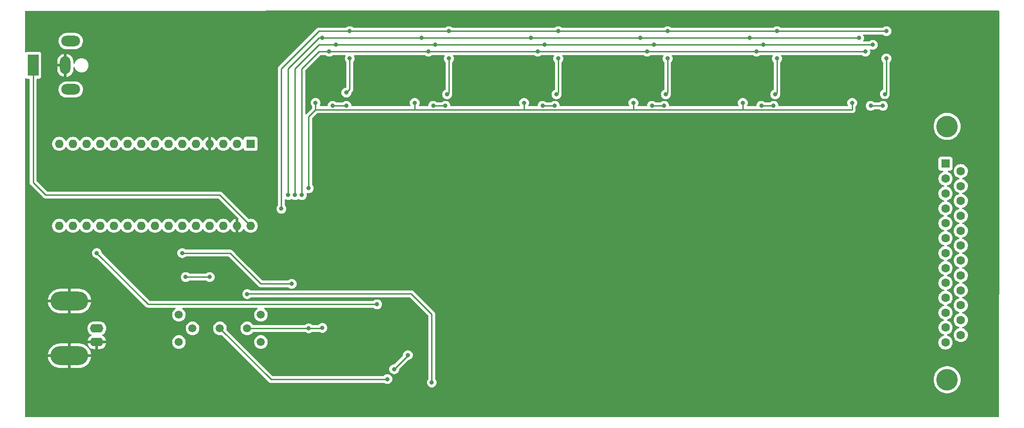
<source format=gbr>
%TF.GenerationSoftware,KiCad,Pcbnew,(6.0.9)*%
%TF.CreationDate,2023-02-20T09:51:29-08:00*%
%TF.ProjectId,RF_control_board_v2,52465f63-6f6e-4747-926f-6c5f626f6172,rev?*%
%TF.SameCoordinates,Original*%
%TF.FileFunction,Copper,L2,Bot*%
%TF.FilePolarity,Positive*%
%FSLAX46Y46*%
G04 Gerber Fmt 4.6, Leading zero omitted, Abs format (unit mm)*
G04 Created by KiCad (PCBNEW (6.0.9)) date 2023-02-20 09:51:29*
%MOMM*%
%LPD*%
G01*
G04 APERTURE LIST*
%TA.AperFunction,ComponentPad*%
%ADD10R,1.600000X1.600000*%
%TD*%
%TA.AperFunction,ComponentPad*%
%ADD11C,1.600000*%
%TD*%
%TA.AperFunction,ComponentPad*%
%ADD12C,4.000000*%
%TD*%
%TA.AperFunction,ComponentPad*%
%ADD13O,1.600000X1.600000*%
%TD*%
%TA.AperFunction,ComponentPad*%
%ADD14C,1.498600*%
%TD*%
%TA.AperFunction,ComponentPad*%
%ADD15O,2.500000X1.600000*%
%TD*%
%TA.AperFunction,ComponentPad*%
%ADD16O,7.000000X3.500000*%
%TD*%
%TA.AperFunction,ComponentPad*%
%ADD17R,2.000000X4.000000*%
%TD*%
%TA.AperFunction,ComponentPad*%
%ADD18O,2.000000X3.300000*%
%TD*%
%TA.AperFunction,ComponentPad*%
%ADD19O,3.500000X2.000000*%
%TD*%
%TA.AperFunction,ViaPad*%
%ADD20C,0.800000*%
%TD*%
%TA.AperFunction,Conductor*%
%ADD21C,0.250000*%
%TD*%
G04 APERTURE END LIST*
D10*
%TO.P,J2,1,1*%
%TO.N,Net-(J2-Pad1)*%
X204659669Y-98945000D03*
D11*
%TO.P,J2,2,2*%
%TO.N,Net-(J2-Pad2)*%
X204659669Y-101715000D03*
%TO.P,J2,3,3*%
%TO.N,Net-(J2-Pad3)*%
X204659669Y-104485000D03*
%TO.P,J2,4,4*%
%TO.N,Net-(J2-Pad4)*%
X204659669Y-107255000D03*
%TO.P,J2,5,5*%
%TO.N,Net-(J2-Pad5)*%
X204659669Y-110025000D03*
%TO.P,J2,6,6*%
%TO.N,Net-(J2-Pad6)*%
X204659669Y-112795000D03*
%TO.P,J2,7,7*%
%TO.N,Net-(J2-Pad7)*%
X204659669Y-115565000D03*
%TO.P,J2,8,8*%
%TO.N,Net-(J2-Pad8)*%
X204659669Y-118335000D03*
%TO.P,J2,9,9*%
%TO.N,Net-(J2-Pad9)*%
X204659669Y-121105000D03*
%TO.P,J2,10,10*%
%TO.N,Net-(J2-Pad10)*%
X204659669Y-123875000D03*
%TO.P,J2,11,11*%
%TO.N,Net-(J2-Pad11)*%
X204659669Y-126645000D03*
%TO.P,J2,12,12*%
%TO.N,Net-(J2-Pad12)*%
X204659669Y-129415000D03*
%TO.P,J2,13,13*%
%TO.N,unconnected-(J2-Pad13)*%
X204659669Y-132185000D03*
%TO.P,J2,14,P14*%
%TO.N,Net-(J2-Pad14)*%
X207499669Y-100330000D03*
%TO.P,J2,15,P15*%
%TO.N,Net-(J2-Pad15)*%
X207499669Y-103100000D03*
%TO.P,J2,16,P16*%
%TO.N,Net-(J2-Pad16)*%
X207499669Y-105870000D03*
%TO.P,J2,17,P17*%
%TO.N,Net-(J2-Pad17)*%
X207499669Y-108640000D03*
%TO.P,J2,18,P18*%
%TO.N,Net-(J2-Pad18)*%
X207499669Y-111410000D03*
%TO.P,J2,19,P19*%
%TO.N,Net-(J2-Pad19)*%
X207499669Y-114180000D03*
%TO.P,J2,20,P20*%
%TO.N,Net-(J2-Pad20)*%
X207499669Y-116950000D03*
%TO.P,J2,21,P21*%
%TO.N,Net-(J2-Pad21)*%
X207499669Y-119720000D03*
%TO.P,J2,22,P22*%
%TO.N,Net-(J2-Pad22)*%
X207499669Y-122490000D03*
%TO.P,J2,23,P23*%
%TO.N,Net-(J2-Pad23)*%
X207499669Y-125260000D03*
%TO.P,J2,24,P24*%
%TO.N,Net-(J2-Pad24)*%
X207499669Y-128030000D03*
%TO.P,J2,25,P25*%
%TO.N,Net-(J2-Pad25)*%
X207499669Y-130800000D03*
D12*
%TO.P,J2,0,PAD*%
%TO.N,unconnected-(J2-Pad0)*%
X204959669Y-139115000D03*
X204959669Y-92015000D03*
%TD*%
D10*
%TO.P,A1,1,D1/TX*%
%TO.N,unconnected-(A1-Pad1)*%
X75565000Y-95250000D03*
D13*
%TO.P,A1,2,D0/RX*%
%TO.N,unconnected-(A1-Pad2)*%
X73025000Y-95250000D03*
%TO.P,A1,3,~{RESET}*%
%TO.N,unconnected-(A1-Pad3)*%
X70485000Y-95250000D03*
%TO.P,A1,4,GND*%
%TO.N,GND*%
X67945000Y-95250000D03*
%TO.P,A1,5,D2*%
%TO.N,Net-(A1-Pad5)*%
X65405000Y-95250000D03*
%TO.P,A1,6,D3*%
%TO.N,Net-(A1-Pad6)*%
X62865000Y-95250000D03*
%TO.P,A1,7,D4*%
%TO.N,Net-(A1-Pad7)*%
X60325000Y-95250000D03*
%TO.P,A1,8,D5*%
%TO.N,Net-(A1-Pad8)*%
X57785000Y-95250000D03*
%TO.P,A1,9,D6*%
%TO.N,Net-(A1-Pad9)*%
X55245000Y-95250000D03*
%TO.P,A1,10,D7*%
%TO.N,Net-(A1-Pad10)*%
X52705000Y-95250000D03*
%TO.P,A1,11,D8*%
%TO.N,unconnected-(A1-Pad11)*%
X50165000Y-95250000D03*
%TO.P,A1,12,D9*%
%TO.N,unconnected-(A1-Pad12)*%
X47625000Y-95250000D03*
%TO.P,A1,13,D10*%
%TO.N,unconnected-(A1-Pad13)*%
X45085000Y-95250000D03*
%TO.P,A1,14,D11*%
%TO.N,Net-(A1-Pad14)*%
X42545000Y-95250000D03*
%TO.P,A1,15,D12*%
%TO.N,unconnected-(A1-Pad15)*%
X40005000Y-95250000D03*
%TO.P,A1,16,D13*%
%TO.N,unconnected-(A1-Pad16)*%
X40005000Y-110490000D03*
%TO.P,A1,17,3V3*%
%TO.N,unconnected-(A1-Pad17)*%
X42545000Y-110490000D03*
%TO.P,A1,18,AREF*%
%TO.N,unconnected-(A1-Pad18)*%
X45085000Y-110490000D03*
%TO.P,A1,19,A0*%
%TO.N,unconnected-(A1-Pad19)*%
X47625000Y-110490000D03*
%TO.P,A1,20,A1*%
%TO.N,unconnected-(A1-Pad20)*%
X50165000Y-110490000D03*
%TO.P,A1,21,A2*%
%TO.N,unconnected-(A1-Pad21)*%
X52705000Y-110490000D03*
%TO.P,A1,22,A3*%
%TO.N,Net-(A1-Pad22)*%
X55245000Y-110490000D03*
%TO.P,A1,23,A4*%
%TO.N,Net-(A1-Pad23)*%
X57785000Y-110490000D03*
%TO.P,A1,24,A5*%
%TO.N,Net-(A1-Pad24)*%
X60325000Y-110490000D03*
%TO.P,A1,25,A6*%
%TO.N,Net-(A1-Pad25)*%
X62865000Y-110490000D03*
%TO.P,A1,26,A7*%
%TO.N,Net-(A1-Pad26)*%
X65405000Y-110490000D03*
%TO.P,A1,27,+5V*%
%TO.N,Net-(A1-Pad27)*%
X67945000Y-110490000D03*
%TO.P,A1,28,~{RESET}*%
%TO.N,unconnected-(A1-Pad28)*%
X70485000Y-110490000D03*
%TO.P,A1,29,GND*%
%TO.N,GND*%
X73025000Y-110490000D03*
%TO.P,A1,30,VIN*%
%TO.N,Net-(A1-Pad30)*%
X75565000Y-110490000D03*
%TD*%
D14*
%TO.P,SW1,1,1*%
%TO.N,Net-(A1-Pad25)*%
X74930000Y-129563226D03*
%TO.P,SW1,2,2*%
%TO.N,Net-(R8-Pad1)*%
X69850000Y-129563226D03*
%TO.P,SW1,3,3*%
%TO.N,Net-(J3-Pad1)*%
X64770000Y-129563226D03*
%TO.P,SW1,4*%
%TO.N,N/C*%
X77470000Y-132103226D03*
%TO.P,SW1,5*%
X62230000Y-132103226D03*
%TO.P,SW1,6*%
X77470000Y-127023226D03*
%TO.P,SW1,7*%
X62230000Y-127023226D03*
%TD*%
D15*
%TO.P,J3,1,In*%
%TO.N,Net-(J3-Pad1)*%
X46990000Y-129563226D03*
D16*
%TO.P,J3,2,Ext*%
%TO.N,GND*%
X41910000Y-124483226D03*
D15*
X46990000Y-132103226D03*
D16*
X41910000Y-134643226D03*
%TD*%
D17*
%TO.P,J1,1,In*%
%TO.N,Net-(A1-Pad30)*%
X35140000Y-80645000D03*
D18*
%TO.P,J1,2,Ext*%
%TO.N,GND*%
X41140000Y-80645000D03*
D19*
%TO.P,J1,MP*%
%TO.N,N/C*%
X42140000Y-76145000D03*
X42140000Y-85145000D03*
%TD*%
D20*
%TO.N,GND*%
X93980000Y-136595000D03*
X113665000Y-83185000D03*
X194945000Y-83185000D03*
X174625000Y-83185000D03*
X133985000Y-83185000D03*
X95250000Y-83185000D03*
X154305000Y-83185000D03*
X107950000Y-135820000D03*
%TO.N,Net-(A1-Pad5)*%
X93345000Y-85725000D03*
X93980000Y-79375000D03*
%TO.N,Net-(A1-Pad6)*%
X112395000Y-79375000D03*
X112070461Y-86049539D03*
%TO.N,Net-(A1-Pad7)*%
X132390461Y-86049539D03*
X132715000Y-79375000D03*
%TO.N,Net-(A1-Pad8)*%
X152710461Y-86049539D03*
X153035000Y-79375000D03*
%TO.N,Net-(A1-Pad9)*%
X173355000Y-79375000D03*
X173030461Y-86049539D03*
%TO.N,Net-(A1-Pad22)*%
X126365000Y-87630000D03*
X87630000Y-87630000D03*
X86360000Y-103505000D03*
X106045000Y-87630000D03*
X146685000Y-87630000D03*
X187325000Y-87630000D03*
X167005000Y-87630000D03*
%TO.N,Net-(A1-Pad23)*%
X188595000Y-75565000D03*
X88900000Y-75565000D03*
X168275000Y-75565000D03*
X82550000Y-104775000D03*
X127635000Y-75565000D03*
X147955000Y-75565000D03*
X107315000Y-75565000D03*
%TO.N,Net-(A1-Pad24)*%
X83820000Y-104775000D03*
X91440000Y-76835000D03*
X150495000Y-76835000D03*
X191135000Y-76835000D03*
X130175000Y-76835000D03*
X170815000Y-76835000D03*
X109855000Y-76835000D03*
%TO.N,Net-(A1-Pad25)*%
X86336774Y-129563226D03*
X62865000Y-115570000D03*
X88900000Y-129470000D03*
X83185000Y-121285000D03*
%TO.N,Net-(C1-Pad2)*%
X189775500Y-78105000D03*
X128905000Y-78105000D03*
X149225000Y-78105000D03*
X169545000Y-78105000D03*
X90170000Y-78105000D03*
X85090000Y-104775000D03*
X108585000Y-78105000D03*
%TO.N,Net-(A1-Pad14)*%
X99060000Y-125095000D03*
X46990000Y-115570000D03*
%TO.N,Net-(U14-Pad2)*%
X170445500Y-88175500D03*
X172720000Y-88175500D03*
%TO.N,Net-(U18-Pad2)*%
X150125500Y-88175500D03*
X152400000Y-88175500D03*
%TO.N,Net-(A1-Pad27)*%
X193675000Y-74295000D03*
X102235000Y-137160000D03*
X63500000Y-120015000D03*
X132715000Y-74295000D03*
X104775000Y-134550000D03*
X173355000Y-74295000D03*
X153035000Y-74295000D03*
X93980000Y-74295000D03*
X67945000Y-120015000D03*
X81280000Y-107315000D03*
X112395000Y-74295000D03*
%TO.N,Net-(R8-Pad1)*%
X100965000Y-138995000D03*
%TO.N,Net-(R7-Pad1)*%
X109220000Y-139630000D03*
X74930000Y-123190000D03*
%TO.N,Net-(A1-Pad10)*%
X193385200Y-86014800D03*
X193675000Y-79375000D03*
%TO.N,Net-(U3-Pad5)*%
X190765500Y-88175500D03*
X193040000Y-88175500D03*
%TO.N,Net-(U10-Pad5)*%
X129805500Y-88175500D03*
X132080000Y-88175500D03*
%TO.N,Net-(U11-Pad5)*%
X111760000Y-88175500D03*
X109485500Y-88175500D03*
%TO.N,Net-(U12-Pad5)*%
X93345000Y-88175500D03*
X90805000Y-88175500D03*
%TD*%
D21*
%TO.N,Net-(A1-Pad5)*%
X93980000Y-79375000D02*
X93980000Y-85090000D01*
X93980000Y-85090000D02*
X93345000Y-85725000D01*
%TO.N,Net-(A1-Pad6)*%
X112070461Y-86049539D02*
X112395000Y-85725000D01*
X112395000Y-85725000D02*
X112395000Y-79375000D01*
%TO.N,Net-(A1-Pad7)*%
X132390461Y-86049539D02*
X132715000Y-85725000D01*
X132715000Y-85725000D02*
X132715000Y-79375000D01*
%TO.N,Net-(A1-Pad8)*%
X152710461Y-86049539D02*
X153035000Y-85725000D01*
X153035000Y-85725000D02*
X153035000Y-79375000D01*
%TO.N,Net-(A1-Pad9)*%
X173355000Y-85725000D02*
X173355000Y-79375000D01*
X173030461Y-86049539D02*
X173355000Y-85725000D01*
%TO.N,Net-(A1-Pad22)*%
X106045000Y-87630000D02*
X106045000Y-88900000D01*
X146685000Y-87630000D02*
X146685000Y-88900000D01*
X86360000Y-103505000D02*
X86360000Y-90170000D01*
X187325000Y-88900000D02*
X187325000Y-87630000D01*
X167640000Y-88900000D02*
X167005000Y-88900000D01*
X167005000Y-87630000D02*
X167005000Y-88900000D01*
X86360000Y-90170000D02*
X87630000Y-88900000D01*
X87630000Y-88900000D02*
X89535000Y-88900000D01*
X89535000Y-88900000D02*
X175260000Y-88900000D01*
X87630000Y-87630000D02*
X87630000Y-88900000D01*
X126365000Y-87630000D02*
X126365000Y-88900000D01*
X175260000Y-88900000D02*
X187325000Y-88900000D01*
%TO.N,Net-(A1-Pad23)*%
X82550000Y-104775000D02*
X82550000Y-81280000D01*
X82550000Y-81280000D02*
X88265000Y-75565000D01*
X88265000Y-75565000D02*
X188595000Y-75565000D01*
%TO.N,Net-(A1-Pad24)*%
X88265000Y-76835000D02*
X191135000Y-76835000D01*
X83820000Y-81280000D02*
X88265000Y-76835000D01*
X83820000Y-104775000D02*
X83820000Y-81280000D01*
%TO.N,Net-(A1-Pad25)*%
X88900000Y-129470000D02*
X88806774Y-129563226D01*
X72390000Y-116205000D02*
X71755000Y-115570000D01*
X71755000Y-115570000D02*
X62865000Y-115570000D01*
X88806774Y-129563226D02*
X83161774Y-129563226D01*
X83161774Y-129563226D02*
X74930000Y-129563226D01*
X83161774Y-129563226D02*
X86336774Y-129563226D01*
X83185000Y-121285000D02*
X77470000Y-121285000D01*
X77470000Y-121285000D02*
X72390000Y-116205000D01*
%TO.N,Net-(A1-Pad30)*%
X35140000Y-102450000D02*
X37465000Y-104775000D01*
X35140000Y-80645000D02*
X35140000Y-102450000D01*
X69850000Y-104775000D02*
X75565000Y-110490000D01*
X37465000Y-104775000D02*
X69850000Y-104775000D01*
%TO.N,Net-(C1-Pad2)*%
X85090000Y-81280000D02*
X88265000Y-78105000D01*
X189775500Y-78105000D02*
X189865000Y-78105000D01*
X85090000Y-104775000D02*
X85090000Y-81280000D01*
X88265000Y-78105000D02*
X189775500Y-78105000D01*
%TO.N,Net-(A1-Pad14)*%
X99060000Y-125095000D02*
X56515000Y-125095000D01*
X56515000Y-125095000D02*
X46990000Y-115570000D01*
%TO.N,Net-(U14-Pad2)*%
X170445500Y-88175500D02*
X172720000Y-88175500D01*
%TO.N,Net-(U18-Pad2)*%
X150125500Y-88175500D02*
X152400000Y-88175500D01*
%TO.N,Net-(A1-Pad27)*%
X67945000Y-120015000D02*
X63500000Y-120015000D01*
X104775000Y-134550000D02*
X104775000Y-134620000D01*
X81280000Y-107315000D02*
X81280000Y-81280000D01*
X88265000Y-74295000D02*
X193675000Y-74295000D01*
X81280000Y-81280000D02*
X88265000Y-74295000D01*
X104775000Y-134620000D02*
X102235000Y-137160000D01*
%TO.N,Net-(R8-Pad1)*%
X100895000Y-139065000D02*
X100965000Y-138995000D01*
X79351774Y-139065000D02*
X69850000Y-129563226D01*
X79351774Y-139065000D02*
X100895000Y-139065000D01*
%TO.N,Net-(R7-Pad1)*%
X109220000Y-139630000D02*
X109220000Y-126930000D01*
X105410000Y-123120000D02*
X75000000Y-123120000D01*
X109220000Y-126930000D02*
X105410000Y-123120000D01*
X75000000Y-123120000D02*
X74930000Y-123190000D01*
%TO.N,Net-(A1-Pad10)*%
X193675000Y-80010000D02*
X193675000Y-79375000D01*
X193675000Y-85725000D02*
X193675000Y-80010000D01*
X193385200Y-86014800D02*
X193675000Y-85725000D01*
%TO.N,Net-(U3-Pad5)*%
X190765500Y-88175500D02*
X190855000Y-88265000D01*
X193040000Y-88175500D02*
X190765500Y-88175500D01*
%TO.N,Net-(U10-Pad5)*%
X129805500Y-88175500D02*
X132080000Y-88175500D01*
%TO.N,Net-(U11-Pad5)*%
X109485500Y-88175500D02*
X111760000Y-88175500D01*
%TO.N,Net-(U12-Pad5)*%
X90805000Y-88175500D02*
X90894500Y-88265000D01*
X90805000Y-88175500D02*
X93345000Y-88175500D01*
%TD*%
%TA.AperFunction,Conductor*%
%TO.N,GND*%
G36*
X214573865Y-70495589D02*
G01*
X214620365Y-70549239D01*
X214631758Y-70601599D01*
X214630954Y-105397505D01*
X214630121Y-141506424D01*
X214630018Y-145947316D01*
X214610014Y-146015436D01*
X214556358Y-146061928D01*
X214504018Y-146073313D01*
X124144681Y-146073270D01*
X33781003Y-146073226D01*
X33712882Y-146053224D01*
X33666389Y-145999568D01*
X33655003Y-145947223D01*
X33655257Y-134913498D01*
X37916942Y-134913498D01*
X37923222Y-134985279D01*
X37924497Y-134993518D01*
X37988110Y-135278106D01*
X37990464Y-135286103D01*
X38091150Y-135559760D01*
X38094550Y-135567398D01*
X38230549Y-135825341D01*
X38234916Y-135832439D01*
X38403835Y-136070131D01*
X38409108Y-136076598D01*
X38607983Y-136289865D01*
X38614067Y-136295577D01*
X38839393Y-136480663D01*
X38846174Y-136485518D01*
X39094013Y-136639184D01*
X39101373Y-136643097D01*
X39367346Y-136762630D01*
X39375169Y-136765540D01*
X39654625Y-136848850D01*
X39662746Y-136850695D01*
X39951429Y-136896417D01*
X39958403Y-136897125D01*
X40047286Y-136901162D01*
X40050119Y-136901226D01*
X41637885Y-136901226D01*
X41653124Y-136896751D01*
X41654329Y-136895361D01*
X41656000Y-136887678D01*
X41656000Y-136883111D01*
X42164000Y-136883111D01*
X42168475Y-136898350D01*
X42169865Y-136899555D01*
X42177548Y-136901226D01*
X43733993Y-136901226D01*
X43738182Y-136901087D01*
X43955132Y-136886677D01*
X43963403Y-136885573D01*
X44249251Y-136827936D01*
X44257303Y-136825748D01*
X44533005Y-136730817D01*
X44540716Y-136727576D01*
X44801444Y-136597013D01*
X44808638Y-136592792D01*
X45049820Y-136428885D01*
X45056390Y-136423752D01*
X45273775Y-136229387D01*
X45279608Y-136223431D01*
X45469378Y-136002023D01*
X45474376Y-135995342D01*
X45633191Y-135750789D01*
X45637265Y-135743499D01*
X45762338Y-135480094D01*
X45765414Y-135472326D01*
X45854552Y-135194695D01*
X45856573Y-135186589D01*
X45905429Y-134915056D01*
X45903997Y-134901797D01*
X45889387Y-134897226D01*
X42182115Y-134897226D01*
X42166876Y-134901701D01*
X42165671Y-134903091D01*
X42164000Y-134910774D01*
X42164000Y-136883111D01*
X41656000Y-136883111D01*
X41656000Y-134915341D01*
X41651525Y-134900102D01*
X41650135Y-134898897D01*
X41642452Y-134897226D01*
X37933633Y-134897226D01*
X37919004Y-134901521D01*
X37916942Y-134913498D01*
X33655257Y-134913498D01*
X33655270Y-134371396D01*
X37914571Y-134371396D01*
X37916003Y-134384655D01*
X37930613Y-134389226D01*
X41637885Y-134389226D01*
X41653124Y-134384751D01*
X41654329Y-134383361D01*
X41656000Y-134375678D01*
X41656000Y-134371111D01*
X42164000Y-134371111D01*
X42168475Y-134386350D01*
X42169865Y-134387555D01*
X42177548Y-134389226D01*
X45886367Y-134389226D01*
X45900996Y-134384931D01*
X45903058Y-134372954D01*
X45896778Y-134301173D01*
X45895503Y-134292934D01*
X45831890Y-134008346D01*
X45829536Y-134000349D01*
X45728850Y-133726692D01*
X45725450Y-133719054D01*
X45589451Y-133461111D01*
X45585084Y-133454013D01*
X45416165Y-133216321D01*
X45410892Y-133209854D01*
X45212017Y-132996587D01*
X45205933Y-132990875D01*
X44980607Y-132805789D01*
X44973826Y-132800934D01*
X44725987Y-132647268D01*
X44718627Y-132643355D01*
X44452654Y-132523822D01*
X44444831Y-132520912D01*
X44165375Y-132437602D01*
X44157254Y-132435757D01*
X43868571Y-132390035D01*
X43861597Y-132389327D01*
X43772714Y-132385290D01*
X43769881Y-132385226D01*
X42182115Y-132385226D01*
X42166876Y-132389701D01*
X42165671Y-132391091D01*
X42164000Y-132398774D01*
X42164000Y-134371111D01*
X41656000Y-134371111D01*
X41656000Y-132403341D01*
X41651525Y-132388102D01*
X41650135Y-132386897D01*
X41642452Y-132385226D01*
X40086007Y-132385226D01*
X40081818Y-132385365D01*
X39864868Y-132399775D01*
X39856597Y-132400879D01*
X39570749Y-132458516D01*
X39562697Y-132460704D01*
X39286995Y-132555635D01*
X39279284Y-132558876D01*
X39018556Y-132689439D01*
X39011362Y-132693660D01*
X38770180Y-132857567D01*
X38763610Y-132862700D01*
X38546225Y-133057065D01*
X38540392Y-133063021D01*
X38350622Y-133284429D01*
X38345624Y-133291110D01*
X38186809Y-133535663D01*
X38182735Y-133542953D01*
X38057662Y-133806358D01*
X38054586Y-133814126D01*
X37965448Y-134091757D01*
X37963427Y-134099863D01*
X37914571Y-134371396D01*
X33655270Y-134371396D01*
X33655316Y-132369748D01*
X45257273Y-132369748D01*
X45304764Y-132546987D01*
X45308510Y-132557279D01*
X45400586Y-132754737D01*
X45406069Y-132764233D01*
X45531028Y-132942693D01*
X45538084Y-132951101D01*
X45692125Y-133105142D01*
X45700533Y-133112198D01*
X45878993Y-133237157D01*
X45888489Y-133242640D01*
X46085947Y-133334716D01*
X46096239Y-133338462D01*
X46306688Y-133394851D01*
X46317481Y-133396754D01*
X46480170Y-133410988D01*
X46485635Y-133411226D01*
X46717885Y-133411226D01*
X46733124Y-133406751D01*
X46734329Y-133405361D01*
X46736000Y-133397678D01*
X46736000Y-133393111D01*
X47244000Y-133393111D01*
X47248475Y-133408350D01*
X47249865Y-133409555D01*
X47257548Y-133411226D01*
X47494365Y-133411226D01*
X47499830Y-133410988D01*
X47662519Y-133396754D01*
X47673312Y-133394851D01*
X47883761Y-133338462D01*
X47894053Y-133334716D01*
X48091511Y-133242640D01*
X48101007Y-133237157D01*
X48279467Y-133112198D01*
X48287875Y-133105142D01*
X48441916Y-132951101D01*
X48448972Y-132942693D01*
X48573931Y-132764233D01*
X48579414Y-132754737D01*
X48671490Y-132557279D01*
X48675236Y-132546987D01*
X48721394Y-132374723D01*
X48721058Y-132360627D01*
X48713116Y-132357226D01*
X47262115Y-132357226D01*
X47246876Y-132361701D01*
X47245671Y-132363091D01*
X47244000Y-132370774D01*
X47244000Y-133393111D01*
X46736000Y-133393111D01*
X46736000Y-132375341D01*
X46731525Y-132360102D01*
X46730135Y-132358897D01*
X46722452Y-132357226D01*
X45272033Y-132357226D01*
X45258502Y-132361199D01*
X45257273Y-132369748D01*
X33655316Y-132369748D01*
X33655322Y-132103226D01*
X60967395Y-132103226D01*
X60986577Y-132322475D01*
X60988001Y-132327789D01*
X60988001Y-132327790D01*
X61039748Y-132520912D01*
X61043539Y-132535062D01*
X61045861Y-132540042D01*
X61045862Y-132540044D01*
X61115527Y-132689439D01*
X61136552Y-132734528D01*
X61262788Y-132914813D01*
X61418413Y-133070438D01*
X61422921Y-133073595D01*
X61422924Y-133073597D01*
X61585311Y-133187301D01*
X61598697Y-133196674D01*
X61603679Y-133198997D01*
X61603684Y-133199000D01*
X61697271Y-133242640D01*
X61798164Y-133289687D01*
X61803472Y-133291109D01*
X61803474Y-133291110D01*
X62005436Y-133345225D01*
X62005437Y-133345225D01*
X62010751Y-133346649D01*
X62230000Y-133365831D01*
X62449249Y-133346649D01*
X62454563Y-133345225D01*
X62454564Y-133345225D01*
X62656526Y-133291110D01*
X62656528Y-133291109D01*
X62661836Y-133289687D01*
X62762729Y-133242640D01*
X62856316Y-133199000D01*
X62856321Y-133198997D01*
X62861303Y-133196674D01*
X62874689Y-133187301D01*
X63037076Y-133073597D01*
X63037079Y-133073595D01*
X63041587Y-133070438D01*
X63197212Y-132914813D01*
X63323448Y-132734528D01*
X63344474Y-132689439D01*
X63414138Y-132540044D01*
X63414139Y-132540042D01*
X63416461Y-132535062D01*
X63420253Y-132520912D01*
X63471999Y-132327790D01*
X63471999Y-132327789D01*
X63473423Y-132322475D01*
X63492605Y-132103226D01*
X63473423Y-131883977D01*
X63463047Y-131845253D01*
X63417884Y-131676700D01*
X63417883Y-131676698D01*
X63416461Y-131671390D01*
X63401725Y-131639789D01*
X63325771Y-131476905D01*
X63325769Y-131476902D01*
X63323448Y-131471924D01*
X63197212Y-131291639D01*
X63041587Y-131136014D01*
X63037079Y-131132857D01*
X63037076Y-131132855D01*
X62865812Y-131012935D01*
X62865809Y-131012933D01*
X62861303Y-131009778D01*
X62856321Y-131007455D01*
X62856316Y-131007452D01*
X62666818Y-130919088D01*
X62666817Y-130919087D01*
X62661836Y-130916765D01*
X62656528Y-130915343D01*
X62656526Y-130915342D01*
X62454564Y-130861227D01*
X62454563Y-130861227D01*
X62449249Y-130859803D01*
X62230000Y-130840621D01*
X62010751Y-130859803D01*
X62005437Y-130861227D01*
X62005436Y-130861227D01*
X61803474Y-130915342D01*
X61803472Y-130915343D01*
X61798164Y-130916765D01*
X61793184Y-130919087D01*
X61793182Y-130919088D01*
X61603679Y-131007455D01*
X61603676Y-131007457D01*
X61598698Y-131009778D01*
X61418413Y-131136014D01*
X61262788Y-131291639D01*
X61136552Y-131471924D01*
X61134231Y-131476902D01*
X61134229Y-131476905D01*
X61058275Y-131639789D01*
X61043539Y-131671390D01*
X61042117Y-131676698D01*
X61042116Y-131676700D01*
X60996953Y-131845253D01*
X60986577Y-131883977D01*
X60967395Y-132103226D01*
X33655322Y-132103226D01*
X33655381Y-129563226D01*
X45226502Y-129563226D01*
X45246457Y-129791313D01*
X45247881Y-129796626D01*
X45247881Y-129796628D01*
X45304236Y-130006944D01*
X45305716Y-130012469D01*
X45308039Y-130017450D01*
X45308039Y-130017451D01*
X45400151Y-130214988D01*
X45400154Y-130214993D01*
X45402477Y-130219975D01*
X45433166Y-130263803D01*
X45513478Y-130378500D01*
X45533802Y-130407526D01*
X45695700Y-130569424D01*
X45700208Y-130572581D01*
X45700211Y-130572583D01*
X45778389Y-130627324D01*
X45883251Y-130700749D01*
X45888233Y-130703072D01*
X45888238Y-130703075D01*
X45923049Y-130719307D01*
X45976334Y-130766224D01*
X45995795Y-130834501D01*
X45975253Y-130902461D01*
X45923049Y-130947697D01*
X45888489Y-130963812D01*
X45878993Y-130969295D01*
X45700533Y-131094254D01*
X45692125Y-131101310D01*
X45538084Y-131255351D01*
X45531028Y-131263759D01*
X45406069Y-131442219D01*
X45400586Y-131451715D01*
X45308510Y-131649173D01*
X45304764Y-131659465D01*
X45258606Y-131831729D01*
X45258942Y-131845825D01*
X45266884Y-131849226D01*
X48707967Y-131849226D01*
X48721498Y-131845253D01*
X48722727Y-131836704D01*
X48675236Y-131659465D01*
X48671490Y-131649173D01*
X48579414Y-131451715D01*
X48573931Y-131442219D01*
X48448972Y-131263759D01*
X48441916Y-131255351D01*
X48287875Y-131101310D01*
X48279467Y-131094254D01*
X48101007Y-130969295D01*
X48091511Y-130963812D01*
X48056951Y-130947697D01*
X48003666Y-130900780D01*
X47984205Y-130832503D01*
X48004747Y-130764543D01*
X48056951Y-130719307D01*
X48091762Y-130703075D01*
X48091767Y-130703072D01*
X48096749Y-130700749D01*
X48201611Y-130627324D01*
X48279789Y-130572583D01*
X48279792Y-130572581D01*
X48284300Y-130569424D01*
X48446198Y-130407526D01*
X48466523Y-130378500D01*
X48546834Y-130263803D01*
X48577523Y-130219975D01*
X48579846Y-130214993D01*
X48579849Y-130214988D01*
X48671961Y-130017451D01*
X48671961Y-130017450D01*
X48674284Y-130012469D01*
X48675765Y-130006944D01*
X48732119Y-129796628D01*
X48732119Y-129796626D01*
X48733543Y-129791313D01*
X48753498Y-129563226D01*
X63507395Y-129563226D01*
X63526577Y-129782475D01*
X63528001Y-129787789D01*
X63528001Y-129787790D01*
X63542408Y-129841556D01*
X63583539Y-129995062D01*
X63585861Y-130000042D01*
X63585862Y-130000044D01*
X63654967Y-130148238D01*
X63676552Y-130194528D01*
X63802788Y-130374813D01*
X63958413Y-130530438D01*
X63962921Y-130533595D01*
X63962924Y-130533597D01*
X64124825Y-130646961D01*
X64138697Y-130656674D01*
X64143679Y-130658997D01*
X64143684Y-130659000D01*
X64292724Y-130728498D01*
X64338164Y-130749687D01*
X64343472Y-130751109D01*
X64343474Y-130751110D01*
X64545436Y-130805225D01*
X64545437Y-130805225D01*
X64550751Y-130806649D01*
X64770000Y-130825831D01*
X64989249Y-130806649D01*
X64994563Y-130805225D01*
X64994564Y-130805225D01*
X65196526Y-130751110D01*
X65196528Y-130751109D01*
X65201836Y-130749687D01*
X65247276Y-130728498D01*
X65396316Y-130659000D01*
X65396321Y-130658997D01*
X65401303Y-130656674D01*
X65415175Y-130646961D01*
X65577076Y-130533597D01*
X65577079Y-130533595D01*
X65581587Y-130530438D01*
X65737212Y-130374813D01*
X65863448Y-130194528D01*
X65885034Y-130148238D01*
X65954138Y-130000044D01*
X65954139Y-130000042D01*
X65956461Y-129995062D01*
X65997593Y-129841556D01*
X66011999Y-129787790D01*
X66011999Y-129787789D01*
X66013423Y-129782475D01*
X66032605Y-129563226D01*
X68587395Y-129563226D01*
X68606577Y-129782475D01*
X68608001Y-129787789D01*
X68608001Y-129787790D01*
X68622408Y-129841556D01*
X68663539Y-129995062D01*
X68665861Y-130000042D01*
X68665862Y-130000044D01*
X68734967Y-130148238D01*
X68756552Y-130194528D01*
X68882788Y-130374813D01*
X69038413Y-130530438D01*
X69042921Y-130533595D01*
X69042924Y-130533597D01*
X69204825Y-130646961D01*
X69218697Y-130656674D01*
X69223679Y-130658997D01*
X69223684Y-130659000D01*
X69372724Y-130728498D01*
X69418164Y-130749687D01*
X69423472Y-130751109D01*
X69423474Y-130751110D01*
X69625436Y-130805225D01*
X69625437Y-130805225D01*
X69630751Y-130806649D01*
X69850000Y-130825831D01*
X69855475Y-130825352D01*
X70063778Y-130807128D01*
X70063782Y-130807127D01*
X70069249Y-130806649D01*
X70100147Y-130798370D01*
X70171123Y-130800060D01*
X70221852Y-130830982D01*
X78848117Y-139457247D01*
X78855661Y-139465537D01*
X78859774Y-139472018D01*
X78865551Y-139477443D01*
X78909441Y-139518658D01*
X78912283Y-139521413D01*
X78932005Y-139541135D01*
X78935129Y-139543558D01*
X78935133Y-139543562D01*
X78935198Y-139543612D01*
X78944219Y-139551317D01*
X78976453Y-139581586D01*
X78983401Y-139585405D01*
X78983403Y-139585407D01*
X78994206Y-139591346D01*
X79010733Y-139602202D01*
X79020472Y-139609757D01*
X79020474Y-139609758D01*
X79026734Y-139614614D01*
X79067314Y-139632174D01*
X79077962Y-139637391D01*
X79116714Y-139658695D01*
X79124390Y-139660666D01*
X79124393Y-139660667D01*
X79136336Y-139663733D01*
X79155040Y-139670137D01*
X79163658Y-139673866D01*
X79173629Y-139678181D01*
X79181452Y-139679420D01*
X79181462Y-139679423D01*
X79217298Y-139685099D01*
X79228918Y-139687505D01*
X79264063Y-139696528D01*
X79271744Y-139698500D01*
X79291998Y-139698500D01*
X79311708Y-139700051D01*
X79331717Y-139703220D01*
X79339609Y-139702474D01*
X79375735Y-139699059D01*
X79387593Y-139698500D01*
X100346713Y-139698500D01*
X100414834Y-139718502D01*
X100420774Y-139722564D01*
X100444872Y-139740072D01*
X100508248Y-139786118D01*
X100514276Y-139788802D01*
X100514278Y-139788803D01*
X100676681Y-139861109D01*
X100682712Y-139863794D01*
X100776112Y-139883647D01*
X100863056Y-139902128D01*
X100863061Y-139902128D01*
X100869513Y-139903500D01*
X101060487Y-139903500D01*
X101066939Y-139902128D01*
X101066944Y-139902128D01*
X101153888Y-139883647D01*
X101247288Y-139863794D01*
X101253319Y-139861109D01*
X101415722Y-139788803D01*
X101415724Y-139788802D01*
X101421752Y-139786118D01*
X101576253Y-139673866D01*
X101580675Y-139668955D01*
X101699621Y-139536852D01*
X101699622Y-139536851D01*
X101704040Y-139531944D01*
X101799527Y-139366556D01*
X101858542Y-139184928D01*
X101878504Y-138995000D01*
X101858542Y-138805072D01*
X101799527Y-138623444D01*
X101704040Y-138458056D01*
X101576253Y-138316134D01*
X101421752Y-138203882D01*
X101415724Y-138201198D01*
X101415722Y-138201197D01*
X101253319Y-138128891D01*
X101253318Y-138128891D01*
X101247288Y-138126206D01*
X101153887Y-138106353D01*
X101066944Y-138087872D01*
X101066939Y-138087872D01*
X101060487Y-138086500D01*
X100869513Y-138086500D01*
X100863061Y-138087872D01*
X100863056Y-138087872D01*
X100776113Y-138106353D01*
X100682712Y-138126206D01*
X100676682Y-138128891D01*
X100676681Y-138128891D01*
X100514278Y-138201197D01*
X100514276Y-138201198D01*
X100508248Y-138203882D01*
X100353747Y-138316134D01*
X100349326Y-138321044D01*
X100349325Y-138321045D01*
X100287409Y-138389810D01*
X100226963Y-138427050D01*
X100193773Y-138431500D01*
X79666368Y-138431500D01*
X79598247Y-138411498D01*
X79577273Y-138394595D01*
X78342678Y-137160000D01*
X101321496Y-137160000D01*
X101341458Y-137349928D01*
X101400473Y-137531556D01*
X101495960Y-137696944D01*
X101623747Y-137838866D01*
X101778248Y-137951118D01*
X101784276Y-137953802D01*
X101784278Y-137953803D01*
X101946681Y-138026109D01*
X101952712Y-138028794D01*
X102046112Y-138048647D01*
X102133056Y-138067128D01*
X102133061Y-138067128D01*
X102139513Y-138068500D01*
X102330487Y-138068500D01*
X102336939Y-138067128D01*
X102336944Y-138067128D01*
X102423888Y-138048647D01*
X102517288Y-138028794D01*
X102523319Y-138026109D01*
X102685722Y-137953803D01*
X102685724Y-137953802D01*
X102691752Y-137951118D01*
X102846253Y-137838866D01*
X102974040Y-137696944D01*
X103069527Y-137531556D01*
X103128542Y-137349928D01*
X103145907Y-137184706D01*
X103172920Y-137119050D01*
X103182122Y-137108782D01*
X104797156Y-135493748D01*
X104859468Y-135459722D01*
X104867071Y-135458500D01*
X104870487Y-135458500D01*
X105057288Y-135418794D01*
X105063319Y-135416109D01*
X105225722Y-135343803D01*
X105225724Y-135343802D01*
X105231752Y-135341118D01*
X105386253Y-135228866D01*
X105514040Y-135086944D01*
X105609527Y-134921556D01*
X105668542Y-134739928D01*
X105688504Y-134550000D01*
X105668542Y-134360072D01*
X105609527Y-134178444D01*
X105514040Y-134013056D01*
X105386253Y-133871134D01*
X105231752Y-133758882D01*
X105225724Y-133756198D01*
X105225722Y-133756197D01*
X105063319Y-133683891D01*
X105063318Y-133683891D01*
X105057288Y-133681206D01*
X104963888Y-133661353D01*
X104876944Y-133642872D01*
X104876939Y-133642872D01*
X104870487Y-133641500D01*
X104679513Y-133641500D01*
X104673061Y-133642872D01*
X104673056Y-133642872D01*
X104586112Y-133661353D01*
X104492712Y-133681206D01*
X104486682Y-133683891D01*
X104486681Y-133683891D01*
X104324278Y-133756197D01*
X104324276Y-133756198D01*
X104318248Y-133758882D01*
X104163747Y-133871134D01*
X104035960Y-134013056D01*
X103940473Y-134178444D01*
X103881458Y-134360072D01*
X103861496Y-134550000D01*
X103862186Y-134556565D01*
X103862186Y-134556570D01*
X103863545Y-134569503D01*
X103850771Y-134639341D01*
X103827330Y-134671765D01*
X102284500Y-136214595D01*
X102222188Y-136248621D01*
X102195405Y-136251500D01*
X102139513Y-136251500D01*
X102133061Y-136252872D01*
X102133056Y-136252872D01*
X102046112Y-136271353D01*
X101952712Y-136291206D01*
X101946682Y-136293891D01*
X101946681Y-136293891D01*
X101784278Y-136366197D01*
X101784276Y-136366198D01*
X101778248Y-136368882D01*
X101623747Y-136481134D01*
X101619326Y-136486044D01*
X101619325Y-136486045D01*
X101510420Y-136606997D01*
X101495960Y-136623056D01*
X101400473Y-136788444D01*
X101341458Y-136970072D01*
X101340768Y-136976633D01*
X101340768Y-136976635D01*
X101338823Y-136995143D01*
X101321496Y-137160000D01*
X78342678Y-137160000D01*
X73285905Y-132103226D01*
X76207395Y-132103226D01*
X76226577Y-132322475D01*
X76228001Y-132327789D01*
X76228001Y-132327790D01*
X76279748Y-132520912D01*
X76283539Y-132535062D01*
X76285861Y-132540042D01*
X76285862Y-132540044D01*
X76355527Y-132689439D01*
X76376552Y-132734528D01*
X76502788Y-132914813D01*
X76658413Y-133070438D01*
X76662921Y-133073595D01*
X76662924Y-133073597D01*
X76825311Y-133187301D01*
X76838697Y-133196674D01*
X76843679Y-133198997D01*
X76843684Y-133199000D01*
X76937271Y-133242640D01*
X77038164Y-133289687D01*
X77043472Y-133291109D01*
X77043474Y-133291110D01*
X77245436Y-133345225D01*
X77245437Y-133345225D01*
X77250751Y-133346649D01*
X77470000Y-133365831D01*
X77689249Y-133346649D01*
X77694563Y-133345225D01*
X77694564Y-133345225D01*
X77896526Y-133291110D01*
X77896528Y-133291109D01*
X77901836Y-133289687D01*
X78002729Y-133242640D01*
X78096316Y-133199000D01*
X78096321Y-133198997D01*
X78101303Y-133196674D01*
X78114689Y-133187301D01*
X78277076Y-133073597D01*
X78277079Y-133073595D01*
X78281587Y-133070438D01*
X78437212Y-132914813D01*
X78563448Y-132734528D01*
X78584474Y-132689439D01*
X78654138Y-132540044D01*
X78654139Y-132540042D01*
X78656461Y-132535062D01*
X78660253Y-132520912D01*
X78711999Y-132327790D01*
X78711999Y-132327789D01*
X78713423Y-132322475D01*
X78732605Y-132103226D01*
X78713423Y-131883977D01*
X78703047Y-131845253D01*
X78657884Y-131676700D01*
X78657883Y-131676698D01*
X78656461Y-131671390D01*
X78641725Y-131639789D01*
X78565771Y-131476905D01*
X78565769Y-131476902D01*
X78563448Y-131471924D01*
X78437212Y-131291639D01*
X78281587Y-131136014D01*
X78277079Y-131132857D01*
X78277076Y-131132855D01*
X78105812Y-131012935D01*
X78105809Y-131012933D01*
X78101303Y-131009778D01*
X78096321Y-131007455D01*
X78096316Y-131007452D01*
X77906818Y-130919088D01*
X77906817Y-130919087D01*
X77901836Y-130916765D01*
X77896528Y-130915343D01*
X77896526Y-130915342D01*
X77694564Y-130861227D01*
X77694563Y-130861227D01*
X77689249Y-130859803D01*
X77470000Y-130840621D01*
X77250751Y-130859803D01*
X77245437Y-130861227D01*
X77245436Y-130861227D01*
X77043474Y-130915342D01*
X77043472Y-130915343D01*
X77038164Y-130916765D01*
X77033184Y-130919087D01*
X77033182Y-130919088D01*
X76843679Y-131007455D01*
X76843676Y-131007457D01*
X76838698Y-131009778D01*
X76658413Y-131136014D01*
X76502788Y-131291639D01*
X76376552Y-131471924D01*
X76374231Y-131476902D01*
X76374229Y-131476905D01*
X76298275Y-131639789D01*
X76283539Y-131671390D01*
X76282117Y-131676698D01*
X76282116Y-131676700D01*
X76236953Y-131845253D01*
X76226577Y-131883977D01*
X76207395Y-132103226D01*
X73285905Y-132103226D01*
X71117756Y-129935077D01*
X71083730Y-129872765D01*
X71085145Y-129813369D01*
X71091998Y-129787794D01*
X71091999Y-129787790D01*
X71093423Y-129782475D01*
X71112605Y-129563226D01*
X73667395Y-129563226D01*
X73686577Y-129782475D01*
X73688001Y-129787789D01*
X73688001Y-129787790D01*
X73702408Y-129841556D01*
X73743539Y-129995062D01*
X73745861Y-130000042D01*
X73745862Y-130000044D01*
X73814967Y-130148238D01*
X73836552Y-130194528D01*
X73962788Y-130374813D01*
X74118413Y-130530438D01*
X74122921Y-130533595D01*
X74122924Y-130533597D01*
X74284825Y-130646961D01*
X74298697Y-130656674D01*
X74303679Y-130658997D01*
X74303684Y-130659000D01*
X74452724Y-130728498D01*
X74498164Y-130749687D01*
X74503472Y-130751109D01*
X74503474Y-130751110D01*
X74705436Y-130805225D01*
X74705437Y-130805225D01*
X74710751Y-130806649D01*
X74930000Y-130825831D01*
X75149249Y-130806649D01*
X75154563Y-130805225D01*
X75154564Y-130805225D01*
X75356526Y-130751110D01*
X75356528Y-130751109D01*
X75361836Y-130749687D01*
X75407276Y-130728498D01*
X75556316Y-130659000D01*
X75556321Y-130658997D01*
X75561303Y-130656674D01*
X75575175Y-130646961D01*
X75737076Y-130533597D01*
X75737079Y-130533595D01*
X75741587Y-130530438D01*
X75897212Y-130374813D01*
X75984287Y-130250456D01*
X76039744Y-130206127D01*
X76087500Y-130196726D01*
X85628574Y-130196726D01*
X85696695Y-130216728D01*
X85715921Y-130233069D01*
X85716194Y-130232766D01*
X85721106Y-130237189D01*
X85725521Y-130242092D01*
X85730860Y-130245971D01*
X85860508Y-130340166D01*
X85880022Y-130354344D01*
X85886050Y-130357028D01*
X85886052Y-130357029D01*
X86048455Y-130429335D01*
X86054486Y-130432020D01*
X86147887Y-130451873D01*
X86234830Y-130470354D01*
X86234835Y-130470354D01*
X86241287Y-130471726D01*
X86432261Y-130471726D01*
X86438713Y-130470354D01*
X86438718Y-130470354D01*
X86525661Y-130451873D01*
X86619062Y-130432020D01*
X86625093Y-130429335D01*
X86787496Y-130357029D01*
X86787498Y-130357028D01*
X86793526Y-130354344D01*
X86813041Y-130340166D01*
X86942688Y-130245971D01*
X86948027Y-130242092D01*
X86952442Y-130237189D01*
X86957354Y-130232766D01*
X86958479Y-130234015D01*
X87011788Y-130201175D01*
X87044974Y-130196726D01*
X88313680Y-130196726D01*
X88387741Y-130220790D01*
X88443248Y-130261118D01*
X88449276Y-130263802D01*
X88449278Y-130263803D01*
X88611681Y-130336109D01*
X88617712Y-130338794D01*
X88711113Y-130358647D01*
X88798056Y-130377128D01*
X88798061Y-130377128D01*
X88804513Y-130378500D01*
X88995487Y-130378500D01*
X89001939Y-130377128D01*
X89001944Y-130377128D01*
X89088887Y-130358647D01*
X89182288Y-130338794D01*
X89188319Y-130336109D01*
X89350722Y-130263803D01*
X89350724Y-130263802D01*
X89356752Y-130261118D01*
X89511253Y-130148866D01*
X89520368Y-130138743D01*
X89634621Y-130011852D01*
X89634622Y-130011851D01*
X89639040Y-130006944D01*
X89710231Y-129883638D01*
X89731223Y-129847279D01*
X89731224Y-129847278D01*
X89734527Y-129841556D01*
X89793542Y-129659928D01*
X89794754Y-129648402D01*
X89812814Y-129476565D01*
X89813504Y-129470000D01*
X89793542Y-129280072D01*
X89734527Y-129098444D01*
X89639040Y-128933056D01*
X89633965Y-128927419D01*
X89515675Y-128796045D01*
X89515674Y-128796044D01*
X89511253Y-128791134D01*
X89356752Y-128678882D01*
X89350724Y-128676198D01*
X89350722Y-128676197D01*
X89188319Y-128603891D01*
X89188318Y-128603891D01*
X89182288Y-128601206D01*
X89088888Y-128581353D01*
X89001944Y-128562872D01*
X89001939Y-128562872D01*
X88995487Y-128561500D01*
X88804513Y-128561500D01*
X88798061Y-128562872D01*
X88798056Y-128562872D01*
X88711112Y-128581353D01*
X88617712Y-128601206D01*
X88611682Y-128603891D01*
X88611681Y-128603891D01*
X88449278Y-128676197D01*
X88449276Y-128676198D01*
X88443248Y-128678882D01*
X88437907Y-128682762D01*
X88437906Y-128682763D01*
X88314934Y-128772108D01*
X88288747Y-128791134D01*
X88284334Y-128796036D01*
X88284332Y-128796037D01*
X88201495Y-128888037D01*
X88141049Y-128925276D01*
X88107859Y-128929726D01*
X87044974Y-128929726D01*
X86976853Y-128909724D01*
X86957627Y-128893383D01*
X86957354Y-128893686D01*
X86952442Y-128889263D01*
X86948027Y-128884360D01*
X86926445Y-128868680D01*
X86798868Y-128775989D01*
X86798867Y-128775988D01*
X86793526Y-128772108D01*
X86787498Y-128769424D01*
X86787496Y-128769423D01*
X86625093Y-128697117D01*
X86625092Y-128697117D01*
X86619062Y-128694432D01*
X86525661Y-128674579D01*
X86438718Y-128656098D01*
X86438713Y-128656098D01*
X86432261Y-128654726D01*
X86241287Y-128654726D01*
X86234835Y-128656098D01*
X86234830Y-128656098D01*
X86147887Y-128674579D01*
X86054486Y-128694432D01*
X86048456Y-128697117D01*
X86048455Y-128697117D01*
X85886052Y-128769423D01*
X85886050Y-128769424D01*
X85880022Y-128772108D01*
X85874681Y-128775988D01*
X85874680Y-128775989D01*
X85747103Y-128868680D01*
X85725521Y-128884360D01*
X85721106Y-128889263D01*
X85716194Y-128893686D01*
X85715069Y-128892437D01*
X85661760Y-128925277D01*
X85628574Y-128929726D01*
X76087500Y-128929726D01*
X76019379Y-128909724D01*
X75984287Y-128875996D01*
X75897212Y-128751639D01*
X75741587Y-128596014D01*
X75737079Y-128592857D01*
X75737076Y-128592855D01*
X75565812Y-128472935D01*
X75565809Y-128472933D01*
X75561303Y-128469778D01*
X75556321Y-128467455D01*
X75556316Y-128467452D01*
X75366818Y-128379088D01*
X75366817Y-128379087D01*
X75361836Y-128376765D01*
X75356528Y-128375343D01*
X75356526Y-128375342D01*
X75154564Y-128321227D01*
X75154563Y-128321227D01*
X75149249Y-128319803D01*
X74930000Y-128300621D01*
X74710751Y-128319803D01*
X74705437Y-128321227D01*
X74705436Y-128321227D01*
X74503474Y-128375342D01*
X74503472Y-128375343D01*
X74498164Y-128376765D01*
X74493184Y-128379087D01*
X74493182Y-128379088D01*
X74303679Y-128467455D01*
X74303676Y-128467457D01*
X74298698Y-128469778D01*
X74118413Y-128596014D01*
X73962788Y-128751639D01*
X73836552Y-128931924D01*
X73834231Y-128936902D01*
X73834229Y-128936905D01*
X73823098Y-128960775D01*
X73743539Y-129131390D01*
X73742117Y-129136698D01*
X73742116Y-129136700D01*
X73695506Y-129310653D01*
X73686577Y-129343977D01*
X73667395Y-129563226D01*
X71112605Y-129563226D01*
X71093423Y-129343977D01*
X71084494Y-129310653D01*
X71037884Y-129136700D01*
X71037883Y-129136698D01*
X71036461Y-129131390D01*
X70956902Y-128960775D01*
X70945771Y-128936905D01*
X70945769Y-128936902D01*
X70943448Y-128931924D01*
X70817212Y-128751639D01*
X70661587Y-128596014D01*
X70657079Y-128592857D01*
X70657076Y-128592855D01*
X70485812Y-128472935D01*
X70485809Y-128472933D01*
X70481303Y-128469778D01*
X70476321Y-128467455D01*
X70476316Y-128467452D01*
X70286818Y-128379088D01*
X70286817Y-128379087D01*
X70281836Y-128376765D01*
X70276528Y-128375343D01*
X70276526Y-128375342D01*
X70074564Y-128321227D01*
X70074563Y-128321227D01*
X70069249Y-128319803D01*
X69850000Y-128300621D01*
X69630751Y-128319803D01*
X69625437Y-128321227D01*
X69625436Y-128321227D01*
X69423474Y-128375342D01*
X69423472Y-128375343D01*
X69418164Y-128376765D01*
X69413184Y-128379087D01*
X69413182Y-128379088D01*
X69223679Y-128467455D01*
X69223676Y-128467457D01*
X69218698Y-128469778D01*
X69038413Y-128596014D01*
X68882788Y-128751639D01*
X68756552Y-128931924D01*
X68754231Y-128936902D01*
X68754229Y-128936905D01*
X68743098Y-128960775D01*
X68663539Y-129131390D01*
X68662117Y-129136698D01*
X68662116Y-129136700D01*
X68615506Y-129310653D01*
X68606577Y-129343977D01*
X68587395Y-129563226D01*
X66032605Y-129563226D01*
X66013423Y-129343977D01*
X66004494Y-129310653D01*
X65957884Y-129136700D01*
X65957883Y-129136698D01*
X65956461Y-129131390D01*
X65876902Y-128960775D01*
X65865771Y-128936905D01*
X65865769Y-128936902D01*
X65863448Y-128931924D01*
X65737212Y-128751639D01*
X65581587Y-128596014D01*
X65577079Y-128592857D01*
X65577076Y-128592855D01*
X65405812Y-128472935D01*
X65405809Y-128472933D01*
X65401303Y-128469778D01*
X65396321Y-128467455D01*
X65396316Y-128467452D01*
X65206818Y-128379088D01*
X65206817Y-128379087D01*
X65201836Y-128376765D01*
X65196528Y-128375343D01*
X65196526Y-128375342D01*
X64994564Y-128321227D01*
X64994563Y-128321227D01*
X64989249Y-128319803D01*
X64770000Y-128300621D01*
X64550751Y-128319803D01*
X64545437Y-128321227D01*
X64545436Y-128321227D01*
X64343474Y-128375342D01*
X64343472Y-128375343D01*
X64338164Y-128376765D01*
X64333184Y-128379087D01*
X64333182Y-128379088D01*
X64143679Y-128467455D01*
X64143676Y-128467457D01*
X64138698Y-128469778D01*
X63958413Y-128596014D01*
X63802788Y-128751639D01*
X63676552Y-128931924D01*
X63674231Y-128936902D01*
X63674229Y-128936905D01*
X63663098Y-128960775D01*
X63583539Y-129131390D01*
X63582117Y-129136698D01*
X63582116Y-129136700D01*
X63535506Y-129310653D01*
X63526577Y-129343977D01*
X63507395Y-129563226D01*
X48753498Y-129563226D01*
X48733543Y-129335139D01*
X48692402Y-129181598D01*
X48675707Y-129119293D01*
X48675706Y-129119291D01*
X48674284Y-129113983D01*
X48667038Y-129098444D01*
X48579849Y-128911464D01*
X48579846Y-128911459D01*
X48577523Y-128906477D01*
X48483437Y-128772108D01*
X48449357Y-128723437D01*
X48449355Y-128723434D01*
X48446198Y-128718926D01*
X48284300Y-128557028D01*
X48279792Y-128553871D01*
X48279789Y-128553869D01*
X48156377Y-128467455D01*
X48096749Y-128425703D01*
X48091767Y-128423380D01*
X48091762Y-128423377D01*
X47894225Y-128331265D01*
X47894224Y-128331265D01*
X47889243Y-128328942D01*
X47883935Y-128327520D01*
X47883933Y-128327519D01*
X47673402Y-128271107D01*
X47673400Y-128271107D01*
X47668087Y-128269683D01*
X47568520Y-128260972D01*
X47499851Y-128254964D01*
X47499844Y-128254964D01*
X47497127Y-128254726D01*
X46482873Y-128254726D01*
X46480156Y-128254964D01*
X46480149Y-128254964D01*
X46411480Y-128260972D01*
X46311913Y-128269683D01*
X46306600Y-128271107D01*
X46306598Y-128271107D01*
X46096067Y-128327519D01*
X46096065Y-128327520D01*
X46090757Y-128328942D01*
X46085776Y-128331265D01*
X46085775Y-128331265D01*
X45888238Y-128423377D01*
X45888233Y-128423380D01*
X45883251Y-128425703D01*
X45823623Y-128467455D01*
X45700211Y-128553869D01*
X45700208Y-128553871D01*
X45695700Y-128557028D01*
X45533802Y-128718926D01*
X45530645Y-128723434D01*
X45530643Y-128723437D01*
X45496563Y-128772108D01*
X45402477Y-128906477D01*
X45400154Y-128911459D01*
X45400151Y-128911464D01*
X45312962Y-129098444D01*
X45305716Y-129113983D01*
X45304294Y-129119291D01*
X45304293Y-129119293D01*
X45287598Y-129181598D01*
X45246457Y-129335139D01*
X45226502Y-129563226D01*
X33655381Y-129563226D01*
X33655492Y-124753498D01*
X37916942Y-124753498D01*
X37923222Y-124825279D01*
X37924497Y-124833518D01*
X37988110Y-125118106D01*
X37990464Y-125126103D01*
X38091150Y-125399760D01*
X38094550Y-125407398D01*
X38230549Y-125665341D01*
X38234916Y-125672439D01*
X38403835Y-125910131D01*
X38409108Y-125916598D01*
X38607983Y-126129865D01*
X38614067Y-126135577D01*
X38839393Y-126320663D01*
X38846174Y-126325518D01*
X39094013Y-126479184D01*
X39101373Y-126483097D01*
X39367346Y-126602630D01*
X39375169Y-126605540D01*
X39654625Y-126688850D01*
X39662746Y-126690695D01*
X39951429Y-126736417D01*
X39958403Y-126737125D01*
X40047286Y-126741162D01*
X40050119Y-126741226D01*
X41637885Y-126741226D01*
X41653124Y-126736751D01*
X41654329Y-126735361D01*
X41656000Y-126727678D01*
X41656000Y-126723111D01*
X42164000Y-126723111D01*
X42168475Y-126738350D01*
X42169865Y-126739555D01*
X42177548Y-126741226D01*
X43733993Y-126741226D01*
X43738182Y-126741087D01*
X43955132Y-126726677D01*
X43963403Y-126725573D01*
X44249251Y-126667936D01*
X44257303Y-126665748D01*
X44533005Y-126570817D01*
X44540716Y-126567576D01*
X44801444Y-126437013D01*
X44808638Y-126432792D01*
X45049820Y-126268885D01*
X45056390Y-126263752D01*
X45273775Y-126069387D01*
X45279608Y-126063431D01*
X45469378Y-125842023D01*
X45474376Y-125835342D01*
X45633191Y-125590789D01*
X45637265Y-125583499D01*
X45762338Y-125320094D01*
X45765414Y-125312326D01*
X45854552Y-125034695D01*
X45856573Y-125026589D01*
X45905429Y-124755056D01*
X45903997Y-124741797D01*
X45889387Y-124737226D01*
X42182115Y-124737226D01*
X42166876Y-124741701D01*
X42165671Y-124743091D01*
X42164000Y-124750774D01*
X42164000Y-126723111D01*
X41656000Y-126723111D01*
X41656000Y-124755341D01*
X41651525Y-124740102D01*
X41650135Y-124738897D01*
X41642452Y-124737226D01*
X37933633Y-124737226D01*
X37919004Y-124741521D01*
X37916942Y-124753498D01*
X33655492Y-124753498D01*
X33655505Y-124211396D01*
X37914571Y-124211396D01*
X37916003Y-124224655D01*
X37930613Y-124229226D01*
X41637885Y-124229226D01*
X41653124Y-124224751D01*
X41654329Y-124223361D01*
X41656000Y-124215678D01*
X41656000Y-124211111D01*
X42164000Y-124211111D01*
X42168475Y-124226350D01*
X42169865Y-124227555D01*
X42177548Y-124229226D01*
X45886367Y-124229226D01*
X45900996Y-124224931D01*
X45903058Y-124212954D01*
X45896778Y-124141173D01*
X45895503Y-124132934D01*
X45831890Y-123848346D01*
X45829536Y-123840349D01*
X45728850Y-123566692D01*
X45725450Y-123559054D01*
X45589451Y-123301111D01*
X45585084Y-123294013D01*
X45416165Y-123056321D01*
X45410892Y-123049854D01*
X45212017Y-122836587D01*
X45205933Y-122830875D01*
X44980607Y-122645789D01*
X44973826Y-122640934D01*
X44725987Y-122487268D01*
X44718627Y-122483355D01*
X44452654Y-122363822D01*
X44444831Y-122360912D01*
X44165375Y-122277602D01*
X44157254Y-122275757D01*
X43868571Y-122230035D01*
X43861597Y-122229327D01*
X43772714Y-122225290D01*
X43769881Y-122225226D01*
X42182115Y-122225226D01*
X42166876Y-122229701D01*
X42165671Y-122231091D01*
X42164000Y-122238774D01*
X42164000Y-124211111D01*
X41656000Y-124211111D01*
X41656000Y-122243341D01*
X41651525Y-122228102D01*
X41650135Y-122226897D01*
X41642452Y-122225226D01*
X40086007Y-122225226D01*
X40081818Y-122225365D01*
X39864868Y-122239775D01*
X39856597Y-122240879D01*
X39570749Y-122298516D01*
X39562697Y-122300704D01*
X39286995Y-122395635D01*
X39279284Y-122398876D01*
X39018556Y-122529439D01*
X39011362Y-122533660D01*
X38770180Y-122697567D01*
X38763610Y-122702700D01*
X38546225Y-122897065D01*
X38540392Y-122903021D01*
X38350622Y-123124429D01*
X38345624Y-123131110D01*
X38186809Y-123375663D01*
X38182735Y-123382953D01*
X38057662Y-123646358D01*
X38054586Y-123654126D01*
X37965448Y-123931757D01*
X37963427Y-123939863D01*
X37914571Y-124211396D01*
X33655505Y-124211396D01*
X33655705Y-115570000D01*
X46076496Y-115570000D01*
X46077186Y-115576565D01*
X46091662Y-115714293D01*
X46096458Y-115759928D01*
X46155473Y-115941556D01*
X46158776Y-115947278D01*
X46158777Y-115947279D01*
X46192686Y-116006010D01*
X46250960Y-116106944D01*
X46378747Y-116248866D01*
X46533248Y-116361118D01*
X46539276Y-116363802D01*
X46539278Y-116363803D01*
X46701681Y-116436109D01*
X46707712Y-116438794D01*
X46801113Y-116458647D01*
X46888056Y-116477128D01*
X46888061Y-116477128D01*
X46894513Y-116478500D01*
X46950406Y-116478500D01*
X47018527Y-116498502D01*
X47039501Y-116515405D01*
X56011343Y-125487247D01*
X56018887Y-125495537D01*
X56023000Y-125502018D01*
X56028777Y-125507443D01*
X56072667Y-125548658D01*
X56075509Y-125551413D01*
X56095230Y-125571134D01*
X56098425Y-125573612D01*
X56107447Y-125581318D01*
X56139679Y-125611586D01*
X56146628Y-125615406D01*
X56157432Y-125621346D01*
X56173956Y-125632199D01*
X56189959Y-125644613D01*
X56230543Y-125662176D01*
X56241173Y-125667383D01*
X56279940Y-125688695D01*
X56287617Y-125690666D01*
X56287622Y-125690668D01*
X56299558Y-125693732D01*
X56318266Y-125700137D01*
X56336855Y-125708181D01*
X56344683Y-125709421D01*
X56344690Y-125709423D01*
X56380524Y-125715099D01*
X56392144Y-125717505D01*
X56427289Y-125726528D01*
X56434970Y-125728500D01*
X56455224Y-125728500D01*
X56474934Y-125730051D01*
X56494943Y-125733220D01*
X56502835Y-125732474D01*
X56538961Y-125729059D01*
X56550819Y-125728500D01*
X61486532Y-125728500D01*
X61554653Y-125748502D01*
X61601146Y-125802158D01*
X61611250Y-125872432D01*
X61581756Y-125937012D01*
X61558802Y-125957713D01*
X61548158Y-125965166D01*
X61418413Y-126056014D01*
X61262788Y-126211639D01*
X61136552Y-126391924D01*
X61134231Y-126396902D01*
X61134229Y-126396905D01*
X61075293Y-126523293D01*
X61043539Y-126591390D01*
X61042117Y-126596698D01*
X61042116Y-126596700D01*
X60988168Y-126798039D01*
X60986577Y-126803977D01*
X60967395Y-127023226D01*
X60986577Y-127242475D01*
X61043539Y-127455062D01*
X61045861Y-127460042D01*
X61045862Y-127460044D01*
X61099829Y-127575775D01*
X61136552Y-127654528D01*
X61262788Y-127834813D01*
X61418413Y-127990438D01*
X61422921Y-127993595D01*
X61422924Y-127993597D01*
X61577029Y-128101502D01*
X61598697Y-128116674D01*
X61603679Y-128118997D01*
X61603684Y-128119000D01*
X61736035Y-128180716D01*
X61798164Y-128209687D01*
X61803472Y-128211109D01*
X61803474Y-128211110D01*
X62005436Y-128265225D01*
X62005437Y-128265225D01*
X62010751Y-128266649D01*
X62230000Y-128285831D01*
X62449249Y-128266649D01*
X62454563Y-128265225D01*
X62454564Y-128265225D01*
X62656526Y-128211110D01*
X62656528Y-128211109D01*
X62661836Y-128209687D01*
X62723965Y-128180716D01*
X62856316Y-128119000D01*
X62856321Y-128118997D01*
X62861303Y-128116674D01*
X62882971Y-128101502D01*
X63037076Y-127993597D01*
X63037079Y-127993595D01*
X63041587Y-127990438D01*
X63197212Y-127834813D01*
X63323448Y-127654528D01*
X63360172Y-127575775D01*
X63414138Y-127460044D01*
X63414139Y-127460042D01*
X63416461Y-127455062D01*
X63473423Y-127242475D01*
X63492605Y-127023226D01*
X63473423Y-126803977D01*
X63471832Y-126798039D01*
X63417884Y-126596700D01*
X63417883Y-126596698D01*
X63416461Y-126591390D01*
X63384707Y-126523293D01*
X63325771Y-126396905D01*
X63325769Y-126396902D01*
X63323448Y-126391924D01*
X63197212Y-126211639D01*
X63041587Y-126056014D01*
X63037077Y-126052856D01*
X63037071Y-126052851D01*
X62901199Y-125957713D01*
X62856870Y-125902256D01*
X62849561Y-125831637D01*
X62881591Y-125768276D01*
X62942793Y-125732291D01*
X62973469Y-125728500D01*
X76726532Y-125728500D01*
X76794653Y-125748502D01*
X76841146Y-125802158D01*
X76851250Y-125872432D01*
X76821756Y-125937012D01*
X76798802Y-125957713D01*
X76788158Y-125965166D01*
X76658413Y-126056014D01*
X76502788Y-126211639D01*
X76376552Y-126391924D01*
X76374231Y-126396902D01*
X76374229Y-126396905D01*
X76315293Y-126523293D01*
X76283539Y-126591390D01*
X76282117Y-126596698D01*
X76282116Y-126596700D01*
X76228168Y-126798039D01*
X76226577Y-126803977D01*
X76207395Y-127023226D01*
X76226577Y-127242475D01*
X76283539Y-127455062D01*
X76285861Y-127460042D01*
X76285862Y-127460044D01*
X76339829Y-127575775D01*
X76376552Y-127654528D01*
X76502788Y-127834813D01*
X76658413Y-127990438D01*
X76662921Y-127993595D01*
X76662924Y-127993597D01*
X76817029Y-128101502D01*
X76838697Y-128116674D01*
X76843679Y-128118997D01*
X76843684Y-128119000D01*
X76976035Y-128180716D01*
X77038164Y-128209687D01*
X77043472Y-128211109D01*
X77043474Y-128211110D01*
X77245436Y-128265225D01*
X77245437Y-128265225D01*
X77250751Y-128266649D01*
X77470000Y-128285831D01*
X77689249Y-128266649D01*
X77694563Y-128265225D01*
X77694564Y-128265225D01*
X77896526Y-128211110D01*
X77896528Y-128211109D01*
X77901836Y-128209687D01*
X77963965Y-128180716D01*
X78096316Y-128119000D01*
X78096321Y-128118997D01*
X78101303Y-128116674D01*
X78122971Y-128101502D01*
X78277076Y-127993597D01*
X78277079Y-127993595D01*
X78281587Y-127990438D01*
X78437212Y-127834813D01*
X78563448Y-127654528D01*
X78600172Y-127575775D01*
X78654138Y-127460044D01*
X78654139Y-127460042D01*
X78656461Y-127455062D01*
X78713423Y-127242475D01*
X78732605Y-127023226D01*
X78713423Y-126803977D01*
X78711832Y-126798039D01*
X78657884Y-126596700D01*
X78657883Y-126596698D01*
X78656461Y-126591390D01*
X78624707Y-126523293D01*
X78565771Y-126396905D01*
X78565769Y-126396902D01*
X78563448Y-126391924D01*
X78437212Y-126211639D01*
X78281587Y-126056014D01*
X78277077Y-126052856D01*
X78277071Y-126052851D01*
X78141199Y-125957713D01*
X78096870Y-125902256D01*
X78089561Y-125831637D01*
X78121591Y-125768276D01*
X78182793Y-125732291D01*
X78213469Y-125728500D01*
X98351800Y-125728500D01*
X98419921Y-125748502D01*
X98439147Y-125764843D01*
X98439420Y-125764540D01*
X98444332Y-125768963D01*
X98448747Y-125773866D01*
X98456919Y-125779803D01*
X98491890Y-125805211D01*
X98603248Y-125886118D01*
X98609276Y-125888802D01*
X98609278Y-125888803D01*
X98771681Y-125961109D01*
X98777712Y-125963794D01*
X98871112Y-125983647D01*
X98958056Y-126002128D01*
X98958061Y-126002128D01*
X98964513Y-126003500D01*
X99155487Y-126003500D01*
X99161939Y-126002128D01*
X99161944Y-126002128D01*
X99248888Y-125983647D01*
X99342288Y-125963794D01*
X99348319Y-125961109D01*
X99510722Y-125888803D01*
X99510724Y-125888802D01*
X99516752Y-125886118D01*
X99671253Y-125773866D01*
X99707851Y-125733220D01*
X99794621Y-125636852D01*
X99794622Y-125636851D01*
X99799040Y-125631944D01*
X99874053Y-125502018D01*
X99891223Y-125472279D01*
X99891224Y-125472278D01*
X99894527Y-125466556D01*
X99953542Y-125284928D01*
X99956738Y-125254525D01*
X99972814Y-125101565D01*
X99973504Y-125095000D01*
X99965080Y-125014849D01*
X99954232Y-124911635D01*
X99954232Y-124911633D01*
X99953542Y-124905072D01*
X99894527Y-124723444D01*
X99799040Y-124558056D01*
X99671253Y-124416134D01*
X99551634Y-124329225D01*
X99522094Y-124307763D01*
X99522093Y-124307762D01*
X99516752Y-124303882D01*
X99510724Y-124301198D01*
X99510722Y-124301197D01*
X99348319Y-124228891D01*
X99348318Y-124228891D01*
X99342288Y-124226206D01*
X99248887Y-124206353D01*
X99161944Y-124187872D01*
X99161939Y-124187872D01*
X99155487Y-124186500D01*
X98964513Y-124186500D01*
X98958061Y-124187872D01*
X98958056Y-124187872D01*
X98871113Y-124206353D01*
X98777712Y-124226206D01*
X98771682Y-124228891D01*
X98771681Y-124228891D01*
X98609278Y-124301197D01*
X98609276Y-124301198D01*
X98603248Y-124303882D01*
X98597907Y-124307762D01*
X98597906Y-124307763D01*
X98568366Y-124329225D01*
X98448747Y-124416134D01*
X98444332Y-124421037D01*
X98439420Y-124425460D01*
X98438295Y-124424211D01*
X98384986Y-124457051D01*
X98351800Y-124461500D01*
X56829595Y-124461500D01*
X56761474Y-124441498D01*
X56740500Y-124424595D01*
X55505905Y-123190000D01*
X74016496Y-123190000D01*
X74036458Y-123379928D01*
X74095473Y-123561556D01*
X74190960Y-123726944D01*
X74318747Y-123868866D01*
X74473248Y-123981118D01*
X74479276Y-123983802D01*
X74479278Y-123983803D01*
X74641681Y-124056109D01*
X74647712Y-124058794D01*
X74741112Y-124078647D01*
X74828056Y-124097128D01*
X74828061Y-124097128D01*
X74834513Y-124098500D01*
X75025487Y-124098500D01*
X75031939Y-124097128D01*
X75031944Y-124097128D01*
X75118888Y-124078647D01*
X75212288Y-124058794D01*
X75218319Y-124056109D01*
X75380722Y-123983803D01*
X75380724Y-123983802D01*
X75386752Y-123981118D01*
X75541253Y-123868866D01*
X75607591Y-123795190D01*
X75668037Y-123757950D01*
X75701227Y-123753500D01*
X105095406Y-123753500D01*
X105163527Y-123773502D01*
X105184501Y-123790405D01*
X108549595Y-127155499D01*
X108583621Y-127217811D01*
X108586500Y-127244594D01*
X108586500Y-138927476D01*
X108566498Y-138995597D01*
X108554142Y-139011779D01*
X108480960Y-139093056D01*
X108385473Y-139258444D01*
X108326458Y-139440072D01*
X108325768Y-139446633D01*
X108325768Y-139446635D01*
X108315836Y-139541135D01*
X108306496Y-139630000D01*
X108307186Y-139636565D01*
X108323187Y-139788803D01*
X108326458Y-139819928D01*
X108385473Y-140001556D01*
X108480960Y-140166944D01*
X108608747Y-140308866D01*
X108763248Y-140421118D01*
X108769276Y-140423802D01*
X108769278Y-140423803D01*
X108931681Y-140496109D01*
X108937712Y-140498794D01*
X109031112Y-140518647D01*
X109118056Y-140537128D01*
X109118061Y-140537128D01*
X109124513Y-140538500D01*
X109315487Y-140538500D01*
X109321939Y-140537128D01*
X109321944Y-140537128D01*
X109408888Y-140518647D01*
X109502288Y-140498794D01*
X109508319Y-140496109D01*
X109670722Y-140423803D01*
X109670724Y-140423802D01*
X109676752Y-140421118D01*
X109831253Y-140308866D01*
X109959040Y-140166944D01*
X110054527Y-140001556D01*
X110113542Y-139819928D01*
X110116814Y-139788803D01*
X110132814Y-139636565D01*
X110133504Y-139630000D01*
X110124164Y-139541135D01*
X110114232Y-139446635D01*
X110114232Y-139446633D01*
X110113542Y-139440072D01*
X110054527Y-139258444D01*
X109971709Y-139115000D01*
X202446209Y-139115000D01*
X202466028Y-139430020D01*
X202525174Y-139740072D01*
X202622713Y-140040266D01*
X202624400Y-140043852D01*
X202624402Y-140043856D01*
X202755419Y-140322283D01*
X202755423Y-140322290D01*
X202757107Y-140325869D01*
X202926237Y-140592375D01*
X203127436Y-140835582D01*
X203357529Y-141051654D01*
X203612890Y-141237184D01*
X203889490Y-141389247D01*
X203893159Y-141390700D01*
X203893164Y-141390702D01*
X204179297Y-141503990D01*
X204182967Y-141505443D01*
X204488694Y-141583940D01*
X204801848Y-141623500D01*
X205117490Y-141623500D01*
X205430644Y-141583940D01*
X205736371Y-141505443D01*
X205740041Y-141503990D01*
X206026174Y-141390702D01*
X206026179Y-141390700D01*
X206029848Y-141389247D01*
X206306448Y-141237184D01*
X206561809Y-141051654D01*
X206791902Y-140835582D01*
X206993101Y-140592375D01*
X207162231Y-140325869D01*
X207163915Y-140322290D01*
X207163919Y-140322283D01*
X207294936Y-140043856D01*
X207294938Y-140043852D01*
X207296625Y-140040266D01*
X207394164Y-139740072D01*
X207453310Y-139430020D01*
X207473129Y-139115000D01*
X207453310Y-138799980D01*
X207394164Y-138489928D01*
X207296625Y-138189734D01*
X207239577Y-138068500D01*
X207163919Y-137907717D01*
X207163915Y-137907710D01*
X207162231Y-137904131D01*
X206993101Y-137637625D01*
X206791902Y-137394418D01*
X206561809Y-137178346D01*
X206514638Y-137144074D01*
X206466062Y-137108782D01*
X206306448Y-136992816D01*
X206253658Y-136963794D01*
X206033317Y-136842660D01*
X206033316Y-136842659D01*
X206029848Y-136840753D01*
X206026179Y-136839300D01*
X206026174Y-136839298D01*
X205740041Y-136726010D01*
X205740040Y-136726010D01*
X205736371Y-136724557D01*
X205430644Y-136646060D01*
X205117490Y-136606500D01*
X204801848Y-136606500D01*
X204488694Y-136646060D01*
X204182967Y-136724557D01*
X204179298Y-136726010D01*
X204179297Y-136726010D01*
X203893164Y-136839298D01*
X203893159Y-136839300D01*
X203889490Y-136840753D01*
X203886022Y-136842659D01*
X203886021Y-136842660D01*
X203665681Y-136963794D01*
X203612890Y-136992816D01*
X203453276Y-137108782D01*
X203404701Y-137144074D01*
X203357529Y-137178346D01*
X203127436Y-137394418D01*
X202926237Y-137637625D01*
X202757107Y-137904131D01*
X202755423Y-137907710D01*
X202755419Y-137907717D01*
X202679761Y-138068500D01*
X202622713Y-138189734D01*
X202525174Y-138489928D01*
X202466028Y-138799980D01*
X202446209Y-139115000D01*
X109971709Y-139115000D01*
X109959040Y-139093056D01*
X109885863Y-139011785D01*
X109855147Y-138947779D01*
X109853500Y-138927476D01*
X109853500Y-132185000D01*
X203346171Y-132185000D01*
X203366126Y-132413087D01*
X203367550Y-132418400D01*
X203367550Y-132418402D01*
X203402005Y-132546987D01*
X203425385Y-132634243D01*
X203427708Y-132639224D01*
X203427708Y-132639225D01*
X203519820Y-132836762D01*
X203519823Y-132836767D01*
X203522146Y-132841749D01*
X203653471Y-133029300D01*
X203815369Y-133191198D01*
X203819877Y-133194355D01*
X203819880Y-133194357D01*
X203826511Y-133199000D01*
X204002920Y-133322523D01*
X204007902Y-133324846D01*
X204007907Y-133324849D01*
X204189562Y-133409555D01*
X204210426Y-133419284D01*
X204215734Y-133420706D01*
X204215736Y-133420707D01*
X204426267Y-133477119D01*
X204426269Y-133477119D01*
X204431582Y-133478543D01*
X204659669Y-133498498D01*
X204887756Y-133478543D01*
X204893069Y-133477119D01*
X204893071Y-133477119D01*
X205103602Y-133420707D01*
X205103604Y-133420706D01*
X205108912Y-133419284D01*
X205129776Y-133409555D01*
X205311431Y-133324849D01*
X205311436Y-133324846D01*
X205316418Y-133322523D01*
X205492827Y-133199000D01*
X205499458Y-133194357D01*
X205499461Y-133194355D01*
X205503969Y-133191198D01*
X205665867Y-133029300D01*
X205797192Y-132841749D01*
X205799515Y-132836767D01*
X205799518Y-132836762D01*
X205891630Y-132639225D01*
X205891630Y-132639224D01*
X205893953Y-132634243D01*
X205917334Y-132546987D01*
X205951788Y-132418402D01*
X205951788Y-132418400D01*
X205953212Y-132413087D01*
X205973167Y-132185000D01*
X205953212Y-131956913D01*
X205948640Y-131939849D01*
X205895376Y-131741067D01*
X205895375Y-131741065D01*
X205893953Y-131735757D01*
X205891630Y-131730775D01*
X205799518Y-131533238D01*
X205799515Y-131533233D01*
X205797192Y-131528251D01*
X205665867Y-131340700D01*
X205503969Y-131178802D01*
X205499461Y-131175645D01*
X205499458Y-131175643D01*
X205383222Y-131094254D01*
X205316418Y-131047477D01*
X205311436Y-131045154D01*
X205311431Y-131045151D01*
X205113894Y-130953039D01*
X205113893Y-130953039D01*
X205108912Y-130950716D01*
X205103604Y-130949294D01*
X205103602Y-130949293D01*
X205000650Y-130921707D01*
X204940027Y-130884755D01*
X204909006Y-130820894D01*
X204911504Y-130800000D01*
X206186171Y-130800000D01*
X206206126Y-131028087D01*
X206207550Y-131033400D01*
X206207550Y-131033402D01*
X206223856Y-131094254D01*
X206265385Y-131249243D01*
X206267708Y-131254224D01*
X206267708Y-131254225D01*
X206359820Y-131451762D01*
X206359823Y-131451767D01*
X206362146Y-131456749D01*
X206493471Y-131644300D01*
X206655369Y-131806198D01*
X206659877Y-131809355D01*
X206659880Y-131809357D01*
X206691831Y-131831729D01*
X206842920Y-131937523D01*
X206847902Y-131939846D01*
X206847907Y-131939849D01*
X207045444Y-132031961D01*
X207050426Y-132034284D01*
X207055734Y-132035706D01*
X207055736Y-132035707D01*
X207266267Y-132092119D01*
X207266269Y-132092119D01*
X207271582Y-132093543D01*
X207499669Y-132113498D01*
X207727756Y-132093543D01*
X207733069Y-132092119D01*
X207733071Y-132092119D01*
X207943602Y-132035707D01*
X207943604Y-132035706D01*
X207948912Y-132034284D01*
X207953894Y-132031961D01*
X208151431Y-131939849D01*
X208151436Y-131939846D01*
X208156418Y-131937523D01*
X208307507Y-131831729D01*
X208339458Y-131809357D01*
X208339461Y-131809355D01*
X208343969Y-131806198D01*
X208505867Y-131644300D01*
X208637192Y-131456749D01*
X208639515Y-131451767D01*
X208639518Y-131451762D01*
X208731630Y-131254225D01*
X208731630Y-131254224D01*
X208733953Y-131249243D01*
X208775483Y-131094254D01*
X208791788Y-131033402D01*
X208791788Y-131033400D01*
X208793212Y-131028087D01*
X208813167Y-130800000D01*
X208793212Y-130571913D01*
X208788640Y-130554849D01*
X208735376Y-130356067D01*
X208735375Y-130356065D01*
X208733953Y-130350757D01*
X208731630Y-130345775D01*
X208639518Y-130148238D01*
X208639515Y-130148233D01*
X208637192Y-130143251D01*
X208505867Y-129955700D01*
X208343969Y-129793802D01*
X208339461Y-129790645D01*
X208339458Y-129790643D01*
X208261280Y-129735902D01*
X208156418Y-129662477D01*
X208151436Y-129660154D01*
X208151431Y-129660151D01*
X207953894Y-129568039D01*
X207953893Y-129568039D01*
X207948912Y-129565716D01*
X207943604Y-129564294D01*
X207943602Y-129564293D01*
X207840650Y-129536707D01*
X207780027Y-129499755D01*
X207749006Y-129435894D01*
X207757434Y-129365400D01*
X207802637Y-129310653D01*
X207840650Y-129293293D01*
X207943602Y-129265707D01*
X207943604Y-129265706D01*
X207948912Y-129264284D01*
X207953894Y-129261961D01*
X208151431Y-129169849D01*
X208151436Y-129169846D01*
X208156418Y-129167523D01*
X208263246Y-129092721D01*
X208339458Y-129039357D01*
X208339461Y-129039355D01*
X208343969Y-129036198D01*
X208505867Y-128874300D01*
X208560668Y-128796037D01*
X208583634Y-128763238D01*
X208637192Y-128686749D01*
X208639515Y-128681767D01*
X208639518Y-128681762D01*
X208731630Y-128484225D01*
X208731630Y-128484224D01*
X208733953Y-128479243D01*
X208737113Y-128467452D01*
X208791788Y-128263402D01*
X208791788Y-128263400D01*
X208793212Y-128258087D01*
X208813167Y-128030000D01*
X208793212Y-127801913D01*
X208788640Y-127784849D01*
X208735376Y-127586067D01*
X208735375Y-127586065D01*
X208733953Y-127580757D01*
X208731630Y-127575775D01*
X208639518Y-127378238D01*
X208639515Y-127378233D01*
X208637192Y-127373251D01*
X208547105Y-127244594D01*
X208509026Y-127190211D01*
X208509024Y-127190208D01*
X208505867Y-127185700D01*
X208343969Y-127023802D01*
X208339461Y-127020645D01*
X208339458Y-127020643D01*
X208192931Y-126918044D01*
X208156418Y-126892477D01*
X208151436Y-126890154D01*
X208151431Y-126890151D01*
X207953894Y-126798039D01*
X207953893Y-126798039D01*
X207948912Y-126795716D01*
X207943604Y-126794294D01*
X207943602Y-126794293D01*
X207840650Y-126766707D01*
X207780027Y-126729755D01*
X207749006Y-126665894D01*
X207757434Y-126595400D01*
X207802637Y-126540653D01*
X207840650Y-126523293D01*
X207943602Y-126495707D01*
X207943604Y-126495706D01*
X207948912Y-126494284D01*
X207972903Y-126483097D01*
X208151431Y-126399849D01*
X208151436Y-126399846D01*
X208156418Y-126397523D01*
X208266185Y-126320663D01*
X208339458Y-126269357D01*
X208339461Y-126269355D01*
X208343969Y-126266198D01*
X208505867Y-126104300D01*
X208530314Y-126069387D01*
X208583634Y-125993238D01*
X208637192Y-125916749D01*
X208639515Y-125911767D01*
X208639518Y-125911762D01*
X208731630Y-125714225D01*
X208731630Y-125714224D01*
X208733953Y-125709243D01*
X208754666Y-125631944D01*
X208791788Y-125493402D01*
X208791788Y-125493400D01*
X208793212Y-125488087D01*
X208813167Y-125260000D01*
X208793212Y-125031913D01*
X208791788Y-125026598D01*
X208735376Y-124816067D01*
X208735375Y-124816065D01*
X208733953Y-124810757D01*
X208708112Y-124755341D01*
X208639518Y-124608238D01*
X208639515Y-124608233D01*
X208637192Y-124603251D01*
X208537937Y-124461500D01*
X208509026Y-124420211D01*
X208509024Y-124420208D01*
X208505867Y-124415700D01*
X208343969Y-124253802D01*
X208339461Y-124250645D01*
X208339458Y-124250643D01*
X208247852Y-124186500D01*
X208156418Y-124122477D01*
X208151436Y-124120154D01*
X208151431Y-124120151D01*
X207953894Y-124028039D01*
X207953893Y-124028039D01*
X207948912Y-124025716D01*
X207943604Y-124024294D01*
X207943602Y-124024293D01*
X207840650Y-123996707D01*
X207780027Y-123959755D01*
X207749006Y-123895894D01*
X207757434Y-123825400D01*
X207802637Y-123770653D01*
X207840650Y-123753293D01*
X207943602Y-123725707D01*
X207943604Y-123725706D01*
X207948912Y-123724284D01*
X207955470Y-123721226D01*
X208151431Y-123629849D01*
X208151436Y-123629846D01*
X208156418Y-123627523D01*
X208261280Y-123554098D01*
X208339458Y-123499357D01*
X208339461Y-123499355D01*
X208343969Y-123496198D01*
X208505867Y-123334300D01*
X208534077Y-123294013D01*
X208583634Y-123223238D01*
X208637192Y-123146749D01*
X208639515Y-123141767D01*
X208639518Y-123141762D01*
X208731630Y-122944225D01*
X208731630Y-122944224D01*
X208733953Y-122939243D01*
X208788017Y-122737477D01*
X208791788Y-122723402D01*
X208791788Y-122723400D01*
X208793212Y-122718087D01*
X208813167Y-122490000D01*
X208793212Y-122261913D01*
X208788236Y-122243341D01*
X208735376Y-122046067D01*
X208735375Y-122046065D01*
X208733953Y-122040757D01*
X208699907Y-121967745D01*
X208639518Y-121838238D01*
X208639515Y-121838233D01*
X208637192Y-121833251D01*
X208517476Y-121662279D01*
X208509026Y-121650211D01*
X208509024Y-121650208D01*
X208505867Y-121645700D01*
X208343969Y-121483802D01*
X208339461Y-121480645D01*
X208339458Y-121480643D01*
X208261280Y-121425902D01*
X208156418Y-121352477D01*
X208151436Y-121350154D01*
X208151431Y-121350151D01*
X207953894Y-121258039D01*
X207953893Y-121258039D01*
X207948912Y-121255716D01*
X207943604Y-121254294D01*
X207943602Y-121254293D01*
X207840650Y-121226707D01*
X207780027Y-121189755D01*
X207749006Y-121125894D01*
X207757434Y-121055400D01*
X207802637Y-121000653D01*
X207840650Y-120983293D01*
X207943602Y-120955707D01*
X207943604Y-120955706D01*
X207948912Y-120954284D01*
X208014929Y-120923500D01*
X208151431Y-120859849D01*
X208151436Y-120859846D01*
X208156418Y-120857523D01*
X208319762Y-120743148D01*
X208339458Y-120729357D01*
X208339461Y-120729355D01*
X208343969Y-120726198D01*
X208505867Y-120564300D01*
X208511083Y-120556852D01*
X208583634Y-120453238D01*
X208637192Y-120376749D01*
X208639515Y-120371767D01*
X208639518Y-120371762D01*
X208731630Y-120174225D01*
X208731630Y-120174224D01*
X208733953Y-120169243D01*
X208773524Y-120021565D01*
X208791788Y-119953402D01*
X208791788Y-119953400D01*
X208793212Y-119948087D01*
X208813167Y-119720000D01*
X208793212Y-119491913D01*
X208788184Y-119473148D01*
X208735376Y-119276067D01*
X208735375Y-119276065D01*
X208733953Y-119270757D01*
X208710843Y-119221197D01*
X208639518Y-119068238D01*
X208639515Y-119068233D01*
X208637192Y-119063251D01*
X208505867Y-118875700D01*
X208343969Y-118713802D01*
X208339461Y-118710645D01*
X208339458Y-118710643D01*
X208261280Y-118655902D01*
X208156418Y-118582477D01*
X208151436Y-118580154D01*
X208151431Y-118580151D01*
X207953894Y-118488039D01*
X207953893Y-118488039D01*
X207948912Y-118485716D01*
X207943604Y-118484294D01*
X207943602Y-118484293D01*
X207840650Y-118456707D01*
X207780027Y-118419755D01*
X207749006Y-118355894D01*
X207757434Y-118285400D01*
X207802637Y-118230653D01*
X207840650Y-118213293D01*
X207943602Y-118185707D01*
X207943604Y-118185706D01*
X207948912Y-118184284D01*
X207953894Y-118181961D01*
X208151431Y-118089849D01*
X208151436Y-118089846D01*
X208156418Y-118087523D01*
X208261280Y-118014098D01*
X208339458Y-117959357D01*
X208339461Y-117959355D01*
X208343969Y-117956198D01*
X208505867Y-117794300D01*
X208637192Y-117606749D01*
X208639515Y-117601767D01*
X208639518Y-117601762D01*
X208731630Y-117404225D01*
X208731630Y-117404224D01*
X208733953Y-117399243D01*
X208788017Y-117197477D01*
X208791788Y-117183402D01*
X208791788Y-117183400D01*
X208793212Y-117178087D01*
X208813167Y-116950000D01*
X208793212Y-116721913D01*
X208788640Y-116704849D01*
X208735376Y-116506067D01*
X208735375Y-116506065D01*
X208733953Y-116500757D01*
X208731630Y-116495775D01*
X208639518Y-116298238D01*
X208639515Y-116298233D01*
X208637192Y-116293251D01*
X208505867Y-116105700D01*
X208343969Y-115943802D01*
X208339461Y-115940645D01*
X208339458Y-115940643D01*
X208261280Y-115885902D01*
X208156418Y-115812477D01*
X208151436Y-115810154D01*
X208151431Y-115810151D01*
X207953894Y-115718039D01*
X207953893Y-115718039D01*
X207948912Y-115715716D01*
X207943604Y-115714294D01*
X207943602Y-115714293D01*
X207840650Y-115686707D01*
X207780027Y-115649755D01*
X207749006Y-115585894D01*
X207757434Y-115515400D01*
X207802637Y-115460653D01*
X207840650Y-115443293D01*
X207943602Y-115415707D01*
X207943604Y-115415706D01*
X207948912Y-115414284D01*
X208008206Y-115386635D01*
X208151431Y-115319849D01*
X208151436Y-115319846D01*
X208156418Y-115317523D01*
X208326480Y-115198444D01*
X208339458Y-115189357D01*
X208339461Y-115189355D01*
X208343969Y-115186198D01*
X208505867Y-115024300D01*
X208520904Y-115002826D01*
X208583634Y-114913238D01*
X208637192Y-114836749D01*
X208639515Y-114831767D01*
X208639518Y-114831762D01*
X208731630Y-114634225D01*
X208731630Y-114634224D01*
X208733953Y-114629243D01*
X208788017Y-114427477D01*
X208791788Y-114413402D01*
X208791788Y-114413400D01*
X208793212Y-114408087D01*
X208813167Y-114180000D01*
X208793212Y-113951913D01*
X208788640Y-113934849D01*
X208735376Y-113736067D01*
X208735375Y-113736065D01*
X208733953Y-113730757D01*
X208731630Y-113725775D01*
X208639518Y-113528238D01*
X208639515Y-113528233D01*
X208637192Y-113523251D01*
X208505867Y-113335700D01*
X208343969Y-113173802D01*
X208339461Y-113170645D01*
X208339458Y-113170643D01*
X208261280Y-113115902D01*
X208156418Y-113042477D01*
X208151436Y-113040154D01*
X208151431Y-113040151D01*
X207953894Y-112948039D01*
X207953893Y-112948039D01*
X207948912Y-112945716D01*
X207943604Y-112944294D01*
X207943602Y-112944293D01*
X207840650Y-112916707D01*
X207780027Y-112879755D01*
X207749006Y-112815894D01*
X207757434Y-112745400D01*
X207802637Y-112690653D01*
X207840650Y-112673293D01*
X207943602Y-112645707D01*
X207943604Y-112645706D01*
X207948912Y-112644284D01*
X207953894Y-112641961D01*
X208151431Y-112549849D01*
X208151436Y-112549846D01*
X208156418Y-112547523D01*
X208261280Y-112474098D01*
X208339458Y-112419357D01*
X208339461Y-112419355D01*
X208343969Y-112416198D01*
X208505867Y-112254300D01*
X208637192Y-112066749D01*
X208639515Y-112061767D01*
X208639518Y-112061762D01*
X208731630Y-111864225D01*
X208731630Y-111864224D01*
X208733953Y-111859243D01*
X208754619Y-111782119D01*
X208791788Y-111643402D01*
X208791788Y-111643400D01*
X208793212Y-111638087D01*
X208813167Y-111410000D01*
X208793212Y-111181913D01*
X208788640Y-111164849D01*
X208735376Y-110966067D01*
X208735375Y-110966065D01*
X208733953Y-110960757D01*
X208721445Y-110933933D01*
X208639518Y-110758238D01*
X208639515Y-110758233D01*
X208637192Y-110753251D01*
X208505867Y-110565700D01*
X208343969Y-110403802D01*
X208339461Y-110400645D01*
X208339458Y-110400643D01*
X208261280Y-110345902D01*
X208156418Y-110272477D01*
X208151436Y-110270154D01*
X208151431Y-110270151D01*
X207953894Y-110178039D01*
X207953893Y-110178039D01*
X207948912Y-110175716D01*
X207943604Y-110174294D01*
X207943602Y-110174293D01*
X207840650Y-110146707D01*
X207780027Y-110109755D01*
X207749006Y-110045894D01*
X207757434Y-109975400D01*
X207802637Y-109920653D01*
X207840650Y-109903293D01*
X207943602Y-109875707D01*
X207943604Y-109875706D01*
X207948912Y-109874284D01*
X207953894Y-109871961D01*
X208151431Y-109779849D01*
X208151436Y-109779846D01*
X208156418Y-109777523D01*
X208338238Y-109650211D01*
X208339458Y-109649357D01*
X208339461Y-109649355D01*
X208343969Y-109646198D01*
X208505867Y-109484300D01*
X208637192Y-109296749D01*
X208639515Y-109291767D01*
X208639518Y-109291762D01*
X208731630Y-109094225D01*
X208731630Y-109094224D01*
X208733953Y-109089243D01*
X208788017Y-108887477D01*
X208791788Y-108873402D01*
X208791788Y-108873400D01*
X208793212Y-108868087D01*
X208813167Y-108640000D01*
X208793212Y-108411913D01*
X208788640Y-108394849D01*
X208735376Y-108196067D01*
X208735375Y-108196065D01*
X208733953Y-108190757D01*
X208729454Y-108181109D01*
X208639518Y-107988238D01*
X208639515Y-107988233D01*
X208637192Y-107983251D01*
X208505867Y-107795700D01*
X208343969Y-107633802D01*
X208339461Y-107630645D01*
X208339458Y-107630643D01*
X208168884Y-107511206D01*
X208156418Y-107502477D01*
X208151436Y-107500154D01*
X208151431Y-107500151D01*
X207953894Y-107408039D01*
X207953893Y-107408039D01*
X207948912Y-107405716D01*
X207943604Y-107404294D01*
X207943602Y-107404293D01*
X207840650Y-107376707D01*
X207780027Y-107339755D01*
X207749006Y-107275894D01*
X207757434Y-107205400D01*
X207802637Y-107150653D01*
X207840650Y-107133293D01*
X207943602Y-107105707D01*
X207943604Y-107105706D01*
X207948912Y-107104284D01*
X207953894Y-107101961D01*
X208151431Y-107009849D01*
X208151436Y-107009846D01*
X208156418Y-107007523D01*
X208261280Y-106934098D01*
X208339458Y-106879357D01*
X208339461Y-106879355D01*
X208343969Y-106876198D01*
X208505867Y-106714300D01*
X208637192Y-106526749D01*
X208639515Y-106521767D01*
X208639518Y-106521762D01*
X208731630Y-106324225D01*
X208731630Y-106324224D01*
X208733953Y-106319243D01*
X208788017Y-106117477D01*
X208791788Y-106103402D01*
X208791788Y-106103400D01*
X208793212Y-106098087D01*
X208813167Y-105870000D01*
X208793212Y-105641913D01*
X208788640Y-105624849D01*
X208735376Y-105426067D01*
X208735375Y-105426065D01*
X208733953Y-105420757D01*
X208731630Y-105415775D01*
X208639518Y-105218238D01*
X208639515Y-105218233D01*
X208637192Y-105213251D01*
X208505867Y-105025700D01*
X208343969Y-104863802D01*
X208339461Y-104860645D01*
X208339458Y-104860643D01*
X208207771Y-104768435D01*
X208156418Y-104732477D01*
X208151436Y-104730154D01*
X208151431Y-104730151D01*
X207953894Y-104638039D01*
X207953893Y-104638039D01*
X207948912Y-104635716D01*
X207943604Y-104634294D01*
X207943602Y-104634293D01*
X207840650Y-104606707D01*
X207780027Y-104569755D01*
X207749006Y-104505894D01*
X207757434Y-104435400D01*
X207802637Y-104380653D01*
X207840650Y-104363293D01*
X207943602Y-104335707D01*
X207943604Y-104335706D01*
X207948912Y-104334284D01*
X207953894Y-104331961D01*
X208151431Y-104239849D01*
X208151436Y-104239846D01*
X208156418Y-104237523D01*
X208274414Y-104154901D01*
X208339458Y-104109357D01*
X208339461Y-104109355D01*
X208343969Y-104106198D01*
X208505867Y-103944300D01*
X208637192Y-103756749D01*
X208639515Y-103751767D01*
X208639518Y-103751762D01*
X208731630Y-103554225D01*
X208731630Y-103554224D01*
X208733953Y-103549243D01*
X208788017Y-103347477D01*
X208791788Y-103333402D01*
X208791788Y-103333400D01*
X208793212Y-103328087D01*
X208813167Y-103100000D01*
X208793212Y-102871913D01*
X208788459Y-102854174D01*
X208735376Y-102656067D01*
X208735375Y-102656065D01*
X208733953Y-102650757D01*
X208714387Y-102608797D01*
X208639518Y-102448238D01*
X208639515Y-102448233D01*
X208637192Y-102443251D01*
X208505867Y-102255700D01*
X208343969Y-102093802D01*
X208339461Y-102090645D01*
X208339458Y-102090643D01*
X208261280Y-102035902D01*
X208156418Y-101962477D01*
X208151436Y-101960154D01*
X208151431Y-101960151D01*
X207953894Y-101868039D01*
X207953893Y-101868039D01*
X207948912Y-101865716D01*
X207943604Y-101864294D01*
X207943602Y-101864293D01*
X207840650Y-101836707D01*
X207780027Y-101799755D01*
X207749006Y-101735894D01*
X207757434Y-101665400D01*
X207802637Y-101610653D01*
X207840650Y-101593293D01*
X207943602Y-101565707D01*
X207943604Y-101565706D01*
X207948912Y-101564284D01*
X207953894Y-101561961D01*
X208151431Y-101469849D01*
X208151436Y-101469846D01*
X208156418Y-101467523D01*
X208261280Y-101394098D01*
X208339458Y-101339357D01*
X208339461Y-101339355D01*
X208343969Y-101336198D01*
X208505867Y-101174300D01*
X208637192Y-100986749D01*
X208639515Y-100981767D01*
X208639518Y-100981762D01*
X208731630Y-100784225D01*
X208731630Y-100784224D01*
X208733953Y-100779243D01*
X208788017Y-100577477D01*
X208791788Y-100563402D01*
X208791788Y-100563400D01*
X208793212Y-100558087D01*
X208813167Y-100330000D01*
X208793212Y-100101913D01*
X208733953Y-99880757D01*
X208722090Y-99855316D01*
X208639518Y-99678238D01*
X208639515Y-99678233D01*
X208637192Y-99673251D01*
X208505867Y-99485700D01*
X208343969Y-99323802D01*
X208339461Y-99320645D01*
X208339458Y-99320643D01*
X208261280Y-99265902D01*
X208156418Y-99192477D01*
X208151436Y-99190154D01*
X208151431Y-99190151D01*
X207953894Y-99098039D01*
X207953893Y-99098039D01*
X207948912Y-99095716D01*
X207943604Y-99094294D01*
X207943602Y-99094293D01*
X207733071Y-99037881D01*
X207733069Y-99037881D01*
X207727756Y-99036457D01*
X207499669Y-99016502D01*
X207271582Y-99036457D01*
X207266269Y-99037881D01*
X207266267Y-99037881D01*
X207055736Y-99094293D01*
X207055734Y-99094294D01*
X207050426Y-99095716D01*
X207045445Y-99098039D01*
X207045444Y-99098039D01*
X206847907Y-99190151D01*
X206847902Y-99190154D01*
X206842920Y-99192477D01*
X206738058Y-99265902D01*
X206659880Y-99320643D01*
X206659877Y-99320645D01*
X206655369Y-99323802D01*
X206493471Y-99485700D01*
X206362146Y-99673251D01*
X206359823Y-99678233D01*
X206359820Y-99678238D01*
X206277248Y-99855316D01*
X206265385Y-99880757D01*
X206206126Y-100101913D01*
X206186171Y-100330000D01*
X206206126Y-100558087D01*
X206207550Y-100563400D01*
X206207550Y-100563402D01*
X206211322Y-100577477D01*
X206265385Y-100779243D01*
X206267708Y-100784224D01*
X206267708Y-100784225D01*
X206359820Y-100981762D01*
X206359823Y-100981767D01*
X206362146Y-100986749D01*
X206493471Y-101174300D01*
X206655369Y-101336198D01*
X206659877Y-101339355D01*
X206659880Y-101339357D01*
X206738058Y-101394098D01*
X206842920Y-101467523D01*
X206847902Y-101469846D01*
X206847907Y-101469849D01*
X207045444Y-101561961D01*
X207050426Y-101564284D01*
X207055734Y-101565706D01*
X207055736Y-101565707D01*
X207158688Y-101593293D01*
X207219311Y-101630245D01*
X207250332Y-101694106D01*
X207241904Y-101764600D01*
X207196701Y-101819347D01*
X207158688Y-101836707D01*
X207055736Y-101864293D01*
X207055734Y-101864294D01*
X207050426Y-101865716D01*
X207045445Y-101868039D01*
X207045444Y-101868039D01*
X206847907Y-101960151D01*
X206847902Y-101960154D01*
X206842920Y-101962477D01*
X206738058Y-102035902D01*
X206659880Y-102090643D01*
X206659877Y-102090645D01*
X206655369Y-102093802D01*
X206493471Y-102255700D01*
X206362146Y-102443251D01*
X206359823Y-102448233D01*
X206359820Y-102448238D01*
X206284951Y-102608797D01*
X206265385Y-102650757D01*
X206263963Y-102656065D01*
X206263962Y-102656067D01*
X206210879Y-102854174D01*
X206206126Y-102871913D01*
X206186171Y-103100000D01*
X206206126Y-103328087D01*
X206207550Y-103333400D01*
X206207550Y-103333402D01*
X206211322Y-103347477D01*
X206265385Y-103549243D01*
X206267708Y-103554224D01*
X206267708Y-103554225D01*
X206359820Y-103751762D01*
X206359823Y-103751767D01*
X206362146Y-103756749D01*
X206493471Y-103944300D01*
X206655369Y-104106198D01*
X206659877Y-104109355D01*
X206659880Y-104109357D01*
X206724924Y-104154901D01*
X206842920Y-104237523D01*
X206847902Y-104239846D01*
X206847907Y-104239849D01*
X207045444Y-104331961D01*
X207050426Y-104334284D01*
X207055734Y-104335706D01*
X207055736Y-104335707D01*
X207158688Y-104363293D01*
X207219311Y-104400245D01*
X207250332Y-104464106D01*
X207241904Y-104534600D01*
X207196701Y-104589347D01*
X207158688Y-104606707D01*
X207055736Y-104634293D01*
X207055734Y-104634294D01*
X207050426Y-104635716D01*
X207045445Y-104638039D01*
X207045444Y-104638039D01*
X206847907Y-104730151D01*
X206847902Y-104730154D01*
X206842920Y-104732477D01*
X206791567Y-104768435D01*
X206659880Y-104860643D01*
X206659877Y-104860645D01*
X206655369Y-104863802D01*
X206493471Y-105025700D01*
X206362146Y-105213251D01*
X206359823Y-105218233D01*
X206359820Y-105218238D01*
X206267708Y-105415775D01*
X206265385Y-105420757D01*
X206263963Y-105426065D01*
X206263962Y-105426067D01*
X206210698Y-105624849D01*
X206206126Y-105641913D01*
X206186171Y-105870000D01*
X206206126Y-106098087D01*
X206207550Y-106103400D01*
X206207550Y-106103402D01*
X206211322Y-106117477D01*
X206265385Y-106319243D01*
X206267708Y-106324224D01*
X206267708Y-106324225D01*
X206359820Y-106521762D01*
X206359823Y-106521767D01*
X206362146Y-106526749D01*
X206493471Y-106714300D01*
X206655369Y-106876198D01*
X206659877Y-106879355D01*
X206659880Y-106879357D01*
X206738058Y-106934098D01*
X206842920Y-107007523D01*
X206847902Y-107009846D01*
X206847907Y-107009849D01*
X207045444Y-107101961D01*
X207050426Y-107104284D01*
X207055734Y-107105706D01*
X207055736Y-107105707D01*
X207158688Y-107133293D01*
X207219311Y-107170245D01*
X207250332Y-107234106D01*
X207241904Y-107304600D01*
X207196701Y-107359347D01*
X207158688Y-107376707D01*
X207055736Y-107404293D01*
X207055734Y-107404294D01*
X207050426Y-107405716D01*
X207045445Y-107408039D01*
X207045444Y-107408039D01*
X206847907Y-107500151D01*
X206847902Y-107500154D01*
X206842920Y-107502477D01*
X206830454Y-107511206D01*
X206659880Y-107630643D01*
X206659877Y-107630645D01*
X206655369Y-107633802D01*
X206493471Y-107795700D01*
X206362146Y-107983251D01*
X206359823Y-107988233D01*
X206359820Y-107988238D01*
X206269884Y-108181109D01*
X206265385Y-108190757D01*
X206263963Y-108196065D01*
X206263962Y-108196067D01*
X206210698Y-108394849D01*
X206206126Y-108411913D01*
X206186171Y-108640000D01*
X206206126Y-108868087D01*
X206207550Y-108873400D01*
X206207550Y-108873402D01*
X206211322Y-108887477D01*
X206265385Y-109089243D01*
X206267708Y-109094224D01*
X206267708Y-109094225D01*
X206359820Y-109291762D01*
X206359823Y-109291767D01*
X206362146Y-109296749D01*
X206493471Y-109484300D01*
X206655369Y-109646198D01*
X206659877Y-109649355D01*
X206659880Y-109649357D01*
X206661100Y-109650211D01*
X206842920Y-109777523D01*
X206847902Y-109779846D01*
X206847907Y-109779849D01*
X207045444Y-109871961D01*
X207050426Y-109874284D01*
X207055734Y-109875706D01*
X207055736Y-109875707D01*
X207158688Y-109903293D01*
X207219311Y-109940245D01*
X207250332Y-110004106D01*
X207241904Y-110074600D01*
X207196701Y-110129347D01*
X207158688Y-110146707D01*
X207055736Y-110174293D01*
X207055734Y-110174294D01*
X207050426Y-110175716D01*
X207045445Y-110178039D01*
X207045444Y-110178039D01*
X206847907Y-110270151D01*
X206847902Y-110270154D01*
X206842920Y-110272477D01*
X206738058Y-110345902D01*
X206659880Y-110400643D01*
X206659877Y-110400645D01*
X206655369Y-110403802D01*
X206493471Y-110565700D01*
X206362146Y-110753251D01*
X206359823Y-110758233D01*
X206359820Y-110758238D01*
X206277893Y-110933933D01*
X206265385Y-110960757D01*
X206263963Y-110966065D01*
X206263962Y-110966067D01*
X206210698Y-111164849D01*
X206206126Y-111181913D01*
X206186171Y-111410000D01*
X206206126Y-111638087D01*
X206207550Y-111643400D01*
X206207550Y-111643402D01*
X206244720Y-111782119D01*
X206265385Y-111859243D01*
X206267708Y-111864224D01*
X206267708Y-111864225D01*
X206359820Y-112061762D01*
X206359823Y-112061767D01*
X206362146Y-112066749D01*
X206493471Y-112254300D01*
X206655369Y-112416198D01*
X206659877Y-112419355D01*
X206659880Y-112419357D01*
X206738058Y-112474098D01*
X206842920Y-112547523D01*
X206847902Y-112549846D01*
X206847907Y-112549849D01*
X207045444Y-112641961D01*
X207050426Y-112644284D01*
X207055734Y-112645706D01*
X207055736Y-112645707D01*
X207158688Y-112673293D01*
X207219311Y-112710245D01*
X207250332Y-112774106D01*
X207241904Y-112844600D01*
X207196701Y-112899347D01*
X207158688Y-112916707D01*
X207055736Y-112944293D01*
X207055734Y-112944294D01*
X207050426Y-112945716D01*
X207045445Y-112948039D01*
X207045444Y-112948039D01*
X206847907Y-113040151D01*
X206847902Y-113040154D01*
X206842920Y-113042477D01*
X206738058Y-113115902D01*
X206659880Y-113170643D01*
X206659877Y-113170645D01*
X206655369Y-113173802D01*
X206493471Y-113335700D01*
X206362146Y-113523251D01*
X206359823Y-113528233D01*
X206359820Y-113528238D01*
X206267708Y-113725775D01*
X206265385Y-113730757D01*
X206263963Y-113736065D01*
X206263962Y-113736067D01*
X206210698Y-113934849D01*
X206206126Y-113951913D01*
X206186171Y-114180000D01*
X206206126Y-114408087D01*
X206207550Y-114413400D01*
X206207550Y-114413402D01*
X206211322Y-114427477D01*
X206265385Y-114629243D01*
X206267708Y-114634224D01*
X206267708Y-114634225D01*
X206359820Y-114831762D01*
X206359823Y-114831767D01*
X206362146Y-114836749D01*
X206415704Y-114913238D01*
X206478435Y-115002826D01*
X206493471Y-115024300D01*
X206655369Y-115186198D01*
X206659877Y-115189355D01*
X206659880Y-115189357D01*
X206672858Y-115198444D01*
X206842920Y-115317523D01*
X206847902Y-115319846D01*
X206847907Y-115319849D01*
X206991132Y-115386635D01*
X207050426Y-115414284D01*
X207055734Y-115415706D01*
X207055736Y-115415707D01*
X207158688Y-115443293D01*
X207219311Y-115480245D01*
X207250332Y-115544106D01*
X207241904Y-115614600D01*
X207196701Y-115669347D01*
X207158688Y-115686707D01*
X207055736Y-115714293D01*
X207055734Y-115714294D01*
X207050426Y-115715716D01*
X207045445Y-115718039D01*
X207045444Y-115718039D01*
X206847907Y-115810151D01*
X206847902Y-115810154D01*
X206842920Y-115812477D01*
X206738058Y-115885902D01*
X206659880Y-115940643D01*
X206659877Y-115940645D01*
X206655369Y-115943802D01*
X206493471Y-116105700D01*
X206362146Y-116293251D01*
X206359823Y-116298233D01*
X206359820Y-116298238D01*
X206267708Y-116495775D01*
X206265385Y-116500757D01*
X206263963Y-116506065D01*
X206263962Y-116506067D01*
X206210698Y-116704849D01*
X206206126Y-116721913D01*
X206186171Y-116950000D01*
X206206126Y-117178087D01*
X206207550Y-117183400D01*
X206207550Y-117183402D01*
X206211322Y-117197477D01*
X206265385Y-117399243D01*
X206267708Y-117404224D01*
X206267708Y-117404225D01*
X206359820Y-117601762D01*
X206359823Y-117601767D01*
X206362146Y-117606749D01*
X206493471Y-117794300D01*
X206655369Y-117956198D01*
X206659877Y-117959355D01*
X206659880Y-117959357D01*
X206738058Y-118014098D01*
X206842920Y-118087523D01*
X206847902Y-118089846D01*
X206847907Y-118089849D01*
X207045444Y-118181961D01*
X207050426Y-118184284D01*
X207055734Y-118185706D01*
X207055736Y-118185707D01*
X207158688Y-118213293D01*
X207219311Y-118250245D01*
X207250332Y-118314106D01*
X207241904Y-118384600D01*
X207196701Y-118439347D01*
X207158688Y-118456707D01*
X207055736Y-118484293D01*
X207055734Y-118484294D01*
X207050426Y-118485716D01*
X207045445Y-118488039D01*
X207045444Y-118488039D01*
X206847907Y-118580151D01*
X206847902Y-118580154D01*
X206842920Y-118582477D01*
X206738058Y-118655902D01*
X206659880Y-118710643D01*
X206659877Y-118710645D01*
X206655369Y-118713802D01*
X206493471Y-118875700D01*
X206362146Y-119063251D01*
X206359823Y-119068233D01*
X206359820Y-119068238D01*
X206288495Y-119221197D01*
X206265385Y-119270757D01*
X206263963Y-119276065D01*
X206263962Y-119276067D01*
X206211154Y-119473148D01*
X206206126Y-119491913D01*
X206186171Y-119720000D01*
X206206126Y-119948087D01*
X206207550Y-119953400D01*
X206207550Y-119953402D01*
X206225815Y-120021565D01*
X206265385Y-120169243D01*
X206267708Y-120174224D01*
X206267708Y-120174225D01*
X206359820Y-120371762D01*
X206359823Y-120371767D01*
X206362146Y-120376749D01*
X206415704Y-120453238D01*
X206488256Y-120556852D01*
X206493471Y-120564300D01*
X206655369Y-120726198D01*
X206659877Y-120729355D01*
X206659880Y-120729357D01*
X206679576Y-120743148D01*
X206842920Y-120857523D01*
X206847902Y-120859846D01*
X206847907Y-120859849D01*
X206984409Y-120923500D01*
X207050426Y-120954284D01*
X207055734Y-120955706D01*
X207055736Y-120955707D01*
X207158688Y-120983293D01*
X207219311Y-121020245D01*
X207250332Y-121084106D01*
X207241904Y-121154600D01*
X207196701Y-121209347D01*
X207158688Y-121226707D01*
X207055736Y-121254293D01*
X207055734Y-121254294D01*
X207050426Y-121255716D01*
X207045445Y-121258039D01*
X207045444Y-121258039D01*
X206847907Y-121350151D01*
X206847902Y-121350154D01*
X206842920Y-121352477D01*
X206738058Y-121425902D01*
X206659880Y-121480643D01*
X206659877Y-121480645D01*
X206655369Y-121483802D01*
X206493471Y-121645700D01*
X206490314Y-121650208D01*
X206490312Y-121650211D01*
X206481862Y-121662279D01*
X206362146Y-121833251D01*
X206359823Y-121838233D01*
X206359820Y-121838238D01*
X206299431Y-121967745D01*
X206265385Y-122040757D01*
X206263963Y-122046065D01*
X206263962Y-122046067D01*
X206211102Y-122243341D01*
X206206126Y-122261913D01*
X206186171Y-122490000D01*
X206206126Y-122718087D01*
X206207550Y-122723400D01*
X206207550Y-122723402D01*
X206211322Y-122737477D01*
X206265385Y-122939243D01*
X206267708Y-122944224D01*
X206267708Y-122944225D01*
X206359820Y-123141762D01*
X206359823Y-123141767D01*
X206362146Y-123146749D01*
X206415704Y-123223238D01*
X206465262Y-123294013D01*
X206493471Y-123334300D01*
X206655369Y-123496198D01*
X206659877Y-123499355D01*
X206659880Y-123499357D01*
X206738058Y-123554098D01*
X206842920Y-123627523D01*
X206847902Y-123629846D01*
X206847907Y-123629849D01*
X207043868Y-123721226D01*
X207050426Y-123724284D01*
X207055734Y-123725706D01*
X207055736Y-123725707D01*
X207158688Y-123753293D01*
X207219311Y-123790245D01*
X207250332Y-123854106D01*
X207241904Y-123924600D01*
X207196701Y-123979347D01*
X207158688Y-123996707D01*
X207055736Y-124024293D01*
X207055734Y-124024294D01*
X207050426Y-124025716D01*
X207045445Y-124028039D01*
X207045444Y-124028039D01*
X206847907Y-124120151D01*
X206847902Y-124120154D01*
X206842920Y-124122477D01*
X206751486Y-124186500D01*
X206659880Y-124250643D01*
X206659877Y-124250645D01*
X206655369Y-124253802D01*
X206493471Y-124415700D01*
X206490314Y-124420208D01*
X206490312Y-124420211D01*
X206461401Y-124461500D01*
X206362146Y-124603251D01*
X206359823Y-124608233D01*
X206359820Y-124608238D01*
X206291226Y-124755341D01*
X206265385Y-124810757D01*
X206263963Y-124816065D01*
X206263962Y-124816067D01*
X206207550Y-125026598D01*
X206206126Y-125031913D01*
X206186171Y-125260000D01*
X206206126Y-125488087D01*
X206207550Y-125493400D01*
X206207550Y-125493402D01*
X206244673Y-125631944D01*
X206265385Y-125709243D01*
X206267708Y-125714224D01*
X206267708Y-125714225D01*
X206359820Y-125911762D01*
X206359823Y-125911767D01*
X206362146Y-125916749D01*
X206415704Y-125993238D01*
X206469025Y-126069387D01*
X206493471Y-126104300D01*
X206655369Y-126266198D01*
X206659877Y-126269355D01*
X206659880Y-126269357D01*
X206733153Y-126320663D01*
X206842920Y-126397523D01*
X206847902Y-126399846D01*
X206847907Y-126399849D01*
X207026435Y-126483097D01*
X207050426Y-126494284D01*
X207055734Y-126495706D01*
X207055736Y-126495707D01*
X207158688Y-126523293D01*
X207219311Y-126560245D01*
X207250332Y-126624106D01*
X207241904Y-126694600D01*
X207196701Y-126749347D01*
X207158688Y-126766707D01*
X207055736Y-126794293D01*
X207055734Y-126794294D01*
X207050426Y-126795716D01*
X207045445Y-126798039D01*
X207045444Y-126798039D01*
X206847907Y-126890151D01*
X206847902Y-126890154D01*
X206842920Y-126892477D01*
X206806407Y-126918044D01*
X206659880Y-127020643D01*
X206659877Y-127020645D01*
X206655369Y-127023802D01*
X206493471Y-127185700D01*
X206490314Y-127190208D01*
X206490312Y-127190211D01*
X206452233Y-127244594D01*
X206362146Y-127373251D01*
X206359823Y-127378233D01*
X206359820Y-127378238D01*
X206267708Y-127575775D01*
X206265385Y-127580757D01*
X206263963Y-127586065D01*
X206263962Y-127586067D01*
X206210698Y-127784849D01*
X206206126Y-127801913D01*
X206186171Y-128030000D01*
X206206126Y-128258087D01*
X206207550Y-128263400D01*
X206207550Y-128263402D01*
X206262226Y-128467452D01*
X206265385Y-128479243D01*
X206267708Y-128484224D01*
X206267708Y-128484225D01*
X206359820Y-128681762D01*
X206359823Y-128681767D01*
X206362146Y-128686749D01*
X206415704Y-128763238D01*
X206438671Y-128796037D01*
X206493471Y-128874300D01*
X206655369Y-129036198D01*
X206659877Y-129039355D01*
X206659880Y-129039357D01*
X206736092Y-129092721D01*
X206842920Y-129167523D01*
X206847902Y-129169846D01*
X206847907Y-129169849D01*
X207045444Y-129261961D01*
X207050426Y-129264284D01*
X207055734Y-129265706D01*
X207055736Y-129265707D01*
X207158688Y-129293293D01*
X207219311Y-129330245D01*
X207250332Y-129394106D01*
X207241904Y-129464600D01*
X207196701Y-129519347D01*
X207158688Y-129536707D01*
X207055736Y-129564293D01*
X207055734Y-129564294D01*
X207050426Y-129565716D01*
X207045445Y-129568039D01*
X207045444Y-129568039D01*
X206847907Y-129660151D01*
X206847902Y-129660154D01*
X206842920Y-129662477D01*
X206738058Y-129735902D01*
X206659880Y-129790643D01*
X206659877Y-129790645D01*
X206655369Y-129793802D01*
X206493471Y-129955700D01*
X206362146Y-130143251D01*
X206359823Y-130148233D01*
X206359820Y-130148238D01*
X206267708Y-130345775D01*
X206265385Y-130350757D01*
X206263963Y-130356065D01*
X206263962Y-130356067D01*
X206210698Y-130554849D01*
X206206126Y-130571913D01*
X206186171Y-130800000D01*
X204911504Y-130800000D01*
X204917434Y-130750400D01*
X204962637Y-130695653D01*
X205000650Y-130678293D01*
X205103602Y-130650707D01*
X205103604Y-130650706D01*
X205108912Y-130649284D01*
X205113894Y-130646961D01*
X205311431Y-130554849D01*
X205311436Y-130554846D01*
X205316418Y-130552523D01*
X205433767Y-130470354D01*
X205499458Y-130424357D01*
X205499461Y-130424355D01*
X205503969Y-130421198D01*
X205665867Y-130259300D01*
X205677917Y-130242092D01*
X205746633Y-130143955D01*
X205797192Y-130071749D01*
X205799515Y-130066767D01*
X205799518Y-130066762D01*
X205891630Y-129869225D01*
X205891630Y-129869224D01*
X205893953Y-129864243D01*
X205948017Y-129662477D01*
X205951788Y-129648402D01*
X205951788Y-129648400D01*
X205953212Y-129643087D01*
X205973167Y-129415000D01*
X205953212Y-129186913D01*
X205948640Y-129169849D01*
X205895376Y-128971067D01*
X205895375Y-128971065D01*
X205893953Y-128965757D01*
X205880499Y-128936905D01*
X205799518Y-128763238D01*
X205799515Y-128763233D01*
X205797192Y-128758251D01*
X205686321Y-128599911D01*
X205669026Y-128575211D01*
X205669024Y-128575208D01*
X205665867Y-128570700D01*
X205503969Y-128408802D01*
X205499461Y-128405645D01*
X205499458Y-128405643D01*
X205378899Y-128321227D01*
X205316418Y-128277477D01*
X205311436Y-128275154D01*
X205311431Y-128275151D01*
X205113894Y-128183039D01*
X205113893Y-128183039D01*
X205108912Y-128180716D01*
X205103604Y-128179294D01*
X205103602Y-128179293D01*
X205000650Y-128151707D01*
X204940027Y-128114755D01*
X204909006Y-128050894D01*
X204917434Y-127980400D01*
X204962637Y-127925653D01*
X205000650Y-127908293D01*
X205103602Y-127880707D01*
X205103604Y-127880706D01*
X205108912Y-127879284D01*
X205113894Y-127876961D01*
X205311431Y-127784849D01*
X205311436Y-127784846D01*
X205316418Y-127782523D01*
X205421280Y-127709098D01*
X205499458Y-127654357D01*
X205499461Y-127654355D01*
X205503969Y-127651198D01*
X205665867Y-127489300D01*
X205686353Y-127460044D01*
X205743634Y-127378238D01*
X205797192Y-127301749D01*
X205799515Y-127296767D01*
X205799518Y-127296762D01*
X205891630Y-127099225D01*
X205891630Y-127099224D01*
X205893953Y-127094243D01*
X205921861Y-126990092D01*
X205951788Y-126878402D01*
X205951788Y-126878400D01*
X205953212Y-126873087D01*
X205973167Y-126645000D01*
X205953212Y-126416913D01*
X205948640Y-126399849D01*
X205895376Y-126201067D01*
X205895375Y-126201065D01*
X205893953Y-126195757D01*
X205865891Y-126135577D01*
X205799518Y-125993238D01*
X205799515Y-125993233D01*
X205797192Y-125988251D01*
X205690124Y-125835342D01*
X205669026Y-125805211D01*
X205669024Y-125805208D01*
X205665867Y-125800700D01*
X205503969Y-125638802D01*
X205499461Y-125635645D01*
X205499458Y-125635643D01*
X205379165Y-125551413D01*
X205316418Y-125507477D01*
X205311436Y-125505154D01*
X205311431Y-125505151D01*
X205113894Y-125413039D01*
X205113893Y-125413039D01*
X205108912Y-125410716D01*
X205103604Y-125409294D01*
X205103602Y-125409293D01*
X205000650Y-125381707D01*
X204940027Y-125344755D01*
X204909006Y-125280894D01*
X204917434Y-125210400D01*
X204962637Y-125155653D01*
X205000650Y-125138293D01*
X205103602Y-125110707D01*
X205103604Y-125110706D01*
X205108912Y-125109284D01*
X205125466Y-125101565D01*
X205311431Y-125014849D01*
X205311436Y-125014846D01*
X205316418Y-125012523D01*
X205460501Y-124911635D01*
X205499458Y-124884357D01*
X205499461Y-124884355D01*
X205503969Y-124881198D01*
X205665867Y-124719300D01*
X205797192Y-124531749D01*
X205799515Y-124526767D01*
X205799518Y-124526762D01*
X205891630Y-124329225D01*
X205891630Y-124329224D01*
X205893953Y-124324243D01*
X205920985Y-124223361D01*
X205951788Y-124108402D01*
X205951788Y-124108400D01*
X205953212Y-124103087D01*
X205973167Y-123875000D01*
X205953212Y-123646913D01*
X205948640Y-123629849D01*
X205895376Y-123431067D01*
X205895375Y-123431065D01*
X205893953Y-123425757D01*
X205875510Y-123386206D01*
X205799518Y-123223238D01*
X205799515Y-123223233D01*
X205797192Y-123218251D01*
X205665867Y-123030700D01*
X205503969Y-122868802D01*
X205499461Y-122865645D01*
X205499458Y-122865643D01*
X205421280Y-122810902D01*
X205316418Y-122737477D01*
X205311436Y-122735154D01*
X205311431Y-122735151D01*
X205113894Y-122643039D01*
X205113893Y-122643039D01*
X205108912Y-122640716D01*
X205103604Y-122639294D01*
X205103602Y-122639293D01*
X205000650Y-122611707D01*
X204940027Y-122574755D01*
X204909006Y-122510894D01*
X204917434Y-122440400D01*
X204962637Y-122385653D01*
X205000650Y-122368293D01*
X205103602Y-122340707D01*
X205103604Y-122340706D01*
X205108912Y-122339284D01*
X205196340Y-122298516D01*
X205311431Y-122244849D01*
X205311436Y-122244846D01*
X205316418Y-122242523D01*
X205443136Y-122153794D01*
X205499458Y-122114357D01*
X205499461Y-122114355D01*
X205503969Y-122111198D01*
X205665867Y-121949300D01*
X205684129Y-121923220D01*
X205732224Y-121854533D01*
X205797192Y-121761749D01*
X205799515Y-121756767D01*
X205799518Y-121756762D01*
X205891630Y-121559225D01*
X205891630Y-121559224D01*
X205893953Y-121554243D01*
X205913524Y-121481206D01*
X205951788Y-121338402D01*
X205951788Y-121338400D01*
X205953212Y-121333087D01*
X205973167Y-121105000D01*
X205953212Y-120876913D01*
X205948640Y-120859849D01*
X205895376Y-120661067D01*
X205895375Y-120661065D01*
X205893953Y-120655757D01*
X205882641Y-120631498D01*
X205799518Y-120453238D01*
X205799515Y-120453233D01*
X205797192Y-120448251D01*
X205665867Y-120260700D01*
X205503969Y-120098802D01*
X205499461Y-120095645D01*
X205499458Y-120095643D01*
X205393663Y-120021565D01*
X205316418Y-119967477D01*
X205311436Y-119965154D01*
X205311431Y-119965151D01*
X205113894Y-119873039D01*
X205113893Y-119873039D01*
X205108912Y-119870716D01*
X205103604Y-119869294D01*
X205103602Y-119869293D01*
X205000650Y-119841707D01*
X204940027Y-119804755D01*
X204909006Y-119740894D01*
X204917434Y-119670400D01*
X204962637Y-119615653D01*
X205000650Y-119598293D01*
X205103602Y-119570707D01*
X205103604Y-119570706D01*
X205108912Y-119569284D01*
X205113894Y-119566961D01*
X205311431Y-119474849D01*
X205311436Y-119474846D01*
X205316418Y-119472523D01*
X205474978Y-119361498D01*
X205499458Y-119344357D01*
X205499461Y-119344355D01*
X205503969Y-119341198D01*
X205665867Y-119179300D01*
X205690001Y-119144834D01*
X205743634Y-119068238D01*
X205797192Y-118991749D01*
X205799515Y-118986767D01*
X205799518Y-118986762D01*
X205891630Y-118789225D01*
X205891630Y-118789224D01*
X205893953Y-118784243D01*
X205948017Y-118582477D01*
X205951788Y-118568402D01*
X205951788Y-118568400D01*
X205953212Y-118563087D01*
X205973167Y-118335000D01*
X205953212Y-118106913D01*
X205948640Y-118089849D01*
X205895376Y-117891067D01*
X205895375Y-117891065D01*
X205893953Y-117885757D01*
X205891630Y-117880775D01*
X205799518Y-117683238D01*
X205799515Y-117683233D01*
X205797192Y-117678251D01*
X205665867Y-117490700D01*
X205503969Y-117328802D01*
X205499461Y-117325645D01*
X205499458Y-117325643D01*
X205421280Y-117270902D01*
X205316418Y-117197477D01*
X205311436Y-117195154D01*
X205311431Y-117195151D01*
X205113894Y-117103039D01*
X205113893Y-117103039D01*
X205108912Y-117100716D01*
X205103604Y-117099294D01*
X205103602Y-117099293D01*
X205000650Y-117071707D01*
X204940027Y-117034755D01*
X204909006Y-116970894D01*
X204917434Y-116900400D01*
X204962637Y-116845653D01*
X205000650Y-116828293D01*
X205103602Y-116800707D01*
X205103604Y-116800706D01*
X205108912Y-116799284D01*
X205113894Y-116796961D01*
X205311431Y-116704849D01*
X205311436Y-116704846D01*
X205316418Y-116702523D01*
X205468031Y-116596362D01*
X205499458Y-116574357D01*
X205499461Y-116574355D01*
X205503969Y-116571198D01*
X205665867Y-116409300D01*
X205697725Y-116363803D01*
X205743634Y-116298238D01*
X205797192Y-116221749D01*
X205799515Y-116216767D01*
X205799518Y-116216762D01*
X205891630Y-116019225D01*
X205891630Y-116019224D01*
X205893953Y-116014243D01*
X205948017Y-115812477D01*
X205951788Y-115798402D01*
X205951788Y-115798400D01*
X205953212Y-115793087D01*
X205973167Y-115565000D01*
X205953212Y-115336913D01*
X205948640Y-115319849D01*
X205895376Y-115121067D01*
X205895375Y-115121065D01*
X205893953Y-115115757D01*
X205883745Y-115093865D01*
X205799518Y-114913238D01*
X205799515Y-114913233D01*
X205797192Y-114908251D01*
X205665867Y-114720700D01*
X205503969Y-114558802D01*
X205499461Y-114555645D01*
X205499458Y-114555643D01*
X205421280Y-114500902D01*
X205316418Y-114427477D01*
X205311436Y-114425154D01*
X205311431Y-114425151D01*
X205113894Y-114333039D01*
X205113893Y-114333039D01*
X205108912Y-114330716D01*
X205103604Y-114329294D01*
X205103602Y-114329293D01*
X205000650Y-114301707D01*
X204940027Y-114264755D01*
X204909006Y-114200894D01*
X204917434Y-114130400D01*
X204962637Y-114075653D01*
X205000650Y-114058293D01*
X205103602Y-114030707D01*
X205103604Y-114030706D01*
X205108912Y-114029284D01*
X205113894Y-114026961D01*
X205311431Y-113934849D01*
X205311436Y-113934846D01*
X205316418Y-113932523D01*
X205421280Y-113859098D01*
X205499458Y-113804357D01*
X205499461Y-113804355D01*
X205503969Y-113801198D01*
X205665867Y-113639300D01*
X205797192Y-113451749D01*
X205799515Y-113446767D01*
X205799518Y-113446762D01*
X205891630Y-113249225D01*
X205891630Y-113249224D01*
X205893953Y-113244243D01*
X205948017Y-113042477D01*
X205951788Y-113028402D01*
X205951788Y-113028400D01*
X205953212Y-113023087D01*
X205973167Y-112795000D01*
X205953212Y-112566913D01*
X205948640Y-112549849D01*
X205895376Y-112351067D01*
X205895375Y-112351065D01*
X205893953Y-112345757D01*
X205891630Y-112340775D01*
X205799518Y-112143238D01*
X205799515Y-112143233D01*
X205797192Y-112138251D01*
X205665867Y-111950700D01*
X205503969Y-111788802D01*
X205499461Y-111785645D01*
X205499458Y-111785643D01*
X205407838Y-111721490D01*
X205316418Y-111657477D01*
X205311436Y-111655154D01*
X205311431Y-111655151D01*
X205113894Y-111563039D01*
X205113893Y-111563039D01*
X205108912Y-111560716D01*
X205103604Y-111559294D01*
X205103602Y-111559293D01*
X205000650Y-111531707D01*
X204940027Y-111494755D01*
X204909006Y-111430894D01*
X204917434Y-111360400D01*
X204962637Y-111305653D01*
X205000650Y-111288293D01*
X205103602Y-111260707D01*
X205103604Y-111260706D01*
X205108912Y-111259284D01*
X205113894Y-111256961D01*
X205311431Y-111164849D01*
X205311436Y-111164846D01*
X205316418Y-111162523D01*
X205471036Y-111054258D01*
X205499458Y-111034357D01*
X205499461Y-111034355D01*
X205503969Y-111031198D01*
X205665867Y-110869300D01*
X205797192Y-110681749D01*
X205799515Y-110676767D01*
X205799518Y-110676762D01*
X205891630Y-110479225D01*
X205891630Y-110479224D01*
X205893953Y-110474243D01*
X205948017Y-110272477D01*
X205951788Y-110258402D01*
X205951788Y-110258400D01*
X205953212Y-110253087D01*
X205973167Y-110025000D01*
X205953212Y-109796913D01*
X205948640Y-109779849D01*
X205895376Y-109581067D01*
X205895375Y-109581065D01*
X205893953Y-109575757D01*
X205891630Y-109570775D01*
X205799518Y-109373238D01*
X205799515Y-109373233D01*
X205797192Y-109368251D01*
X205717398Y-109254293D01*
X205669026Y-109185211D01*
X205669024Y-109185208D01*
X205665867Y-109180700D01*
X205503969Y-109018802D01*
X205499461Y-109015645D01*
X205499458Y-109015643D01*
X205421280Y-108960902D01*
X205316418Y-108887477D01*
X205311436Y-108885154D01*
X205311431Y-108885151D01*
X205113894Y-108793039D01*
X205113893Y-108793039D01*
X205108912Y-108790716D01*
X205103604Y-108789294D01*
X205103602Y-108789293D01*
X205000650Y-108761707D01*
X204940027Y-108724755D01*
X204909006Y-108660894D01*
X204917434Y-108590400D01*
X204962637Y-108535653D01*
X205000650Y-108518293D01*
X205103602Y-108490707D01*
X205103604Y-108490706D01*
X205108912Y-108489284D01*
X205113894Y-108486961D01*
X205311431Y-108394849D01*
X205311436Y-108394846D01*
X205316418Y-108392523D01*
X205421280Y-108319098D01*
X205499458Y-108264357D01*
X205499461Y-108264355D01*
X205503969Y-108261198D01*
X205665867Y-108099300D01*
X205797192Y-107911749D01*
X205799515Y-107906767D01*
X205799518Y-107906762D01*
X205891630Y-107709225D01*
X205891630Y-107709224D01*
X205893953Y-107704243D01*
X205900377Y-107680271D01*
X205951788Y-107488402D01*
X205951788Y-107488400D01*
X205953212Y-107483087D01*
X205973167Y-107255000D01*
X205953212Y-107026913D01*
X205948640Y-107009849D01*
X205895376Y-106811067D01*
X205895375Y-106811065D01*
X205893953Y-106805757D01*
X205878750Y-106773153D01*
X205799518Y-106603238D01*
X205799515Y-106603233D01*
X205797192Y-106598251D01*
X205665867Y-106410700D01*
X205503969Y-106248802D01*
X205499461Y-106245645D01*
X205499458Y-106245643D01*
X205421280Y-106190902D01*
X205316418Y-106117477D01*
X205311436Y-106115154D01*
X205311431Y-106115151D01*
X205113894Y-106023039D01*
X205113893Y-106023039D01*
X205108912Y-106020716D01*
X205103604Y-106019294D01*
X205103602Y-106019293D01*
X205000650Y-105991707D01*
X204940027Y-105954755D01*
X204909006Y-105890894D01*
X204917434Y-105820400D01*
X204962637Y-105765653D01*
X205000650Y-105748293D01*
X205103602Y-105720707D01*
X205103604Y-105720706D01*
X205108912Y-105719284D01*
X205188594Y-105682128D01*
X205311431Y-105624849D01*
X205311436Y-105624846D01*
X205316418Y-105622523D01*
X205421280Y-105549098D01*
X205499458Y-105494357D01*
X205499461Y-105494355D01*
X205503969Y-105491198D01*
X205665867Y-105329300D01*
X205669149Y-105324614D01*
X205734408Y-105231413D01*
X205797192Y-105141749D01*
X205799515Y-105136767D01*
X205799518Y-105136762D01*
X205891630Y-104939225D01*
X205891630Y-104939224D01*
X205893953Y-104934243D01*
X205936623Y-104775000D01*
X205951788Y-104718402D01*
X205951788Y-104718400D01*
X205953212Y-104713087D01*
X205973167Y-104485000D01*
X205953212Y-104256913D01*
X205951788Y-104251598D01*
X205895376Y-104041067D01*
X205895375Y-104041065D01*
X205893953Y-104035757D01*
X205891630Y-104030775D01*
X205799518Y-103833238D01*
X205799515Y-103833233D01*
X205797192Y-103828251D01*
X205703838Y-103694928D01*
X205669026Y-103645211D01*
X205669024Y-103645208D01*
X205665867Y-103640700D01*
X205503969Y-103478802D01*
X205499461Y-103475645D01*
X205499458Y-103475643D01*
X205421280Y-103420902D01*
X205316418Y-103347477D01*
X205311436Y-103345154D01*
X205311431Y-103345151D01*
X205113894Y-103253039D01*
X205113893Y-103253039D01*
X205108912Y-103250716D01*
X205103604Y-103249294D01*
X205103602Y-103249293D01*
X205000650Y-103221707D01*
X204940027Y-103184755D01*
X204909006Y-103120894D01*
X204917434Y-103050400D01*
X204962637Y-102995653D01*
X205000650Y-102978293D01*
X205103602Y-102950707D01*
X205103604Y-102950706D01*
X205108912Y-102949284D01*
X205181796Y-102915298D01*
X205311431Y-102854849D01*
X205311436Y-102854846D01*
X205316418Y-102852523D01*
X205442793Y-102764034D01*
X205499458Y-102724357D01*
X205499461Y-102724355D01*
X205503969Y-102721198D01*
X205665867Y-102559300D01*
X205707558Y-102499760D01*
X205743634Y-102448238D01*
X205797192Y-102371749D01*
X205799515Y-102366767D01*
X205799518Y-102366762D01*
X205891630Y-102169225D01*
X205891630Y-102169224D01*
X205893953Y-102164243D01*
X205948017Y-101962477D01*
X205951788Y-101948402D01*
X205951788Y-101948400D01*
X205953212Y-101943087D01*
X205973167Y-101715000D01*
X205953212Y-101486913D01*
X205948640Y-101469849D01*
X205895376Y-101271067D01*
X205895375Y-101271065D01*
X205893953Y-101265757D01*
X205891630Y-101260775D01*
X205799518Y-101063238D01*
X205799515Y-101063233D01*
X205797192Y-101058251D01*
X205665867Y-100870700D01*
X205503969Y-100708802D01*
X205499461Y-100705645D01*
X205499458Y-100705643D01*
X205421280Y-100650902D01*
X205316418Y-100577477D01*
X205311436Y-100575154D01*
X205311431Y-100575151D01*
X205136746Y-100493695D01*
X205083461Y-100446778D01*
X205064000Y-100378501D01*
X205084542Y-100310541D01*
X205138564Y-100264475D01*
X205189996Y-100253500D01*
X205507803Y-100253500D01*
X205569985Y-100246745D01*
X205706374Y-100195615D01*
X205822930Y-100108261D01*
X205910284Y-99991705D01*
X205961414Y-99855316D01*
X205968169Y-99793134D01*
X205968169Y-98096866D01*
X205961414Y-98034684D01*
X205910284Y-97898295D01*
X205822930Y-97781739D01*
X205706374Y-97694385D01*
X205569985Y-97643255D01*
X205507803Y-97636500D01*
X203811535Y-97636500D01*
X203749353Y-97643255D01*
X203612964Y-97694385D01*
X203496408Y-97781739D01*
X203409054Y-97898295D01*
X203357924Y-98034684D01*
X203351169Y-98096866D01*
X203351169Y-99793134D01*
X203357924Y-99855316D01*
X203409054Y-99991705D01*
X203496408Y-100108261D01*
X203612964Y-100195615D01*
X203749353Y-100246745D01*
X203811535Y-100253500D01*
X204129342Y-100253500D01*
X204197463Y-100273502D01*
X204243956Y-100327158D01*
X204254060Y-100397432D01*
X204224566Y-100462012D01*
X204182592Y-100493695D01*
X204007907Y-100575151D01*
X204007902Y-100575154D01*
X204002920Y-100577477D01*
X203898058Y-100650902D01*
X203819880Y-100705643D01*
X203819877Y-100705645D01*
X203815369Y-100708802D01*
X203653471Y-100870700D01*
X203522146Y-101058251D01*
X203519823Y-101063233D01*
X203519820Y-101063238D01*
X203427708Y-101260775D01*
X203425385Y-101265757D01*
X203423963Y-101271065D01*
X203423962Y-101271067D01*
X203370698Y-101469849D01*
X203366126Y-101486913D01*
X203346171Y-101715000D01*
X203366126Y-101943087D01*
X203367550Y-101948400D01*
X203367550Y-101948402D01*
X203371322Y-101962477D01*
X203425385Y-102164243D01*
X203427708Y-102169224D01*
X203427708Y-102169225D01*
X203519820Y-102366762D01*
X203519823Y-102366767D01*
X203522146Y-102371749D01*
X203575704Y-102448238D01*
X203611781Y-102499760D01*
X203653471Y-102559300D01*
X203815369Y-102721198D01*
X203819877Y-102724355D01*
X203819880Y-102724357D01*
X203876545Y-102764034D01*
X204002920Y-102852523D01*
X204007902Y-102854846D01*
X204007907Y-102854849D01*
X204137542Y-102915298D01*
X204210426Y-102949284D01*
X204215734Y-102950706D01*
X204215736Y-102950707D01*
X204318688Y-102978293D01*
X204379311Y-103015245D01*
X204410332Y-103079106D01*
X204401904Y-103149600D01*
X204356701Y-103204347D01*
X204318688Y-103221707D01*
X204215736Y-103249293D01*
X204215734Y-103249294D01*
X204210426Y-103250716D01*
X204205445Y-103253039D01*
X204205444Y-103253039D01*
X204007907Y-103345151D01*
X204007902Y-103345154D01*
X204002920Y-103347477D01*
X203898058Y-103420902D01*
X203819880Y-103475643D01*
X203819877Y-103475645D01*
X203815369Y-103478802D01*
X203653471Y-103640700D01*
X203650314Y-103645208D01*
X203650312Y-103645211D01*
X203615500Y-103694928D01*
X203522146Y-103828251D01*
X203519823Y-103833233D01*
X203519820Y-103833238D01*
X203427708Y-104030775D01*
X203425385Y-104035757D01*
X203423963Y-104041065D01*
X203423962Y-104041067D01*
X203367550Y-104251598D01*
X203366126Y-104256913D01*
X203346171Y-104485000D01*
X203366126Y-104713087D01*
X203367550Y-104718400D01*
X203367550Y-104718402D01*
X203382716Y-104775000D01*
X203425385Y-104934243D01*
X203427708Y-104939224D01*
X203427708Y-104939225D01*
X203519820Y-105136762D01*
X203519823Y-105136767D01*
X203522146Y-105141749D01*
X203584930Y-105231413D01*
X203650190Y-105324614D01*
X203653471Y-105329300D01*
X203815369Y-105491198D01*
X203819877Y-105494355D01*
X203819880Y-105494357D01*
X203898058Y-105549098D01*
X204002920Y-105622523D01*
X204007902Y-105624846D01*
X204007907Y-105624849D01*
X204130744Y-105682128D01*
X204210426Y-105719284D01*
X204215734Y-105720706D01*
X204215736Y-105720707D01*
X204318688Y-105748293D01*
X204379311Y-105785245D01*
X204410332Y-105849106D01*
X204401904Y-105919600D01*
X204356701Y-105974347D01*
X204318688Y-105991707D01*
X204215736Y-106019293D01*
X204215734Y-106019294D01*
X204210426Y-106020716D01*
X204205445Y-106023039D01*
X204205444Y-106023039D01*
X204007907Y-106115151D01*
X204007902Y-106115154D01*
X204002920Y-106117477D01*
X203898058Y-106190902D01*
X203819880Y-106245643D01*
X203819877Y-106245645D01*
X203815369Y-106248802D01*
X203653471Y-106410700D01*
X203522146Y-106598251D01*
X203519823Y-106603233D01*
X203519820Y-106603238D01*
X203440588Y-106773153D01*
X203425385Y-106805757D01*
X203423963Y-106811065D01*
X203423962Y-106811067D01*
X203370698Y-107009849D01*
X203366126Y-107026913D01*
X203346171Y-107255000D01*
X203366126Y-107483087D01*
X203367550Y-107488400D01*
X203367550Y-107488402D01*
X203418962Y-107680271D01*
X203425385Y-107704243D01*
X203427708Y-107709224D01*
X203427708Y-107709225D01*
X203519820Y-107906762D01*
X203519823Y-107906767D01*
X203522146Y-107911749D01*
X203653471Y-108099300D01*
X203815369Y-108261198D01*
X203819877Y-108264355D01*
X203819880Y-108264357D01*
X203898058Y-108319098D01*
X204002920Y-108392523D01*
X204007902Y-108394846D01*
X204007907Y-108394849D01*
X204205444Y-108486961D01*
X204210426Y-108489284D01*
X204215734Y-108490706D01*
X204215736Y-108490707D01*
X204318688Y-108518293D01*
X204379311Y-108555245D01*
X204410332Y-108619106D01*
X204401904Y-108689600D01*
X204356701Y-108744347D01*
X204318688Y-108761707D01*
X204215736Y-108789293D01*
X204215734Y-108789294D01*
X204210426Y-108790716D01*
X204205445Y-108793039D01*
X204205444Y-108793039D01*
X204007907Y-108885151D01*
X204007902Y-108885154D01*
X204002920Y-108887477D01*
X203898058Y-108960902D01*
X203819880Y-109015643D01*
X203819877Y-109015645D01*
X203815369Y-109018802D01*
X203653471Y-109180700D01*
X203650314Y-109185208D01*
X203650312Y-109185211D01*
X203601940Y-109254293D01*
X203522146Y-109368251D01*
X203519823Y-109373233D01*
X203519820Y-109373238D01*
X203427708Y-109570775D01*
X203425385Y-109575757D01*
X203423963Y-109581065D01*
X203423962Y-109581067D01*
X203370698Y-109779849D01*
X203366126Y-109796913D01*
X203346171Y-110025000D01*
X203366126Y-110253087D01*
X203367550Y-110258400D01*
X203367550Y-110258402D01*
X203371322Y-110272477D01*
X203425385Y-110474243D01*
X203427708Y-110479224D01*
X203427708Y-110479225D01*
X203519820Y-110676762D01*
X203519823Y-110676767D01*
X203522146Y-110681749D01*
X203653471Y-110869300D01*
X203815369Y-111031198D01*
X203819877Y-111034355D01*
X203819880Y-111034357D01*
X203848302Y-111054258D01*
X204002920Y-111162523D01*
X204007902Y-111164846D01*
X204007907Y-111164849D01*
X204205444Y-111256961D01*
X204210426Y-111259284D01*
X204215734Y-111260706D01*
X204215736Y-111260707D01*
X204318688Y-111288293D01*
X204379311Y-111325245D01*
X204410332Y-111389106D01*
X204401904Y-111459600D01*
X204356701Y-111514347D01*
X204318688Y-111531707D01*
X204215736Y-111559293D01*
X204215734Y-111559294D01*
X204210426Y-111560716D01*
X204205445Y-111563039D01*
X204205444Y-111563039D01*
X204007907Y-111655151D01*
X204007902Y-111655154D01*
X204002920Y-111657477D01*
X203911500Y-111721490D01*
X203819880Y-111785643D01*
X203819877Y-111785645D01*
X203815369Y-111788802D01*
X203653471Y-111950700D01*
X203522146Y-112138251D01*
X203519823Y-112143233D01*
X203519820Y-112143238D01*
X203427708Y-112340775D01*
X203425385Y-112345757D01*
X203423963Y-112351065D01*
X203423962Y-112351067D01*
X203370698Y-112549849D01*
X203366126Y-112566913D01*
X203346171Y-112795000D01*
X203366126Y-113023087D01*
X203367550Y-113028400D01*
X203367550Y-113028402D01*
X203371322Y-113042477D01*
X203425385Y-113244243D01*
X203427708Y-113249224D01*
X203427708Y-113249225D01*
X203519820Y-113446762D01*
X203519823Y-113446767D01*
X203522146Y-113451749D01*
X203653471Y-113639300D01*
X203815369Y-113801198D01*
X203819877Y-113804355D01*
X203819880Y-113804357D01*
X203898058Y-113859098D01*
X204002920Y-113932523D01*
X204007902Y-113934846D01*
X204007907Y-113934849D01*
X204205444Y-114026961D01*
X204210426Y-114029284D01*
X204215734Y-114030706D01*
X204215736Y-114030707D01*
X204318688Y-114058293D01*
X204379311Y-114095245D01*
X204410332Y-114159106D01*
X204401904Y-114229600D01*
X204356701Y-114284347D01*
X204318688Y-114301707D01*
X204215736Y-114329293D01*
X204215734Y-114329294D01*
X204210426Y-114330716D01*
X204205445Y-114333039D01*
X204205444Y-114333039D01*
X204007907Y-114425151D01*
X204007902Y-114425154D01*
X204002920Y-114427477D01*
X203898058Y-114500902D01*
X203819880Y-114555643D01*
X203819877Y-114555645D01*
X203815369Y-114558802D01*
X203653471Y-114720700D01*
X203522146Y-114908251D01*
X203519823Y-114913233D01*
X203519820Y-114913238D01*
X203435593Y-115093865D01*
X203425385Y-115115757D01*
X203423963Y-115121065D01*
X203423962Y-115121067D01*
X203370698Y-115319849D01*
X203366126Y-115336913D01*
X203346171Y-115565000D01*
X203366126Y-115793087D01*
X203367550Y-115798400D01*
X203367550Y-115798402D01*
X203371322Y-115812477D01*
X203425385Y-116014243D01*
X203427708Y-116019224D01*
X203427708Y-116019225D01*
X203519820Y-116216762D01*
X203519823Y-116216767D01*
X203522146Y-116221749D01*
X203575704Y-116298238D01*
X203621614Y-116363803D01*
X203653471Y-116409300D01*
X203815369Y-116571198D01*
X203819877Y-116574355D01*
X203819880Y-116574357D01*
X203851307Y-116596362D01*
X204002920Y-116702523D01*
X204007902Y-116704846D01*
X204007907Y-116704849D01*
X204205444Y-116796961D01*
X204210426Y-116799284D01*
X204215734Y-116800706D01*
X204215736Y-116800707D01*
X204318688Y-116828293D01*
X204379311Y-116865245D01*
X204410332Y-116929106D01*
X204401904Y-116999600D01*
X204356701Y-117054347D01*
X204318688Y-117071707D01*
X204215736Y-117099293D01*
X204215734Y-117099294D01*
X204210426Y-117100716D01*
X204205445Y-117103039D01*
X204205444Y-117103039D01*
X204007907Y-117195151D01*
X204007902Y-117195154D01*
X204002920Y-117197477D01*
X203898058Y-117270902D01*
X203819880Y-117325643D01*
X203819877Y-117325645D01*
X203815369Y-117328802D01*
X203653471Y-117490700D01*
X203522146Y-117678251D01*
X203519823Y-117683233D01*
X203519820Y-117683238D01*
X203427708Y-117880775D01*
X203425385Y-117885757D01*
X203423963Y-117891065D01*
X203423962Y-117891067D01*
X203370698Y-118089849D01*
X203366126Y-118106913D01*
X203346171Y-118335000D01*
X203366126Y-118563087D01*
X203367550Y-118568400D01*
X203367550Y-118568402D01*
X203371322Y-118582477D01*
X203425385Y-118784243D01*
X203427708Y-118789224D01*
X203427708Y-118789225D01*
X203519820Y-118986762D01*
X203519823Y-118986767D01*
X203522146Y-118991749D01*
X203575704Y-119068238D01*
X203629338Y-119144834D01*
X203653471Y-119179300D01*
X203815369Y-119341198D01*
X203819877Y-119344355D01*
X203819880Y-119344357D01*
X203844360Y-119361498D01*
X204002920Y-119472523D01*
X204007902Y-119474846D01*
X204007907Y-119474849D01*
X204205444Y-119566961D01*
X204210426Y-119569284D01*
X204215734Y-119570706D01*
X204215736Y-119570707D01*
X204318688Y-119598293D01*
X204379311Y-119635245D01*
X204410332Y-119699106D01*
X204401904Y-119769600D01*
X204356701Y-119824347D01*
X204318688Y-119841707D01*
X204215736Y-119869293D01*
X204215734Y-119869294D01*
X204210426Y-119870716D01*
X204205445Y-119873039D01*
X204205444Y-119873039D01*
X204007907Y-119965151D01*
X204007902Y-119965154D01*
X204002920Y-119967477D01*
X203925675Y-120021565D01*
X203819880Y-120095643D01*
X203819877Y-120095645D01*
X203815369Y-120098802D01*
X203653471Y-120260700D01*
X203522146Y-120448251D01*
X203519823Y-120453233D01*
X203519820Y-120453238D01*
X203436697Y-120631498D01*
X203425385Y-120655757D01*
X203423963Y-120661065D01*
X203423962Y-120661067D01*
X203370698Y-120859849D01*
X203366126Y-120876913D01*
X203346171Y-121105000D01*
X203366126Y-121333087D01*
X203367550Y-121338400D01*
X203367550Y-121338402D01*
X203405815Y-121481206D01*
X203425385Y-121554243D01*
X203427708Y-121559224D01*
X203427708Y-121559225D01*
X203519820Y-121756762D01*
X203519823Y-121756767D01*
X203522146Y-121761749D01*
X203587114Y-121854533D01*
X203635210Y-121923220D01*
X203653471Y-121949300D01*
X203815369Y-122111198D01*
X203819877Y-122114355D01*
X203819880Y-122114357D01*
X203876202Y-122153794D01*
X204002920Y-122242523D01*
X204007902Y-122244846D01*
X204007907Y-122244849D01*
X204122998Y-122298516D01*
X204210426Y-122339284D01*
X204215734Y-122340706D01*
X204215736Y-122340707D01*
X204318688Y-122368293D01*
X204379311Y-122405245D01*
X204410332Y-122469106D01*
X204401904Y-122539600D01*
X204356701Y-122594347D01*
X204318688Y-122611707D01*
X204215736Y-122639293D01*
X204215734Y-122639294D01*
X204210426Y-122640716D01*
X204205445Y-122643039D01*
X204205444Y-122643039D01*
X204007907Y-122735151D01*
X204007902Y-122735154D01*
X204002920Y-122737477D01*
X203898058Y-122810902D01*
X203819880Y-122865643D01*
X203819877Y-122865645D01*
X203815369Y-122868802D01*
X203653471Y-123030700D01*
X203522146Y-123218251D01*
X203519823Y-123223233D01*
X203519820Y-123223238D01*
X203443828Y-123386206D01*
X203425385Y-123425757D01*
X203423963Y-123431065D01*
X203423962Y-123431067D01*
X203370698Y-123629849D01*
X203366126Y-123646913D01*
X203346171Y-123875000D01*
X203366126Y-124103087D01*
X203367550Y-124108400D01*
X203367550Y-124108402D01*
X203398354Y-124223361D01*
X203425385Y-124324243D01*
X203427708Y-124329224D01*
X203427708Y-124329225D01*
X203519820Y-124526762D01*
X203519823Y-124526767D01*
X203522146Y-124531749D01*
X203653471Y-124719300D01*
X203815369Y-124881198D01*
X203819877Y-124884355D01*
X203819880Y-124884357D01*
X203858837Y-124911635D01*
X204002920Y-125012523D01*
X204007902Y-125014846D01*
X204007907Y-125014849D01*
X204193872Y-125101565D01*
X204210426Y-125109284D01*
X204215734Y-125110706D01*
X204215736Y-125110707D01*
X204318688Y-125138293D01*
X204379311Y-125175245D01*
X204410332Y-125239106D01*
X204401904Y-125309600D01*
X204356701Y-125364347D01*
X204318688Y-125381707D01*
X204215736Y-125409293D01*
X204215734Y-125409294D01*
X204210426Y-125410716D01*
X204205445Y-125413039D01*
X204205444Y-125413039D01*
X204007907Y-125505151D01*
X204007902Y-125505154D01*
X204002920Y-125507477D01*
X203940173Y-125551413D01*
X203819880Y-125635643D01*
X203819877Y-125635645D01*
X203815369Y-125638802D01*
X203653471Y-125800700D01*
X203650314Y-125805208D01*
X203650312Y-125805211D01*
X203629214Y-125835342D01*
X203522146Y-125988251D01*
X203519823Y-125993233D01*
X203519820Y-125993238D01*
X203453447Y-126135577D01*
X203425385Y-126195757D01*
X203423963Y-126201065D01*
X203423962Y-126201067D01*
X203370698Y-126399849D01*
X203366126Y-126416913D01*
X203346171Y-126645000D01*
X203366126Y-126873087D01*
X203367550Y-126878400D01*
X203367550Y-126878402D01*
X203397478Y-126990092D01*
X203425385Y-127094243D01*
X203427708Y-127099224D01*
X203427708Y-127099225D01*
X203519820Y-127296762D01*
X203519823Y-127296767D01*
X203522146Y-127301749D01*
X203575704Y-127378238D01*
X203632986Y-127460044D01*
X203653471Y-127489300D01*
X203815369Y-127651198D01*
X203819877Y-127654355D01*
X203819880Y-127654357D01*
X203898058Y-127709098D01*
X204002920Y-127782523D01*
X204007902Y-127784846D01*
X204007907Y-127784849D01*
X204205444Y-127876961D01*
X204210426Y-127879284D01*
X204215734Y-127880706D01*
X204215736Y-127880707D01*
X204318688Y-127908293D01*
X204379311Y-127945245D01*
X204410332Y-128009106D01*
X204401904Y-128079600D01*
X204356701Y-128134347D01*
X204318688Y-128151707D01*
X204215736Y-128179293D01*
X204215734Y-128179294D01*
X204210426Y-128180716D01*
X204205445Y-128183039D01*
X204205444Y-128183039D01*
X204007907Y-128275151D01*
X204007902Y-128275154D01*
X204002920Y-128277477D01*
X203940439Y-128321227D01*
X203819880Y-128405643D01*
X203819877Y-128405645D01*
X203815369Y-128408802D01*
X203653471Y-128570700D01*
X203650314Y-128575208D01*
X203650312Y-128575211D01*
X203633017Y-128599911D01*
X203522146Y-128758251D01*
X203519823Y-128763233D01*
X203519820Y-128763238D01*
X203438839Y-128936905D01*
X203425385Y-128965757D01*
X203423963Y-128971065D01*
X203423962Y-128971067D01*
X203370698Y-129169849D01*
X203366126Y-129186913D01*
X203346171Y-129415000D01*
X203366126Y-129643087D01*
X203367550Y-129648400D01*
X203367550Y-129648402D01*
X203371322Y-129662477D01*
X203425385Y-129864243D01*
X203427708Y-129869224D01*
X203427708Y-129869225D01*
X203519820Y-130066762D01*
X203519823Y-130066767D01*
X203522146Y-130071749D01*
X203572705Y-130143955D01*
X203641422Y-130242092D01*
X203653471Y-130259300D01*
X203815369Y-130421198D01*
X203819877Y-130424355D01*
X203819880Y-130424357D01*
X203885571Y-130470354D01*
X204002920Y-130552523D01*
X204007902Y-130554846D01*
X204007907Y-130554849D01*
X204205444Y-130646961D01*
X204210426Y-130649284D01*
X204215734Y-130650706D01*
X204215736Y-130650707D01*
X204318688Y-130678293D01*
X204379311Y-130715245D01*
X204410332Y-130779106D01*
X204401904Y-130849600D01*
X204356701Y-130904347D01*
X204318688Y-130921707D01*
X204215736Y-130949293D01*
X204215734Y-130949294D01*
X204210426Y-130950716D01*
X204205445Y-130953039D01*
X204205444Y-130953039D01*
X204007907Y-131045151D01*
X204007902Y-131045154D01*
X204002920Y-131047477D01*
X203936116Y-131094254D01*
X203819880Y-131175643D01*
X203819877Y-131175645D01*
X203815369Y-131178802D01*
X203653471Y-131340700D01*
X203522146Y-131528251D01*
X203519823Y-131533233D01*
X203519820Y-131533238D01*
X203427708Y-131730775D01*
X203425385Y-131735757D01*
X203423963Y-131741065D01*
X203423962Y-131741067D01*
X203370698Y-131939849D01*
X203366126Y-131956913D01*
X203346171Y-132185000D01*
X109853500Y-132185000D01*
X109853500Y-127008768D01*
X109854027Y-126997585D01*
X109855702Y-126990092D01*
X109853562Y-126922001D01*
X109853500Y-126918044D01*
X109853500Y-126890144D01*
X109852996Y-126886153D01*
X109852063Y-126874311D01*
X109851853Y-126867607D01*
X109850674Y-126830111D01*
X109845021Y-126810652D01*
X109841012Y-126791293D01*
X109840846Y-126789983D01*
X109838474Y-126771203D01*
X109835558Y-126763837D01*
X109835556Y-126763831D01*
X109822200Y-126730098D01*
X109818355Y-126718868D01*
X109808230Y-126684017D01*
X109808230Y-126684016D01*
X109806019Y-126676407D01*
X109795705Y-126658966D01*
X109787008Y-126641213D01*
X109782472Y-126629758D01*
X109779552Y-126622383D01*
X109753563Y-126586612D01*
X109747047Y-126576692D01*
X109745158Y-126573498D01*
X109724542Y-126538638D01*
X109710221Y-126524317D01*
X109697380Y-126509283D01*
X109690131Y-126499306D01*
X109685472Y-126492893D01*
X109651395Y-126464702D01*
X109642616Y-126456712D01*
X105913652Y-122727747D01*
X105906112Y-122719461D01*
X105902000Y-122712982D01*
X105852348Y-122666356D01*
X105849507Y-122663602D01*
X105829770Y-122643865D01*
X105826573Y-122641385D01*
X105817551Y-122633680D01*
X105791100Y-122608841D01*
X105785321Y-122603414D01*
X105778375Y-122599595D01*
X105778372Y-122599593D01*
X105767566Y-122593652D01*
X105751047Y-122582801D01*
X105749314Y-122581457D01*
X105735041Y-122570386D01*
X105727772Y-122567241D01*
X105727768Y-122567238D01*
X105694463Y-122552826D01*
X105683813Y-122547609D01*
X105645060Y-122526305D01*
X105625437Y-122521267D01*
X105606734Y-122514863D01*
X105595420Y-122509967D01*
X105595419Y-122509967D01*
X105588145Y-122506819D01*
X105580322Y-122505580D01*
X105580312Y-122505577D01*
X105544476Y-122499901D01*
X105532856Y-122497495D01*
X105497711Y-122488472D01*
X105497710Y-122488472D01*
X105490030Y-122486500D01*
X105469776Y-122486500D01*
X105450065Y-122484949D01*
X105437886Y-122483020D01*
X105430057Y-122481780D01*
X105422165Y-122482526D01*
X105386039Y-122485941D01*
X105374181Y-122486500D01*
X75548287Y-122486500D01*
X75480166Y-122466498D01*
X75474226Y-122462436D01*
X75392094Y-122402763D01*
X75392093Y-122402762D01*
X75386752Y-122398882D01*
X75380724Y-122396198D01*
X75380722Y-122396197D01*
X75218319Y-122323891D01*
X75218318Y-122323891D01*
X75212288Y-122321206D01*
X75105541Y-122298516D01*
X75031944Y-122282872D01*
X75031939Y-122282872D01*
X75025487Y-122281500D01*
X74834513Y-122281500D01*
X74828061Y-122282872D01*
X74828056Y-122282872D01*
X74754459Y-122298516D01*
X74647712Y-122321206D01*
X74641682Y-122323891D01*
X74641681Y-122323891D01*
X74479278Y-122396197D01*
X74479276Y-122396198D01*
X74473248Y-122398882D01*
X74318747Y-122511134D01*
X74314326Y-122516044D01*
X74314325Y-122516045D01*
X74199236Y-122643865D01*
X74190960Y-122653056D01*
X74095473Y-122818444D01*
X74036458Y-123000072D01*
X74035768Y-123006633D01*
X74035768Y-123006635D01*
X74021566Y-123141762D01*
X74016496Y-123190000D01*
X55505905Y-123190000D01*
X52330905Y-120015000D01*
X62586496Y-120015000D01*
X62606458Y-120204928D01*
X62665473Y-120386556D01*
X62760960Y-120551944D01*
X62765378Y-120556851D01*
X62765379Y-120556852D01*
X62859215Y-120661067D01*
X62888747Y-120693866D01*
X63043248Y-120806118D01*
X63049276Y-120808802D01*
X63049278Y-120808803D01*
X63151615Y-120854366D01*
X63217712Y-120883794D01*
X63311112Y-120903647D01*
X63398056Y-120922128D01*
X63398061Y-120922128D01*
X63404513Y-120923500D01*
X63595487Y-120923500D01*
X63601939Y-120922128D01*
X63601944Y-120922128D01*
X63688888Y-120903647D01*
X63782288Y-120883794D01*
X63848385Y-120854366D01*
X63950722Y-120808803D01*
X63950724Y-120808802D01*
X63956752Y-120806118D01*
X64043423Y-120743148D01*
X64089671Y-120709546D01*
X64111253Y-120693866D01*
X64115668Y-120688963D01*
X64120580Y-120684540D01*
X64121705Y-120685789D01*
X64175014Y-120652949D01*
X64208200Y-120648500D01*
X67236800Y-120648500D01*
X67304921Y-120668502D01*
X67324147Y-120684843D01*
X67324420Y-120684540D01*
X67329332Y-120688963D01*
X67333747Y-120693866D01*
X67355329Y-120709546D01*
X67401578Y-120743148D01*
X67488248Y-120806118D01*
X67494276Y-120808802D01*
X67494278Y-120808803D01*
X67596615Y-120854366D01*
X67662712Y-120883794D01*
X67756112Y-120903647D01*
X67843056Y-120922128D01*
X67843061Y-120922128D01*
X67849513Y-120923500D01*
X68040487Y-120923500D01*
X68046939Y-120922128D01*
X68046944Y-120922128D01*
X68133888Y-120903647D01*
X68227288Y-120883794D01*
X68293385Y-120854366D01*
X68395722Y-120808803D01*
X68395724Y-120808802D01*
X68401752Y-120806118D01*
X68556253Y-120693866D01*
X68585785Y-120661067D01*
X68679621Y-120556852D01*
X68679622Y-120556851D01*
X68684040Y-120551944D01*
X68779527Y-120386556D01*
X68838542Y-120204928D01*
X68858504Y-120015000D01*
X68850895Y-119942607D01*
X68839232Y-119831635D01*
X68839232Y-119831633D01*
X68838542Y-119825072D01*
X68779527Y-119643444D01*
X68684040Y-119478056D01*
X68676216Y-119469366D01*
X68560675Y-119341045D01*
X68560674Y-119341044D01*
X68556253Y-119336134D01*
X68401752Y-119223882D01*
X68395724Y-119221198D01*
X68395722Y-119221197D01*
X68233319Y-119148891D01*
X68233318Y-119148891D01*
X68227288Y-119146206D01*
X68133887Y-119126353D01*
X68046944Y-119107872D01*
X68046939Y-119107872D01*
X68040487Y-119106500D01*
X67849513Y-119106500D01*
X67843061Y-119107872D01*
X67843056Y-119107872D01*
X67756113Y-119126353D01*
X67662712Y-119146206D01*
X67656682Y-119148891D01*
X67656681Y-119148891D01*
X67494278Y-119221197D01*
X67494276Y-119221198D01*
X67488248Y-119223882D01*
X67333747Y-119336134D01*
X67329332Y-119341037D01*
X67324420Y-119345460D01*
X67323295Y-119344211D01*
X67269986Y-119377051D01*
X67236800Y-119381500D01*
X64208200Y-119381500D01*
X64140079Y-119361498D01*
X64120853Y-119345157D01*
X64120580Y-119345460D01*
X64115668Y-119341037D01*
X64111253Y-119336134D01*
X63956752Y-119223882D01*
X63950724Y-119221198D01*
X63950722Y-119221197D01*
X63788319Y-119148891D01*
X63788318Y-119148891D01*
X63782288Y-119146206D01*
X63688887Y-119126353D01*
X63601944Y-119107872D01*
X63601939Y-119107872D01*
X63595487Y-119106500D01*
X63404513Y-119106500D01*
X63398061Y-119107872D01*
X63398056Y-119107872D01*
X63311113Y-119126353D01*
X63217712Y-119146206D01*
X63211682Y-119148891D01*
X63211681Y-119148891D01*
X63049278Y-119221197D01*
X63049276Y-119221198D01*
X63043248Y-119223882D01*
X62888747Y-119336134D01*
X62884326Y-119341044D01*
X62884325Y-119341045D01*
X62768785Y-119469366D01*
X62760960Y-119478056D01*
X62665473Y-119643444D01*
X62606458Y-119825072D01*
X62605768Y-119831633D01*
X62605768Y-119831635D01*
X62594105Y-119942607D01*
X62586496Y-120015000D01*
X52330905Y-120015000D01*
X47937122Y-115621217D01*
X47909155Y-115570000D01*
X61951496Y-115570000D01*
X61952186Y-115576565D01*
X61966662Y-115714293D01*
X61971458Y-115759928D01*
X62030473Y-115941556D01*
X62033776Y-115947278D01*
X62033777Y-115947279D01*
X62067686Y-116006010D01*
X62125960Y-116106944D01*
X62253747Y-116248866D01*
X62408248Y-116361118D01*
X62414276Y-116363802D01*
X62414278Y-116363803D01*
X62576681Y-116436109D01*
X62582712Y-116438794D01*
X62676113Y-116458647D01*
X62763056Y-116477128D01*
X62763061Y-116477128D01*
X62769513Y-116478500D01*
X62960487Y-116478500D01*
X62966939Y-116477128D01*
X62966944Y-116477128D01*
X63053887Y-116458647D01*
X63147288Y-116438794D01*
X63153319Y-116436109D01*
X63315722Y-116363803D01*
X63315724Y-116363802D01*
X63321752Y-116361118D01*
X63476253Y-116248866D01*
X63480668Y-116243963D01*
X63485580Y-116239540D01*
X63486705Y-116240789D01*
X63540014Y-116207949D01*
X63573200Y-116203500D01*
X71440406Y-116203500D01*
X71508527Y-116223502D01*
X71529501Y-116240405D01*
X71885458Y-116596362D01*
X76966348Y-121677253D01*
X76973888Y-121685539D01*
X76978000Y-121692018D01*
X76983777Y-121697443D01*
X77027651Y-121738643D01*
X77030493Y-121741398D01*
X77050230Y-121761135D01*
X77053427Y-121763615D01*
X77062447Y-121771318D01*
X77094679Y-121801586D01*
X77101625Y-121805405D01*
X77101628Y-121805407D01*
X77112434Y-121811348D01*
X77128953Y-121822199D01*
X77144959Y-121834614D01*
X77152228Y-121837759D01*
X77152232Y-121837762D01*
X77185537Y-121852174D01*
X77196187Y-121857391D01*
X77234940Y-121878695D01*
X77242615Y-121880666D01*
X77242616Y-121880666D01*
X77254562Y-121883733D01*
X77273267Y-121890137D01*
X77291855Y-121898181D01*
X77299678Y-121899420D01*
X77299688Y-121899423D01*
X77335524Y-121905099D01*
X77347144Y-121907505D01*
X77382289Y-121916528D01*
X77389970Y-121918500D01*
X77410224Y-121918500D01*
X77429934Y-121920051D01*
X77449943Y-121923220D01*
X77457835Y-121922474D01*
X77493961Y-121919059D01*
X77505819Y-121918500D01*
X82476800Y-121918500D01*
X82544921Y-121938502D01*
X82564147Y-121954843D01*
X82564420Y-121954540D01*
X82569332Y-121958963D01*
X82573747Y-121963866D01*
X82595329Y-121979546D01*
X82686887Y-122046067D01*
X82728248Y-122076118D01*
X82734276Y-122078802D01*
X82734278Y-122078803D01*
X82896681Y-122151109D01*
X82902712Y-122153794D01*
X82996112Y-122173647D01*
X83083056Y-122192128D01*
X83083061Y-122192128D01*
X83089513Y-122193500D01*
X83280487Y-122193500D01*
X83286939Y-122192128D01*
X83286944Y-122192128D01*
X83373888Y-122173647D01*
X83467288Y-122153794D01*
X83473319Y-122151109D01*
X83635722Y-122078803D01*
X83635724Y-122078802D01*
X83641752Y-122076118D01*
X83683114Y-122046067D01*
X83697279Y-122035775D01*
X83796253Y-121963866D01*
X83804650Y-121954540D01*
X83919621Y-121826852D01*
X83919622Y-121826851D01*
X83924040Y-121821944D01*
X84019527Y-121656556D01*
X84078542Y-121474928D01*
X84091657Y-121350151D01*
X84097814Y-121291565D01*
X84098504Y-121285000D01*
X84089198Y-121196457D01*
X84079232Y-121101635D01*
X84079232Y-121101633D01*
X84078542Y-121095072D01*
X84019527Y-120913444D01*
X83924040Y-120748056D01*
X83907204Y-120729357D01*
X83800675Y-120611045D01*
X83800674Y-120611044D01*
X83796253Y-120606134D01*
X83641752Y-120493882D01*
X83635724Y-120491198D01*
X83635722Y-120491197D01*
X83473319Y-120418891D01*
X83473318Y-120418891D01*
X83467288Y-120416206D01*
X83354721Y-120392279D01*
X83286944Y-120377872D01*
X83286939Y-120377872D01*
X83280487Y-120376500D01*
X83089513Y-120376500D01*
X83083061Y-120377872D01*
X83083056Y-120377872D01*
X83015279Y-120392279D01*
X82902712Y-120416206D01*
X82896682Y-120418891D01*
X82896681Y-120418891D01*
X82734278Y-120491197D01*
X82734276Y-120491198D01*
X82728248Y-120493882D01*
X82722907Y-120497762D01*
X82722906Y-120497763D01*
X82637535Y-120559789D01*
X82573747Y-120606134D01*
X82569332Y-120611037D01*
X82564420Y-120615460D01*
X82563295Y-120614211D01*
X82509986Y-120647051D01*
X82476800Y-120651500D01*
X77784594Y-120651500D01*
X77716473Y-120631498D01*
X77695499Y-120614595D01*
X75266612Y-118185707D01*
X72809767Y-115728862D01*
X72258648Y-115177742D01*
X72251113Y-115169462D01*
X72247000Y-115162982D01*
X72197348Y-115116356D01*
X72194507Y-115113602D01*
X72174770Y-115093865D01*
X72171573Y-115091385D01*
X72162551Y-115083680D01*
X72136100Y-115058841D01*
X72130321Y-115053414D01*
X72123375Y-115049595D01*
X72123372Y-115049593D01*
X72112566Y-115043652D01*
X72096047Y-115032801D01*
X72090048Y-115028148D01*
X72080041Y-115020386D01*
X72072772Y-115017241D01*
X72072768Y-115017238D01*
X72039463Y-115002826D01*
X72028813Y-114997609D01*
X71990060Y-114976305D01*
X71970437Y-114971267D01*
X71951734Y-114964863D01*
X71940420Y-114959967D01*
X71940419Y-114959967D01*
X71933145Y-114956819D01*
X71925322Y-114955580D01*
X71925312Y-114955577D01*
X71889476Y-114949901D01*
X71877856Y-114947495D01*
X71842711Y-114938472D01*
X71842710Y-114938472D01*
X71835030Y-114936500D01*
X71814776Y-114936500D01*
X71795065Y-114934949D01*
X71782886Y-114933020D01*
X71775057Y-114931780D01*
X71767165Y-114932526D01*
X71731039Y-114935941D01*
X71719181Y-114936500D01*
X63573200Y-114936500D01*
X63505079Y-114916498D01*
X63485853Y-114900157D01*
X63485580Y-114900460D01*
X63480668Y-114896037D01*
X63476253Y-114891134D01*
X63454671Y-114875454D01*
X63327094Y-114782763D01*
X63327093Y-114782762D01*
X63321752Y-114778882D01*
X63315724Y-114776198D01*
X63315722Y-114776197D01*
X63153319Y-114703891D01*
X63153318Y-114703891D01*
X63147288Y-114701206D01*
X63053887Y-114681353D01*
X62966944Y-114662872D01*
X62966939Y-114662872D01*
X62960487Y-114661500D01*
X62769513Y-114661500D01*
X62763061Y-114662872D01*
X62763056Y-114662872D01*
X62676113Y-114681353D01*
X62582712Y-114701206D01*
X62576682Y-114703891D01*
X62576681Y-114703891D01*
X62414278Y-114776197D01*
X62414276Y-114776198D01*
X62408248Y-114778882D01*
X62253747Y-114891134D01*
X62249326Y-114896044D01*
X62249325Y-114896045D01*
X62137906Y-115019789D01*
X62125960Y-115033056D01*
X62030473Y-115198444D01*
X61971458Y-115380072D01*
X61970768Y-115386633D01*
X61970768Y-115386635D01*
X61959537Y-115493498D01*
X61951496Y-115570000D01*
X47909155Y-115570000D01*
X47903096Y-115558905D01*
X47900907Y-115545292D01*
X47884232Y-115386635D01*
X47884232Y-115386633D01*
X47883542Y-115380072D01*
X47824527Y-115198444D01*
X47729040Y-115033056D01*
X47717095Y-115019789D01*
X47605675Y-114896045D01*
X47605674Y-114896044D01*
X47601253Y-114891134D01*
X47446752Y-114778882D01*
X47440724Y-114776198D01*
X47440722Y-114776197D01*
X47278319Y-114703891D01*
X47278318Y-114703891D01*
X47272288Y-114701206D01*
X47178887Y-114681353D01*
X47091944Y-114662872D01*
X47091939Y-114662872D01*
X47085487Y-114661500D01*
X46894513Y-114661500D01*
X46888061Y-114662872D01*
X46888056Y-114662872D01*
X46801113Y-114681353D01*
X46707712Y-114701206D01*
X46701682Y-114703891D01*
X46701681Y-114703891D01*
X46539278Y-114776197D01*
X46539276Y-114776198D01*
X46533248Y-114778882D01*
X46378747Y-114891134D01*
X46374326Y-114896044D01*
X46374325Y-114896045D01*
X46262906Y-115019789D01*
X46250960Y-115033056D01*
X46155473Y-115198444D01*
X46096458Y-115380072D01*
X46095768Y-115386633D01*
X46095768Y-115386635D01*
X46084537Y-115493498D01*
X46076496Y-115570000D01*
X33655705Y-115570000D01*
X33655822Y-110490000D01*
X38691502Y-110490000D01*
X38711457Y-110718087D01*
X38712881Y-110723400D01*
X38712881Y-110723402D01*
X38722216Y-110758238D01*
X38770716Y-110939243D01*
X38773039Y-110944224D01*
X38773039Y-110944225D01*
X38865151Y-111141762D01*
X38865154Y-111141767D01*
X38867477Y-111146749D01*
X38940902Y-111251611D01*
X38992462Y-111325245D01*
X38998802Y-111334300D01*
X39160700Y-111496198D01*
X39165208Y-111499355D01*
X39165211Y-111499357D01*
X39186619Y-111514347D01*
X39348251Y-111627523D01*
X39353233Y-111629846D01*
X39353238Y-111629849D01*
X39549765Y-111721490D01*
X39555757Y-111724284D01*
X39561065Y-111725706D01*
X39561067Y-111725707D01*
X39771598Y-111782119D01*
X39771600Y-111782119D01*
X39776913Y-111783543D01*
X40005000Y-111803498D01*
X40233087Y-111783543D01*
X40238400Y-111782119D01*
X40238402Y-111782119D01*
X40448933Y-111725707D01*
X40448935Y-111725706D01*
X40454243Y-111724284D01*
X40460235Y-111721490D01*
X40656762Y-111629849D01*
X40656767Y-111629846D01*
X40661749Y-111627523D01*
X40823381Y-111514347D01*
X40844789Y-111499357D01*
X40844792Y-111499355D01*
X40849300Y-111496198D01*
X41011198Y-111334300D01*
X41017539Y-111325245D01*
X41069098Y-111251611D01*
X41142523Y-111146749D01*
X41144846Y-111141767D01*
X41144849Y-111141762D01*
X41160805Y-111107543D01*
X41207722Y-111054258D01*
X41275999Y-111034797D01*
X41343959Y-111055339D01*
X41389195Y-111107543D01*
X41405151Y-111141762D01*
X41405154Y-111141767D01*
X41407477Y-111146749D01*
X41480902Y-111251611D01*
X41532462Y-111325245D01*
X41538802Y-111334300D01*
X41700700Y-111496198D01*
X41705208Y-111499355D01*
X41705211Y-111499357D01*
X41726619Y-111514347D01*
X41888251Y-111627523D01*
X41893233Y-111629846D01*
X41893238Y-111629849D01*
X42089765Y-111721490D01*
X42095757Y-111724284D01*
X42101065Y-111725706D01*
X42101067Y-111725707D01*
X42311598Y-111782119D01*
X42311600Y-111782119D01*
X42316913Y-111783543D01*
X42545000Y-111803498D01*
X42773087Y-111783543D01*
X42778400Y-111782119D01*
X42778402Y-111782119D01*
X42988933Y-111725707D01*
X42988935Y-111725706D01*
X42994243Y-111724284D01*
X43000235Y-111721490D01*
X43196762Y-111629849D01*
X43196767Y-111629846D01*
X43201749Y-111627523D01*
X43363381Y-111514347D01*
X43384789Y-111499357D01*
X43384792Y-111499355D01*
X43389300Y-111496198D01*
X43551198Y-111334300D01*
X43557539Y-111325245D01*
X43609098Y-111251611D01*
X43682523Y-111146749D01*
X43684846Y-111141767D01*
X43684849Y-111141762D01*
X43700805Y-111107543D01*
X43747722Y-111054258D01*
X43815999Y-111034797D01*
X43883959Y-111055339D01*
X43929195Y-111107543D01*
X43945151Y-111141762D01*
X43945154Y-111141767D01*
X43947477Y-111146749D01*
X44020902Y-111251611D01*
X44072462Y-111325245D01*
X44078802Y-111334300D01*
X44240700Y-111496198D01*
X44245208Y-111499355D01*
X44245211Y-111499357D01*
X44266619Y-111514347D01*
X44428251Y-111627523D01*
X44433233Y-111629846D01*
X44433238Y-111629849D01*
X44629765Y-111721490D01*
X44635757Y-111724284D01*
X44641065Y-111725706D01*
X44641067Y-111725707D01*
X44851598Y-111782119D01*
X44851600Y-111782119D01*
X44856913Y-111783543D01*
X45085000Y-111803498D01*
X45313087Y-111783543D01*
X45318400Y-111782119D01*
X45318402Y-111782119D01*
X45528933Y-111725707D01*
X45528935Y-111725706D01*
X45534243Y-111724284D01*
X45540235Y-111721490D01*
X45736762Y-111629849D01*
X45736767Y-111629846D01*
X45741749Y-111627523D01*
X45903381Y-111514347D01*
X45924789Y-111499357D01*
X45924792Y-111499355D01*
X45929300Y-111496198D01*
X46091198Y-111334300D01*
X46097539Y-111325245D01*
X46149098Y-111251611D01*
X46222523Y-111146749D01*
X46224846Y-111141767D01*
X46224849Y-111141762D01*
X46240805Y-111107543D01*
X46287722Y-111054258D01*
X46355999Y-111034797D01*
X46423959Y-111055339D01*
X46469195Y-111107543D01*
X46485151Y-111141762D01*
X46485154Y-111141767D01*
X46487477Y-111146749D01*
X46560902Y-111251611D01*
X46612462Y-111325245D01*
X46618802Y-111334300D01*
X46780700Y-111496198D01*
X46785208Y-111499355D01*
X46785211Y-111499357D01*
X46806619Y-111514347D01*
X46968251Y-111627523D01*
X46973233Y-111629846D01*
X46973238Y-111629849D01*
X47169765Y-111721490D01*
X47175757Y-111724284D01*
X47181065Y-111725706D01*
X47181067Y-111725707D01*
X47391598Y-111782119D01*
X47391600Y-111782119D01*
X47396913Y-111783543D01*
X47625000Y-111803498D01*
X47853087Y-111783543D01*
X47858400Y-111782119D01*
X47858402Y-111782119D01*
X48068933Y-111725707D01*
X48068935Y-111725706D01*
X48074243Y-111724284D01*
X48080235Y-111721490D01*
X48276762Y-111629849D01*
X48276767Y-111629846D01*
X48281749Y-111627523D01*
X48443381Y-111514347D01*
X48464789Y-111499357D01*
X48464792Y-111499355D01*
X48469300Y-111496198D01*
X48631198Y-111334300D01*
X48637539Y-111325245D01*
X48689098Y-111251611D01*
X48762523Y-111146749D01*
X48764846Y-111141767D01*
X48764849Y-111141762D01*
X48780805Y-111107543D01*
X48827722Y-111054258D01*
X48895999Y-111034797D01*
X48963959Y-111055339D01*
X49009195Y-111107543D01*
X49025151Y-111141762D01*
X49025154Y-111141767D01*
X49027477Y-111146749D01*
X49100902Y-111251611D01*
X49152462Y-111325245D01*
X49158802Y-111334300D01*
X49320700Y-111496198D01*
X49325208Y-111499355D01*
X49325211Y-111499357D01*
X49346619Y-111514347D01*
X49508251Y-111627523D01*
X49513233Y-111629846D01*
X49513238Y-111629849D01*
X49709765Y-111721490D01*
X49715757Y-111724284D01*
X49721065Y-111725706D01*
X49721067Y-111725707D01*
X49931598Y-111782119D01*
X49931600Y-111782119D01*
X49936913Y-111783543D01*
X50165000Y-111803498D01*
X50393087Y-111783543D01*
X50398400Y-111782119D01*
X50398402Y-111782119D01*
X50608933Y-111725707D01*
X50608935Y-111725706D01*
X50614243Y-111724284D01*
X50620235Y-111721490D01*
X50816762Y-111629849D01*
X50816767Y-111629846D01*
X50821749Y-111627523D01*
X50983381Y-111514347D01*
X51004789Y-111499357D01*
X51004792Y-111499355D01*
X51009300Y-111496198D01*
X51171198Y-111334300D01*
X51177539Y-111325245D01*
X51229098Y-111251611D01*
X51302523Y-111146749D01*
X51304846Y-111141767D01*
X51304849Y-111141762D01*
X51320805Y-111107543D01*
X51367722Y-111054258D01*
X51435999Y-111034797D01*
X51503959Y-111055339D01*
X51549195Y-111107543D01*
X51565151Y-111141762D01*
X51565154Y-111141767D01*
X51567477Y-111146749D01*
X51640902Y-111251611D01*
X51692462Y-111325245D01*
X51698802Y-111334300D01*
X51860700Y-111496198D01*
X51865208Y-111499355D01*
X51865211Y-111499357D01*
X51886619Y-111514347D01*
X52048251Y-111627523D01*
X52053233Y-111629846D01*
X52053238Y-111629849D01*
X52249765Y-111721490D01*
X52255757Y-111724284D01*
X52261065Y-111725706D01*
X52261067Y-111725707D01*
X52471598Y-111782119D01*
X52471600Y-111782119D01*
X52476913Y-111783543D01*
X52705000Y-111803498D01*
X52933087Y-111783543D01*
X52938400Y-111782119D01*
X52938402Y-111782119D01*
X53148933Y-111725707D01*
X53148935Y-111725706D01*
X53154243Y-111724284D01*
X53160235Y-111721490D01*
X53356762Y-111629849D01*
X53356767Y-111629846D01*
X53361749Y-111627523D01*
X53523381Y-111514347D01*
X53544789Y-111499357D01*
X53544792Y-111499355D01*
X53549300Y-111496198D01*
X53711198Y-111334300D01*
X53717539Y-111325245D01*
X53769098Y-111251611D01*
X53842523Y-111146749D01*
X53844846Y-111141767D01*
X53844849Y-111141762D01*
X53860805Y-111107543D01*
X53907722Y-111054258D01*
X53975999Y-111034797D01*
X54043959Y-111055339D01*
X54089195Y-111107543D01*
X54105151Y-111141762D01*
X54105154Y-111141767D01*
X54107477Y-111146749D01*
X54180902Y-111251611D01*
X54232462Y-111325245D01*
X54238802Y-111334300D01*
X54400700Y-111496198D01*
X54405208Y-111499355D01*
X54405211Y-111499357D01*
X54426619Y-111514347D01*
X54588251Y-111627523D01*
X54593233Y-111629846D01*
X54593238Y-111629849D01*
X54789765Y-111721490D01*
X54795757Y-111724284D01*
X54801065Y-111725706D01*
X54801067Y-111725707D01*
X55011598Y-111782119D01*
X55011600Y-111782119D01*
X55016913Y-111783543D01*
X55245000Y-111803498D01*
X55473087Y-111783543D01*
X55478400Y-111782119D01*
X55478402Y-111782119D01*
X55688933Y-111725707D01*
X55688935Y-111725706D01*
X55694243Y-111724284D01*
X55700235Y-111721490D01*
X55896762Y-111629849D01*
X55896767Y-111629846D01*
X55901749Y-111627523D01*
X56063381Y-111514347D01*
X56084789Y-111499357D01*
X56084792Y-111499355D01*
X56089300Y-111496198D01*
X56251198Y-111334300D01*
X56257539Y-111325245D01*
X56309098Y-111251611D01*
X56382523Y-111146749D01*
X56384846Y-111141767D01*
X56384849Y-111141762D01*
X56400805Y-111107543D01*
X56447722Y-111054258D01*
X56515999Y-111034797D01*
X56583959Y-111055339D01*
X56629195Y-111107543D01*
X56645151Y-111141762D01*
X56645154Y-111141767D01*
X56647477Y-111146749D01*
X56720902Y-111251611D01*
X56772462Y-111325245D01*
X56778802Y-111334300D01*
X56940700Y-111496198D01*
X56945208Y-111499355D01*
X56945211Y-111499357D01*
X56966619Y-111514347D01*
X57128251Y-111627523D01*
X57133233Y-111629846D01*
X57133238Y-111629849D01*
X57329765Y-111721490D01*
X57335757Y-111724284D01*
X57341065Y-111725706D01*
X57341067Y-111725707D01*
X57551598Y-111782119D01*
X57551600Y-111782119D01*
X57556913Y-111783543D01*
X57785000Y-111803498D01*
X58013087Y-111783543D01*
X58018400Y-111782119D01*
X58018402Y-111782119D01*
X58228933Y-111725707D01*
X58228935Y-111725706D01*
X58234243Y-111724284D01*
X58240235Y-111721490D01*
X58436762Y-111629849D01*
X58436767Y-111629846D01*
X58441749Y-111627523D01*
X58603381Y-111514347D01*
X58624789Y-111499357D01*
X58624792Y-111499355D01*
X58629300Y-111496198D01*
X58791198Y-111334300D01*
X58797539Y-111325245D01*
X58849098Y-111251611D01*
X58922523Y-111146749D01*
X58924846Y-111141767D01*
X58924849Y-111141762D01*
X58940805Y-111107543D01*
X58987722Y-111054258D01*
X59055999Y-111034797D01*
X59123959Y-111055339D01*
X59169195Y-111107543D01*
X59185151Y-111141762D01*
X59185154Y-111141767D01*
X59187477Y-111146749D01*
X59260902Y-111251611D01*
X59312462Y-111325245D01*
X59318802Y-111334300D01*
X59480700Y-111496198D01*
X59485208Y-111499355D01*
X59485211Y-111499357D01*
X59506619Y-111514347D01*
X59668251Y-111627523D01*
X59673233Y-111629846D01*
X59673238Y-111629849D01*
X59869765Y-111721490D01*
X59875757Y-111724284D01*
X59881065Y-111725706D01*
X59881067Y-111725707D01*
X60091598Y-111782119D01*
X60091600Y-111782119D01*
X60096913Y-111783543D01*
X60325000Y-111803498D01*
X60553087Y-111783543D01*
X60558400Y-111782119D01*
X60558402Y-111782119D01*
X60768933Y-111725707D01*
X60768935Y-111725706D01*
X60774243Y-111724284D01*
X60780235Y-111721490D01*
X60976762Y-111629849D01*
X60976767Y-111629846D01*
X60981749Y-111627523D01*
X61143381Y-111514347D01*
X61164789Y-111499357D01*
X61164792Y-111499355D01*
X61169300Y-111496198D01*
X61331198Y-111334300D01*
X61337539Y-111325245D01*
X61389098Y-111251611D01*
X61462523Y-111146749D01*
X61464846Y-111141767D01*
X61464849Y-111141762D01*
X61480805Y-111107543D01*
X61527722Y-111054258D01*
X61595999Y-111034797D01*
X61663959Y-111055339D01*
X61709195Y-111107543D01*
X61725151Y-111141762D01*
X61725154Y-111141767D01*
X61727477Y-111146749D01*
X61800902Y-111251611D01*
X61852462Y-111325245D01*
X61858802Y-111334300D01*
X62020700Y-111496198D01*
X62025208Y-111499355D01*
X62025211Y-111499357D01*
X62046619Y-111514347D01*
X62208251Y-111627523D01*
X62213233Y-111629846D01*
X62213238Y-111629849D01*
X62409765Y-111721490D01*
X62415757Y-111724284D01*
X62421065Y-111725706D01*
X62421067Y-111725707D01*
X62631598Y-111782119D01*
X62631600Y-111782119D01*
X62636913Y-111783543D01*
X62865000Y-111803498D01*
X63093087Y-111783543D01*
X63098400Y-111782119D01*
X63098402Y-111782119D01*
X63308933Y-111725707D01*
X63308935Y-111725706D01*
X63314243Y-111724284D01*
X63320235Y-111721490D01*
X63516762Y-111629849D01*
X63516767Y-111629846D01*
X63521749Y-111627523D01*
X63683381Y-111514347D01*
X63704789Y-111499357D01*
X63704792Y-111499355D01*
X63709300Y-111496198D01*
X63871198Y-111334300D01*
X63877539Y-111325245D01*
X63929098Y-111251611D01*
X64002523Y-111146749D01*
X64004846Y-111141767D01*
X64004849Y-111141762D01*
X64020805Y-111107543D01*
X64067722Y-111054258D01*
X64135999Y-111034797D01*
X64203959Y-111055339D01*
X64249195Y-111107543D01*
X64265151Y-111141762D01*
X64265154Y-111141767D01*
X64267477Y-111146749D01*
X64340902Y-111251611D01*
X64392462Y-111325245D01*
X64398802Y-111334300D01*
X64560700Y-111496198D01*
X64565208Y-111499355D01*
X64565211Y-111499357D01*
X64586619Y-111514347D01*
X64748251Y-111627523D01*
X64753233Y-111629846D01*
X64753238Y-111629849D01*
X64949765Y-111721490D01*
X64955757Y-111724284D01*
X64961065Y-111725706D01*
X64961067Y-111725707D01*
X65171598Y-111782119D01*
X65171600Y-111782119D01*
X65176913Y-111783543D01*
X65405000Y-111803498D01*
X65633087Y-111783543D01*
X65638400Y-111782119D01*
X65638402Y-111782119D01*
X65848933Y-111725707D01*
X65848935Y-111725706D01*
X65854243Y-111724284D01*
X65860235Y-111721490D01*
X66056762Y-111629849D01*
X66056767Y-111629846D01*
X66061749Y-111627523D01*
X66223381Y-111514347D01*
X66244789Y-111499357D01*
X66244792Y-111499355D01*
X66249300Y-111496198D01*
X66411198Y-111334300D01*
X66417539Y-111325245D01*
X66469098Y-111251611D01*
X66542523Y-111146749D01*
X66544846Y-111141767D01*
X66544849Y-111141762D01*
X66560805Y-111107543D01*
X66607722Y-111054258D01*
X66675999Y-111034797D01*
X66743959Y-111055339D01*
X66789195Y-111107543D01*
X66805151Y-111141762D01*
X66805154Y-111141767D01*
X66807477Y-111146749D01*
X66880902Y-111251611D01*
X66932462Y-111325245D01*
X66938802Y-111334300D01*
X67100700Y-111496198D01*
X67105208Y-111499355D01*
X67105211Y-111499357D01*
X67126619Y-111514347D01*
X67288251Y-111627523D01*
X67293233Y-111629846D01*
X67293238Y-111629849D01*
X67489765Y-111721490D01*
X67495757Y-111724284D01*
X67501065Y-111725706D01*
X67501067Y-111725707D01*
X67711598Y-111782119D01*
X67711600Y-111782119D01*
X67716913Y-111783543D01*
X67945000Y-111803498D01*
X68173087Y-111783543D01*
X68178400Y-111782119D01*
X68178402Y-111782119D01*
X68388933Y-111725707D01*
X68388935Y-111725706D01*
X68394243Y-111724284D01*
X68400235Y-111721490D01*
X68596762Y-111629849D01*
X68596767Y-111629846D01*
X68601749Y-111627523D01*
X68763381Y-111514347D01*
X68784789Y-111499357D01*
X68784792Y-111499355D01*
X68789300Y-111496198D01*
X68951198Y-111334300D01*
X68957539Y-111325245D01*
X69009098Y-111251611D01*
X69082523Y-111146749D01*
X69084846Y-111141767D01*
X69084849Y-111141762D01*
X69100805Y-111107543D01*
X69147722Y-111054258D01*
X69215999Y-111034797D01*
X69283959Y-111055339D01*
X69329195Y-111107543D01*
X69345151Y-111141762D01*
X69345154Y-111141767D01*
X69347477Y-111146749D01*
X69420902Y-111251611D01*
X69472462Y-111325245D01*
X69478802Y-111334300D01*
X69640700Y-111496198D01*
X69645208Y-111499355D01*
X69645211Y-111499357D01*
X69666619Y-111514347D01*
X69828251Y-111627523D01*
X69833233Y-111629846D01*
X69833238Y-111629849D01*
X70029765Y-111721490D01*
X70035757Y-111724284D01*
X70041065Y-111725706D01*
X70041067Y-111725707D01*
X70251598Y-111782119D01*
X70251600Y-111782119D01*
X70256913Y-111783543D01*
X70485000Y-111803498D01*
X70713087Y-111783543D01*
X70718400Y-111782119D01*
X70718402Y-111782119D01*
X70928933Y-111725707D01*
X70928935Y-111725706D01*
X70934243Y-111724284D01*
X70940235Y-111721490D01*
X71136762Y-111629849D01*
X71136767Y-111629846D01*
X71141749Y-111627523D01*
X71303381Y-111514347D01*
X71324789Y-111499357D01*
X71324792Y-111499355D01*
X71329300Y-111496198D01*
X71491198Y-111334300D01*
X71497539Y-111325245D01*
X71549098Y-111251611D01*
X71622523Y-111146749D01*
X71624846Y-111141767D01*
X71624849Y-111141762D01*
X71641081Y-111106951D01*
X71687998Y-111053666D01*
X71756275Y-111034205D01*
X71824235Y-111054747D01*
X71869471Y-111106951D01*
X71885586Y-111141511D01*
X71891069Y-111151007D01*
X72016028Y-111329467D01*
X72023084Y-111337875D01*
X72177125Y-111491916D01*
X72185533Y-111498972D01*
X72363993Y-111623931D01*
X72373489Y-111629414D01*
X72570947Y-111721490D01*
X72581239Y-111725236D01*
X72753503Y-111771394D01*
X72767599Y-111771058D01*
X72771000Y-111763116D01*
X72771000Y-109222033D01*
X72767027Y-109208502D01*
X72758478Y-109207273D01*
X72581239Y-109254764D01*
X72570947Y-109258510D01*
X72373489Y-109350586D01*
X72363993Y-109356069D01*
X72185533Y-109481028D01*
X72177125Y-109488084D01*
X72023084Y-109642125D01*
X72016028Y-109650533D01*
X71891069Y-109828993D01*
X71885586Y-109838489D01*
X71869471Y-109873049D01*
X71822554Y-109926334D01*
X71754277Y-109945795D01*
X71686317Y-109925253D01*
X71641081Y-109873049D01*
X71624849Y-109838238D01*
X71624846Y-109838233D01*
X71622523Y-109833251D01*
X71491198Y-109645700D01*
X71329300Y-109483802D01*
X71324792Y-109480645D01*
X71324789Y-109480643D01*
X71246611Y-109425902D01*
X71141749Y-109352477D01*
X71136767Y-109350154D01*
X71136762Y-109350151D01*
X70939225Y-109258039D01*
X70939224Y-109258039D01*
X70934243Y-109255716D01*
X70928935Y-109254294D01*
X70928933Y-109254293D01*
X70718402Y-109197881D01*
X70718400Y-109197881D01*
X70713087Y-109196457D01*
X70485000Y-109176502D01*
X70256913Y-109196457D01*
X70251600Y-109197881D01*
X70251598Y-109197881D01*
X70041067Y-109254293D01*
X70041065Y-109254294D01*
X70035757Y-109255716D01*
X70030776Y-109258039D01*
X70030775Y-109258039D01*
X69833238Y-109350151D01*
X69833233Y-109350154D01*
X69828251Y-109352477D01*
X69723389Y-109425902D01*
X69645211Y-109480643D01*
X69645208Y-109480645D01*
X69640700Y-109483802D01*
X69478802Y-109645700D01*
X69347477Y-109833251D01*
X69345154Y-109838233D01*
X69345151Y-109838238D01*
X69329195Y-109872457D01*
X69282278Y-109925742D01*
X69214001Y-109945203D01*
X69146041Y-109924661D01*
X69100805Y-109872457D01*
X69084849Y-109838238D01*
X69084846Y-109838233D01*
X69082523Y-109833251D01*
X68951198Y-109645700D01*
X68789300Y-109483802D01*
X68784792Y-109480645D01*
X68784789Y-109480643D01*
X68706611Y-109425902D01*
X68601749Y-109352477D01*
X68596767Y-109350154D01*
X68596762Y-109350151D01*
X68399225Y-109258039D01*
X68399224Y-109258039D01*
X68394243Y-109255716D01*
X68388935Y-109254294D01*
X68388933Y-109254293D01*
X68178402Y-109197881D01*
X68178400Y-109197881D01*
X68173087Y-109196457D01*
X67945000Y-109176502D01*
X67716913Y-109196457D01*
X67711600Y-109197881D01*
X67711598Y-109197881D01*
X67501067Y-109254293D01*
X67501065Y-109254294D01*
X67495757Y-109255716D01*
X67490776Y-109258039D01*
X67490775Y-109258039D01*
X67293238Y-109350151D01*
X67293233Y-109350154D01*
X67288251Y-109352477D01*
X67183389Y-109425902D01*
X67105211Y-109480643D01*
X67105208Y-109480645D01*
X67100700Y-109483802D01*
X66938802Y-109645700D01*
X66807477Y-109833251D01*
X66805154Y-109838233D01*
X66805151Y-109838238D01*
X66789195Y-109872457D01*
X66742278Y-109925742D01*
X66674001Y-109945203D01*
X66606041Y-109924661D01*
X66560805Y-109872457D01*
X66544849Y-109838238D01*
X66544846Y-109838233D01*
X66542523Y-109833251D01*
X66411198Y-109645700D01*
X66249300Y-109483802D01*
X66244792Y-109480645D01*
X66244789Y-109480643D01*
X66166611Y-109425902D01*
X66061749Y-109352477D01*
X66056767Y-109350154D01*
X66056762Y-109350151D01*
X65859225Y-109258039D01*
X65859224Y-109258039D01*
X65854243Y-109255716D01*
X65848935Y-109254294D01*
X65848933Y-109254293D01*
X65638402Y-109197881D01*
X65638400Y-109197881D01*
X65633087Y-109196457D01*
X65405000Y-109176502D01*
X65176913Y-109196457D01*
X65171600Y-109197881D01*
X65171598Y-109197881D01*
X64961067Y-109254293D01*
X64961065Y-109254294D01*
X64955757Y-109255716D01*
X64950776Y-109258039D01*
X64950775Y-109258039D01*
X64753238Y-109350151D01*
X64753233Y-109350154D01*
X64748251Y-109352477D01*
X64643389Y-109425902D01*
X64565211Y-109480643D01*
X64565208Y-109480645D01*
X64560700Y-109483802D01*
X64398802Y-109645700D01*
X64267477Y-109833251D01*
X64265154Y-109838233D01*
X64265151Y-109838238D01*
X64249195Y-109872457D01*
X64202278Y-109925742D01*
X64134001Y-109945203D01*
X64066041Y-109924661D01*
X64020805Y-109872457D01*
X64004849Y-109838238D01*
X64004846Y-109838233D01*
X64002523Y-109833251D01*
X63871198Y-109645700D01*
X63709300Y-109483802D01*
X63704792Y-109480645D01*
X63704789Y-109480643D01*
X63626611Y-109425902D01*
X63521749Y-109352477D01*
X63516767Y-109350154D01*
X63516762Y-109350151D01*
X63319225Y-109258039D01*
X63319224Y-109258039D01*
X63314243Y-109255716D01*
X63308935Y-109254294D01*
X63308933Y-109254293D01*
X63098402Y-109197881D01*
X63098400Y-109197881D01*
X63093087Y-109196457D01*
X62865000Y-109176502D01*
X62636913Y-109196457D01*
X62631600Y-109197881D01*
X62631598Y-109197881D01*
X62421067Y-109254293D01*
X62421065Y-109254294D01*
X62415757Y-109255716D01*
X62410776Y-109258039D01*
X62410775Y-109258039D01*
X62213238Y-109350151D01*
X62213233Y-109350154D01*
X62208251Y-109352477D01*
X62103389Y-109425902D01*
X62025211Y-109480643D01*
X62025208Y-109480645D01*
X62020700Y-109483802D01*
X61858802Y-109645700D01*
X61727477Y-109833251D01*
X61725154Y-109838233D01*
X61725151Y-109838238D01*
X61709195Y-109872457D01*
X61662278Y-109925742D01*
X61594001Y-109945203D01*
X61526041Y-109924661D01*
X61480805Y-109872457D01*
X61464849Y-109838238D01*
X61464846Y-109838233D01*
X61462523Y-109833251D01*
X61331198Y-109645700D01*
X61169300Y-109483802D01*
X61164792Y-109480645D01*
X61164789Y-109480643D01*
X61086611Y-109425902D01*
X60981749Y-109352477D01*
X60976767Y-109350154D01*
X60976762Y-109350151D01*
X60779225Y-109258039D01*
X60779224Y-109258039D01*
X60774243Y-109255716D01*
X60768935Y-109254294D01*
X60768933Y-109254293D01*
X60558402Y-109197881D01*
X60558400Y-109197881D01*
X60553087Y-109196457D01*
X60325000Y-109176502D01*
X60096913Y-109196457D01*
X60091600Y-109197881D01*
X60091598Y-109197881D01*
X59881067Y-109254293D01*
X59881065Y-109254294D01*
X59875757Y-109255716D01*
X59870776Y-109258039D01*
X59870775Y-109258039D01*
X59673238Y-109350151D01*
X59673233Y-109350154D01*
X59668251Y-109352477D01*
X59563389Y-109425902D01*
X59485211Y-109480643D01*
X59485208Y-109480645D01*
X59480700Y-109483802D01*
X59318802Y-109645700D01*
X59187477Y-109833251D01*
X59185154Y-109838233D01*
X59185151Y-109838238D01*
X59169195Y-109872457D01*
X59122278Y-109925742D01*
X59054001Y-109945203D01*
X58986041Y-109924661D01*
X58940805Y-109872457D01*
X58924849Y-109838238D01*
X58924846Y-109838233D01*
X58922523Y-109833251D01*
X58791198Y-109645700D01*
X58629300Y-109483802D01*
X58624792Y-109480645D01*
X58624789Y-109480643D01*
X58546611Y-109425902D01*
X58441749Y-109352477D01*
X58436767Y-109350154D01*
X58436762Y-109350151D01*
X58239225Y-109258039D01*
X58239224Y-109258039D01*
X58234243Y-109255716D01*
X58228935Y-109254294D01*
X58228933Y-109254293D01*
X58018402Y-109197881D01*
X58018400Y-109197881D01*
X58013087Y-109196457D01*
X57785000Y-109176502D01*
X57556913Y-109196457D01*
X57551600Y-109197881D01*
X57551598Y-109197881D01*
X57341067Y-109254293D01*
X57341065Y-109254294D01*
X57335757Y-109255716D01*
X57330776Y-109258039D01*
X57330775Y-109258039D01*
X57133238Y-109350151D01*
X57133233Y-109350154D01*
X57128251Y-109352477D01*
X57023389Y-109425902D01*
X56945211Y-109480643D01*
X56945208Y-109480645D01*
X56940700Y-109483802D01*
X56778802Y-109645700D01*
X56647477Y-109833251D01*
X56645154Y-109838233D01*
X56645151Y-109838238D01*
X56629195Y-109872457D01*
X56582278Y-109925742D01*
X56514001Y-109945203D01*
X56446041Y-109924661D01*
X56400805Y-109872457D01*
X56384849Y-109838238D01*
X56384846Y-109838233D01*
X56382523Y-109833251D01*
X56251198Y-109645700D01*
X56089300Y-109483802D01*
X56084792Y-109480645D01*
X56084789Y-109480643D01*
X56006611Y-109425902D01*
X55901749Y-109352477D01*
X55896767Y-109350154D01*
X55896762Y-109350151D01*
X55699225Y-109258039D01*
X55699224Y-109258039D01*
X55694243Y-109255716D01*
X55688935Y-109254294D01*
X55688933Y-109254293D01*
X55478402Y-109197881D01*
X55478400Y-109197881D01*
X55473087Y-109196457D01*
X55245000Y-109176502D01*
X55016913Y-109196457D01*
X55011600Y-109197881D01*
X55011598Y-109197881D01*
X54801067Y-109254293D01*
X54801065Y-109254294D01*
X54795757Y-109255716D01*
X54790776Y-109258039D01*
X54790775Y-109258039D01*
X54593238Y-109350151D01*
X54593233Y-109350154D01*
X54588251Y-109352477D01*
X54483389Y-109425902D01*
X54405211Y-109480643D01*
X54405208Y-109480645D01*
X54400700Y-109483802D01*
X54238802Y-109645700D01*
X54107477Y-109833251D01*
X54105154Y-109838233D01*
X54105151Y-109838238D01*
X54089195Y-109872457D01*
X54042278Y-109925742D01*
X53974001Y-109945203D01*
X53906041Y-109924661D01*
X53860805Y-109872457D01*
X53844849Y-109838238D01*
X53844846Y-109838233D01*
X53842523Y-109833251D01*
X53711198Y-109645700D01*
X53549300Y-109483802D01*
X53544792Y-109480645D01*
X53544789Y-109480643D01*
X53466611Y-109425902D01*
X53361749Y-109352477D01*
X53356767Y-109350154D01*
X53356762Y-109350151D01*
X53159225Y-109258039D01*
X53159224Y-109258039D01*
X53154243Y-109255716D01*
X53148935Y-109254294D01*
X53148933Y-109254293D01*
X52938402Y-109197881D01*
X52938400Y-109197881D01*
X52933087Y-109196457D01*
X52705000Y-109176502D01*
X52476913Y-109196457D01*
X52471600Y-109197881D01*
X52471598Y-109197881D01*
X52261067Y-109254293D01*
X52261065Y-109254294D01*
X52255757Y-109255716D01*
X52250776Y-109258039D01*
X52250775Y-109258039D01*
X52053238Y-109350151D01*
X52053233Y-109350154D01*
X52048251Y-109352477D01*
X51943389Y-109425902D01*
X51865211Y-109480643D01*
X51865208Y-109480645D01*
X51860700Y-109483802D01*
X51698802Y-109645700D01*
X51567477Y-109833251D01*
X51565154Y-109838233D01*
X51565151Y-109838238D01*
X51549195Y-109872457D01*
X51502278Y-109925742D01*
X51434001Y-109945203D01*
X51366041Y-109924661D01*
X51320805Y-109872457D01*
X51304849Y-109838238D01*
X51304846Y-109838233D01*
X51302523Y-109833251D01*
X51171198Y-109645700D01*
X51009300Y-109483802D01*
X51004792Y-109480645D01*
X51004789Y-109480643D01*
X50926611Y-109425902D01*
X50821749Y-109352477D01*
X50816767Y-109350154D01*
X50816762Y-109350151D01*
X50619225Y-109258039D01*
X50619224Y-109258039D01*
X50614243Y-109255716D01*
X50608935Y-109254294D01*
X50608933Y-109254293D01*
X50398402Y-109197881D01*
X50398400Y-109197881D01*
X50393087Y-109196457D01*
X50165000Y-109176502D01*
X49936913Y-109196457D01*
X49931600Y-109197881D01*
X49931598Y-109197881D01*
X49721067Y-109254293D01*
X49721065Y-109254294D01*
X49715757Y-109255716D01*
X49710776Y-109258039D01*
X49710775Y-109258039D01*
X49513238Y-109350151D01*
X49513233Y-109350154D01*
X49508251Y-109352477D01*
X49403389Y-109425902D01*
X49325211Y-109480643D01*
X49325208Y-109480645D01*
X49320700Y-109483802D01*
X49158802Y-109645700D01*
X49027477Y-109833251D01*
X49025154Y-109838233D01*
X49025151Y-109838238D01*
X49009195Y-109872457D01*
X48962278Y-109925742D01*
X48894001Y-109945203D01*
X48826041Y-109924661D01*
X48780805Y-109872457D01*
X48764849Y-109838238D01*
X48764846Y-109838233D01*
X48762523Y-109833251D01*
X48631198Y-109645700D01*
X48469300Y-109483802D01*
X48464792Y-109480645D01*
X48464789Y-109480643D01*
X48386611Y-109425902D01*
X48281749Y-109352477D01*
X48276767Y-109350154D01*
X48276762Y-109350151D01*
X48079225Y-109258039D01*
X48079224Y-109258039D01*
X48074243Y-109255716D01*
X48068935Y-109254294D01*
X48068933Y-109254293D01*
X47858402Y-109197881D01*
X47858400Y-109197881D01*
X47853087Y-109196457D01*
X47625000Y-109176502D01*
X47396913Y-109196457D01*
X47391600Y-109197881D01*
X47391598Y-109197881D01*
X47181067Y-109254293D01*
X47181065Y-109254294D01*
X47175757Y-109255716D01*
X47170776Y-109258039D01*
X47170775Y-109258039D01*
X46973238Y-109350151D01*
X46973233Y-109350154D01*
X46968251Y-109352477D01*
X46863389Y-109425902D01*
X46785211Y-109480643D01*
X46785208Y-109480645D01*
X46780700Y-109483802D01*
X46618802Y-109645700D01*
X46487477Y-109833251D01*
X46485154Y-109838233D01*
X46485151Y-109838238D01*
X46469195Y-109872457D01*
X46422278Y-109925742D01*
X46354001Y-109945203D01*
X46286041Y-109924661D01*
X46240805Y-109872457D01*
X46224849Y-109838238D01*
X46224846Y-109838233D01*
X46222523Y-109833251D01*
X46091198Y-109645700D01*
X45929300Y-109483802D01*
X45924792Y-109480645D01*
X45924789Y-109480643D01*
X45846611Y-109425902D01*
X45741749Y-109352477D01*
X45736767Y-109350154D01*
X45736762Y-109350151D01*
X45539225Y-109258039D01*
X45539224Y-109258039D01*
X45534243Y-109255716D01*
X45528935Y-109254294D01*
X45528933Y-109254293D01*
X45318402Y-109197881D01*
X45318400Y-109197881D01*
X45313087Y-109196457D01*
X45085000Y-109176502D01*
X44856913Y-109196457D01*
X44851600Y-109197881D01*
X44851598Y-109197881D01*
X44641067Y-109254293D01*
X44641065Y-109254294D01*
X44635757Y-109255716D01*
X44630776Y-109258039D01*
X44630775Y-109258039D01*
X44433238Y-109350151D01*
X44433233Y-109350154D01*
X44428251Y-109352477D01*
X44323389Y-109425902D01*
X44245211Y-109480643D01*
X44245208Y-109480645D01*
X44240700Y-109483802D01*
X44078802Y-109645700D01*
X43947477Y-109833251D01*
X43945154Y-109838233D01*
X43945151Y-109838238D01*
X43929195Y-109872457D01*
X43882278Y-109925742D01*
X43814001Y-109945203D01*
X43746041Y-109924661D01*
X43700805Y-109872457D01*
X43684849Y-109838238D01*
X43684846Y-109838233D01*
X43682523Y-109833251D01*
X43551198Y-109645700D01*
X43389300Y-109483802D01*
X43384792Y-109480645D01*
X43384789Y-109480643D01*
X43306611Y-109425902D01*
X43201749Y-109352477D01*
X43196767Y-109350154D01*
X43196762Y-109350151D01*
X42999225Y-109258039D01*
X42999224Y-109258039D01*
X42994243Y-109255716D01*
X42988935Y-109254294D01*
X42988933Y-109254293D01*
X42778402Y-109197881D01*
X42778400Y-109197881D01*
X42773087Y-109196457D01*
X42545000Y-109176502D01*
X42316913Y-109196457D01*
X42311600Y-109197881D01*
X42311598Y-109197881D01*
X42101067Y-109254293D01*
X42101065Y-109254294D01*
X42095757Y-109255716D01*
X42090776Y-109258039D01*
X42090775Y-109258039D01*
X41893238Y-109350151D01*
X41893233Y-109350154D01*
X41888251Y-109352477D01*
X41783389Y-109425902D01*
X41705211Y-109480643D01*
X41705208Y-109480645D01*
X41700700Y-109483802D01*
X41538802Y-109645700D01*
X41407477Y-109833251D01*
X41405154Y-109838233D01*
X41405151Y-109838238D01*
X41389195Y-109872457D01*
X41342278Y-109925742D01*
X41274001Y-109945203D01*
X41206041Y-109924661D01*
X41160805Y-109872457D01*
X41144849Y-109838238D01*
X41144846Y-109838233D01*
X41142523Y-109833251D01*
X41011198Y-109645700D01*
X40849300Y-109483802D01*
X40844792Y-109480645D01*
X40844789Y-109480643D01*
X40766611Y-109425902D01*
X40661749Y-109352477D01*
X40656767Y-109350154D01*
X40656762Y-109350151D01*
X40459225Y-109258039D01*
X40459224Y-109258039D01*
X40454243Y-109255716D01*
X40448935Y-109254294D01*
X40448933Y-109254293D01*
X40238402Y-109197881D01*
X40238400Y-109197881D01*
X40233087Y-109196457D01*
X40005000Y-109176502D01*
X39776913Y-109196457D01*
X39771600Y-109197881D01*
X39771598Y-109197881D01*
X39561067Y-109254293D01*
X39561065Y-109254294D01*
X39555757Y-109255716D01*
X39550776Y-109258039D01*
X39550775Y-109258039D01*
X39353238Y-109350151D01*
X39353233Y-109350154D01*
X39348251Y-109352477D01*
X39243389Y-109425902D01*
X39165211Y-109480643D01*
X39165208Y-109480645D01*
X39160700Y-109483802D01*
X38998802Y-109645700D01*
X38867477Y-109833251D01*
X38865154Y-109838233D01*
X38865151Y-109838238D01*
X38773039Y-110035775D01*
X38770716Y-110040757D01*
X38769294Y-110046065D01*
X38769293Y-110046067D01*
X38733931Y-110178039D01*
X38711457Y-110261913D01*
X38691502Y-110490000D01*
X33655822Y-110490000D01*
X33656454Y-83170000D01*
X33676458Y-83101880D01*
X33730114Y-83055388D01*
X33800389Y-83045286D01*
X33858019Y-83069177D01*
X33893295Y-83095615D01*
X34029684Y-83146745D01*
X34091866Y-83153500D01*
X34380500Y-83153500D01*
X34448621Y-83173502D01*
X34495114Y-83227158D01*
X34506500Y-83279500D01*
X34506500Y-102371233D01*
X34505973Y-102382416D01*
X34504298Y-102389909D01*
X34504547Y-102397835D01*
X34504547Y-102397836D01*
X34506438Y-102457986D01*
X34506500Y-102461945D01*
X34506500Y-102489856D01*
X34506997Y-102493790D01*
X34506997Y-102493791D01*
X34507005Y-102493856D01*
X34507938Y-102505693D01*
X34509327Y-102549889D01*
X34514978Y-102569339D01*
X34518987Y-102588700D01*
X34521526Y-102608797D01*
X34524445Y-102616168D01*
X34524445Y-102616170D01*
X34537804Y-102649912D01*
X34541649Y-102661142D01*
X34553982Y-102703593D01*
X34558015Y-102710412D01*
X34558017Y-102710417D01*
X34564293Y-102721028D01*
X34572988Y-102738776D01*
X34580448Y-102757617D01*
X34585110Y-102764033D01*
X34585110Y-102764034D01*
X34606436Y-102793387D01*
X34612952Y-102803307D01*
X34635458Y-102841362D01*
X34649779Y-102855683D01*
X34662619Y-102870716D01*
X34674528Y-102887107D01*
X34680634Y-102892158D01*
X34708605Y-102915298D01*
X34717384Y-102923288D01*
X36961343Y-105167247D01*
X36968887Y-105175537D01*
X36973000Y-105182018D01*
X36978777Y-105187443D01*
X37022667Y-105228658D01*
X37025509Y-105231413D01*
X37045231Y-105251135D01*
X37048355Y-105253558D01*
X37048359Y-105253562D01*
X37048424Y-105253612D01*
X37057445Y-105261317D01*
X37089679Y-105291586D01*
X37096627Y-105295405D01*
X37096629Y-105295407D01*
X37107432Y-105301346D01*
X37123959Y-105312202D01*
X37133698Y-105319757D01*
X37133700Y-105319758D01*
X37139960Y-105324614D01*
X37180540Y-105342174D01*
X37191188Y-105347391D01*
X37229940Y-105368695D01*
X37237616Y-105370666D01*
X37237619Y-105370667D01*
X37249562Y-105373733D01*
X37268267Y-105380137D01*
X37286855Y-105388181D01*
X37294678Y-105389420D01*
X37294688Y-105389423D01*
X37330524Y-105395099D01*
X37342144Y-105397505D01*
X37377289Y-105406528D01*
X37384970Y-105408500D01*
X37405224Y-105408500D01*
X37424934Y-105410051D01*
X37444943Y-105413220D01*
X37452835Y-105412474D01*
X37488961Y-105409059D01*
X37500819Y-105408500D01*
X69535406Y-105408500D01*
X69603527Y-105428502D01*
X69624501Y-105445405D01*
X73253772Y-109074676D01*
X73287798Y-109136988D01*
X73280504Y-109213370D01*
X73279000Y-109216882D01*
X73279000Y-111757967D01*
X73282973Y-111771498D01*
X73291522Y-111772727D01*
X73468761Y-111725236D01*
X73479053Y-111721490D01*
X73676511Y-111629414D01*
X73686007Y-111623931D01*
X73864467Y-111498972D01*
X73872875Y-111491916D01*
X74026916Y-111337875D01*
X74033972Y-111329467D01*
X74158931Y-111151007D01*
X74164414Y-111141511D01*
X74180529Y-111106951D01*
X74227446Y-111053666D01*
X74295723Y-111034205D01*
X74363683Y-111054747D01*
X74408919Y-111106951D01*
X74425151Y-111141762D01*
X74425154Y-111141767D01*
X74427477Y-111146749D01*
X74500902Y-111251611D01*
X74552462Y-111325245D01*
X74558802Y-111334300D01*
X74720700Y-111496198D01*
X74725208Y-111499355D01*
X74725211Y-111499357D01*
X74746619Y-111514347D01*
X74908251Y-111627523D01*
X74913233Y-111629846D01*
X74913238Y-111629849D01*
X75109765Y-111721490D01*
X75115757Y-111724284D01*
X75121065Y-111725706D01*
X75121067Y-111725707D01*
X75331598Y-111782119D01*
X75331600Y-111782119D01*
X75336913Y-111783543D01*
X75565000Y-111803498D01*
X75793087Y-111783543D01*
X75798400Y-111782119D01*
X75798402Y-111782119D01*
X76008933Y-111725707D01*
X76008935Y-111725706D01*
X76014243Y-111724284D01*
X76020235Y-111721490D01*
X76216762Y-111629849D01*
X76216767Y-111629846D01*
X76221749Y-111627523D01*
X76383381Y-111514347D01*
X76404789Y-111499357D01*
X76404792Y-111499355D01*
X76409300Y-111496198D01*
X76571198Y-111334300D01*
X76577539Y-111325245D01*
X76629098Y-111251611D01*
X76702523Y-111146749D01*
X76704846Y-111141767D01*
X76704849Y-111141762D01*
X76796961Y-110944225D01*
X76796961Y-110944224D01*
X76799284Y-110939243D01*
X76847785Y-110758238D01*
X76857119Y-110723402D01*
X76857119Y-110723400D01*
X76858543Y-110718087D01*
X76878498Y-110490000D01*
X76858543Y-110261913D01*
X76836069Y-110178039D01*
X76800707Y-110046067D01*
X76800706Y-110046065D01*
X76799284Y-110040757D01*
X76796961Y-110035775D01*
X76704849Y-109838238D01*
X76704846Y-109838233D01*
X76702523Y-109833251D01*
X76571198Y-109645700D01*
X76409300Y-109483802D01*
X76404792Y-109480645D01*
X76404789Y-109480643D01*
X76326611Y-109425902D01*
X76221749Y-109352477D01*
X76216767Y-109350154D01*
X76216762Y-109350151D01*
X76019225Y-109258039D01*
X76019224Y-109258039D01*
X76014243Y-109255716D01*
X76008935Y-109254294D01*
X76008933Y-109254293D01*
X75798402Y-109197881D01*
X75798400Y-109197881D01*
X75793087Y-109196457D01*
X75565000Y-109176502D01*
X75336913Y-109196457D01*
X75331602Y-109197880D01*
X75331591Y-109197882D01*
X75273459Y-109213459D01*
X75202483Y-109211770D01*
X75151752Y-109180848D01*
X73285905Y-107315000D01*
X80366496Y-107315000D01*
X80367186Y-107321565D01*
X80376031Y-107405716D01*
X80386458Y-107504928D01*
X80445473Y-107686556D01*
X80448776Y-107692278D01*
X80448777Y-107692279D01*
X80458561Y-107709225D01*
X80540960Y-107851944D01*
X80545378Y-107856851D01*
X80545379Y-107856852D01*
X80664325Y-107988955D01*
X80668747Y-107993866D01*
X80823248Y-108106118D01*
X80829276Y-108108802D01*
X80829278Y-108108803D01*
X80991681Y-108181109D01*
X80997712Y-108183794D01*
X81091112Y-108203647D01*
X81178056Y-108222128D01*
X81178061Y-108222128D01*
X81184513Y-108223500D01*
X81375487Y-108223500D01*
X81381939Y-108222128D01*
X81381944Y-108222128D01*
X81468888Y-108203647D01*
X81562288Y-108183794D01*
X81568319Y-108181109D01*
X81730722Y-108108803D01*
X81730724Y-108108802D01*
X81736752Y-108106118D01*
X81891253Y-107993866D01*
X81895675Y-107988955D01*
X82014621Y-107856852D01*
X82014622Y-107856851D01*
X82019040Y-107851944D01*
X82101439Y-107709225D01*
X82111223Y-107692279D01*
X82111224Y-107692278D01*
X82114527Y-107686556D01*
X82173542Y-107504928D01*
X82183970Y-107405716D01*
X82192814Y-107321565D01*
X82193504Y-107315000D01*
X82178290Y-107170245D01*
X82174232Y-107131635D01*
X82174232Y-107131633D01*
X82173542Y-107125072D01*
X82114527Y-106943444D01*
X82019040Y-106778056D01*
X81945863Y-106696785D01*
X81915147Y-106632779D01*
X81913500Y-106612476D01*
X81913500Y-105679782D01*
X81933502Y-105611661D01*
X81987158Y-105565168D01*
X82057432Y-105555064D01*
X82092730Y-105567282D01*
X82093248Y-105566118D01*
X82225161Y-105624849D01*
X82267712Y-105643794D01*
X82361113Y-105663647D01*
X82448056Y-105682128D01*
X82448061Y-105682128D01*
X82454513Y-105683500D01*
X82645487Y-105683500D01*
X82651939Y-105682128D01*
X82651944Y-105682128D01*
X82738887Y-105663647D01*
X82832288Y-105643794D01*
X82848451Y-105636598D01*
X83000722Y-105568803D01*
X83000724Y-105568802D01*
X83006752Y-105566118D01*
X83021967Y-105555064D01*
X83109870Y-105491198D01*
X83110940Y-105490421D01*
X83177806Y-105466563D01*
X83246958Y-105482643D01*
X83259056Y-105490418D01*
X83260130Y-105491198D01*
X83348034Y-105555064D01*
X83363248Y-105566118D01*
X83369276Y-105568802D01*
X83369278Y-105568803D01*
X83521549Y-105636598D01*
X83537712Y-105643794D01*
X83631113Y-105663647D01*
X83718056Y-105682128D01*
X83718061Y-105682128D01*
X83724513Y-105683500D01*
X83915487Y-105683500D01*
X83921939Y-105682128D01*
X83921944Y-105682128D01*
X84008887Y-105663647D01*
X84102288Y-105643794D01*
X84118451Y-105636598D01*
X84270722Y-105568803D01*
X84270724Y-105568802D01*
X84276752Y-105566118D01*
X84291967Y-105555064D01*
X84379870Y-105491198D01*
X84380940Y-105490421D01*
X84447806Y-105466563D01*
X84516958Y-105482643D01*
X84529056Y-105490418D01*
X84530130Y-105491198D01*
X84618034Y-105555064D01*
X84633248Y-105566118D01*
X84639276Y-105568802D01*
X84639278Y-105568803D01*
X84791549Y-105636598D01*
X84807712Y-105643794D01*
X84901113Y-105663647D01*
X84988056Y-105682128D01*
X84988061Y-105682128D01*
X84994513Y-105683500D01*
X85185487Y-105683500D01*
X85191939Y-105682128D01*
X85191944Y-105682128D01*
X85278887Y-105663647D01*
X85372288Y-105643794D01*
X85388451Y-105636598D01*
X85540722Y-105568803D01*
X85540724Y-105568802D01*
X85546752Y-105566118D01*
X85561967Y-105555064D01*
X85649870Y-105491198D01*
X85701253Y-105453866D01*
X85726500Y-105425826D01*
X85824621Y-105316852D01*
X85824622Y-105316851D01*
X85829040Y-105311944D01*
X85904053Y-105182018D01*
X85921223Y-105152279D01*
X85921224Y-105152278D01*
X85924527Y-105146556D01*
X85983542Y-104964928D01*
X85986244Y-104939225D01*
X86002814Y-104781565D01*
X86003504Y-104775000D01*
X85983542Y-104585072D01*
X85970254Y-104544176D01*
X85968226Y-104473209D01*
X86004889Y-104412411D01*
X86068601Y-104381085D01*
X86116284Y-104381993D01*
X86258056Y-104412128D01*
X86258061Y-104412128D01*
X86264513Y-104413500D01*
X86455487Y-104413500D01*
X86461939Y-104412128D01*
X86461944Y-104412128D01*
X86549377Y-104393543D01*
X86642288Y-104373794D01*
X86667527Y-104362557D01*
X86810722Y-104298803D01*
X86810724Y-104298802D01*
X86816752Y-104296118D01*
X86826990Y-104288680D01*
X86886836Y-104245199D01*
X86971253Y-104183866D01*
X86991104Y-104161819D01*
X87094621Y-104046852D01*
X87094622Y-104046851D01*
X87099040Y-104041944D01*
X87194527Y-103876556D01*
X87253542Y-103694928D01*
X87258768Y-103645211D01*
X87272814Y-103511565D01*
X87273504Y-103505000D01*
X87270751Y-103478802D01*
X87254232Y-103321635D01*
X87254232Y-103321633D01*
X87253542Y-103315072D01*
X87194527Y-103133444D01*
X87099040Y-102968056D01*
X87025863Y-102886785D01*
X86995147Y-102822779D01*
X86993500Y-102802476D01*
X86993500Y-92015000D01*
X202446209Y-92015000D01*
X202466028Y-92330020D01*
X202525174Y-92640072D01*
X202622713Y-92940266D01*
X202624400Y-92943852D01*
X202624402Y-92943856D01*
X202755419Y-93222283D01*
X202755423Y-93222290D01*
X202757107Y-93225869D01*
X202926237Y-93492375D01*
X203127436Y-93735582D01*
X203357529Y-93951654D01*
X203360731Y-93953981D01*
X203360733Y-93953982D01*
X203381324Y-93968942D01*
X203612890Y-94137184D01*
X203616359Y-94139091D01*
X203616362Y-94139093D01*
X203801080Y-94240643D01*
X203889490Y-94289247D01*
X203893159Y-94290700D01*
X203893164Y-94290702D01*
X204174587Y-94402125D01*
X204182967Y-94405443D01*
X204488694Y-94483940D01*
X204801848Y-94523500D01*
X205117490Y-94523500D01*
X205430644Y-94483940D01*
X205736371Y-94405443D01*
X205744751Y-94402125D01*
X206026174Y-94290702D01*
X206026179Y-94290700D01*
X206029848Y-94289247D01*
X206118258Y-94240643D01*
X206302976Y-94139093D01*
X206302979Y-94139091D01*
X206306448Y-94137184D01*
X206538014Y-93968942D01*
X206558605Y-93953982D01*
X206558607Y-93953981D01*
X206561809Y-93951654D01*
X206791902Y-93735582D01*
X206993101Y-93492375D01*
X207162231Y-93225869D01*
X207163915Y-93222290D01*
X207163919Y-93222283D01*
X207294936Y-92943856D01*
X207294938Y-92943852D01*
X207296625Y-92940266D01*
X207394164Y-92640072D01*
X207453310Y-92330020D01*
X207473129Y-92015000D01*
X207453310Y-91699980D01*
X207394164Y-91389928D01*
X207296625Y-91089734D01*
X207294936Y-91086144D01*
X207163919Y-90807717D01*
X207163915Y-90807710D01*
X207162231Y-90804131D01*
X206993101Y-90537625D01*
X206791902Y-90294418D01*
X206561809Y-90078346D01*
X206306448Y-89892816D01*
X206127939Y-89794679D01*
X206033317Y-89742660D01*
X206033316Y-89742659D01*
X206029848Y-89740753D01*
X206026179Y-89739300D01*
X206026174Y-89739298D01*
X205740041Y-89626010D01*
X205740040Y-89626010D01*
X205736371Y-89624557D01*
X205430644Y-89546060D01*
X205117490Y-89506500D01*
X204801848Y-89506500D01*
X204488694Y-89546060D01*
X204182967Y-89624557D01*
X204179298Y-89626010D01*
X204179297Y-89626010D01*
X203893164Y-89739298D01*
X203893159Y-89739300D01*
X203889490Y-89740753D01*
X203886022Y-89742659D01*
X203886021Y-89742660D01*
X203791400Y-89794679D01*
X203612890Y-89892816D01*
X203357529Y-90078346D01*
X203127436Y-90294418D01*
X202926237Y-90537625D01*
X202757107Y-90804131D01*
X202755423Y-90807710D01*
X202755419Y-90807717D01*
X202624402Y-91086144D01*
X202622713Y-91089734D01*
X202525174Y-91389928D01*
X202466028Y-91699980D01*
X202446209Y-92015000D01*
X86993500Y-92015000D01*
X86993500Y-90484594D01*
X87013502Y-90416473D01*
X87030405Y-90395499D01*
X87855499Y-89570405D01*
X87917811Y-89536379D01*
X87944594Y-89533500D01*
X105973207Y-89533500D01*
X105996816Y-89535732D01*
X105997119Y-89535790D01*
X105997123Y-89535790D01*
X106004906Y-89537275D01*
X106060951Y-89533749D01*
X106068862Y-89533500D01*
X126293207Y-89533500D01*
X126316816Y-89535732D01*
X126317119Y-89535790D01*
X126317123Y-89535790D01*
X126324906Y-89537275D01*
X126380951Y-89533749D01*
X126388862Y-89533500D01*
X146613207Y-89533500D01*
X146636816Y-89535732D01*
X146637119Y-89535790D01*
X146637123Y-89535790D01*
X146644906Y-89537275D01*
X146700951Y-89533749D01*
X146708862Y-89533500D01*
X166933207Y-89533500D01*
X166956816Y-89535732D01*
X166957119Y-89535790D01*
X166957123Y-89535790D01*
X166964906Y-89537275D01*
X167020951Y-89533749D01*
X167028862Y-89533500D01*
X187253207Y-89533500D01*
X187276816Y-89535732D01*
X187277119Y-89535790D01*
X187277123Y-89535790D01*
X187284906Y-89537275D01*
X187340951Y-89533749D01*
X187348862Y-89533500D01*
X187364856Y-89533500D01*
X187380730Y-89531494D01*
X187388590Y-89530752D01*
X187416049Y-89529024D01*
X187436737Y-89527723D01*
X187436738Y-89527723D01*
X187444650Y-89527225D01*
X187452191Y-89524775D01*
X187452487Y-89524679D01*
X187475631Y-89519506D01*
X187475935Y-89519468D01*
X187475940Y-89519467D01*
X187483797Y-89518474D01*
X187491162Y-89515558D01*
X187491166Y-89515557D01*
X187536011Y-89497801D01*
X187543430Y-89495129D01*
X187596875Y-89477764D01*
X187603572Y-89473514D01*
X187603831Y-89473350D01*
X187624958Y-89462585D01*
X187625246Y-89462471D01*
X187625251Y-89462468D01*
X187632617Y-89459552D01*
X187639025Y-89454896D01*
X187639031Y-89454893D01*
X187678052Y-89426542D01*
X187684589Y-89422099D01*
X187732018Y-89392000D01*
X187737659Y-89385993D01*
X187755446Y-89370312D01*
X187755691Y-89370134D01*
X187755693Y-89370132D01*
X187762107Y-89365472D01*
X187767162Y-89359362D01*
X187797903Y-89322204D01*
X187803134Y-89316270D01*
X187836158Y-89281102D01*
X187836160Y-89281099D01*
X187841586Y-89275321D01*
X187845558Y-89268097D01*
X187858881Y-89248494D01*
X187859080Y-89248254D01*
X187859084Y-89248247D01*
X187864133Y-89242144D01*
X187888047Y-89191324D01*
X187891629Y-89184292D01*
X187918695Y-89135060D01*
X187920665Y-89127385D01*
X187920668Y-89127379D01*
X187920744Y-89127081D01*
X187928776Y-89104772D01*
X187928906Y-89104497D01*
X187928909Y-89104489D01*
X187932283Y-89097318D01*
X187942806Y-89042151D01*
X187944532Y-89034429D01*
X187956529Y-88987707D01*
X187956529Y-88987706D01*
X187958500Y-88980030D01*
X187958500Y-88971793D01*
X187960732Y-88948184D01*
X187960790Y-88947881D01*
X187960790Y-88947877D01*
X187962275Y-88940094D01*
X187958749Y-88884049D01*
X187958500Y-88876138D01*
X187958500Y-88332524D01*
X187978502Y-88264403D01*
X187990858Y-88248221D01*
X188056336Y-88175500D01*
X189851996Y-88175500D01*
X189871958Y-88365428D01*
X189930973Y-88547056D01*
X190026460Y-88712444D01*
X190154247Y-88854366D01*
X190308748Y-88966618D01*
X190314776Y-88969302D01*
X190314778Y-88969303D01*
X190469666Y-89038263D01*
X190483212Y-89044294D01*
X190576612Y-89064147D01*
X190663556Y-89082628D01*
X190663561Y-89082628D01*
X190670013Y-89084000D01*
X190860987Y-89084000D01*
X190867439Y-89082628D01*
X190867444Y-89082628D01*
X190954388Y-89064147D01*
X191047788Y-89044294D01*
X191061334Y-89038263D01*
X191216222Y-88969303D01*
X191216224Y-88969302D01*
X191222252Y-88966618D01*
X191376753Y-88854366D01*
X191381168Y-88849463D01*
X191386080Y-88845040D01*
X191387205Y-88846289D01*
X191440514Y-88813449D01*
X191473700Y-88809000D01*
X192331800Y-88809000D01*
X192399921Y-88829002D01*
X192419147Y-88845343D01*
X192419420Y-88845040D01*
X192424332Y-88849463D01*
X192428747Y-88854366D01*
X192583248Y-88966618D01*
X192589276Y-88969302D01*
X192589278Y-88969303D01*
X192744166Y-89038263D01*
X192757712Y-89044294D01*
X192851112Y-89064147D01*
X192938056Y-89082628D01*
X192938061Y-89082628D01*
X192944513Y-89084000D01*
X193135487Y-89084000D01*
X193141939Y-89082628D01*
X193141944Y-89082628D01*
X193228888Y-89064147D01*
X193322288Y-89044294D01*
X193335834Y-89038263D01*
X193490722Y-88969303D01*
X193490724Y-88969302D01*
X193496752Y-88966618D01*
X193651253Y-88854366D01*
X193779040Y-88712444D01*
X193874527Y-88547056D01*
X193933542Y-88365428D01*
X193953504Y-88175500D01*
X193943204Y-88077500D01*
X193934232Y-87992135D01*
X193934232Y-87992133D01*
X193933542Y-87985572D01*
X193874527Y-87803944D01*
X193779040Y-87638556D01*
X193651253Y-87496634D01*
X193496752Y-87384382D01*
X193490724Y-87381698D01*
X193490722Y-87381697D01*
X193328319Y-87309391D01*
X193328318Y-87309391D01*
X193322288Y-87306706D01*
X193228887Y-87286853D01*
X193141944Y-87268372D01*
X193141939Y-87268372D01*
X193135487Y-87267000D01*
X192944513Y-87267000D01*
X192938061Y-87268372D01*
X192938056Y-87268372D01*
X192851113Y-87286853D01*
X192757712Y-87306706D01*
X192751682Y-87309391D01*
X192751681Y-87309391D01*
X192589278Y-87381697D01*
X192589276Y-87381698D01*
X192583248Y-87384382D01*
X192577907Y-87388262D01*
X192577906Y-87388263D01*
X192497564Y-87446635D01*
X192428747Y-87496634D01*
X192424332Y-87501537D01*
X192419420Y-87505960D01*
X192418295Y-87504711D01*
X192364986Y-87537551D01*
X192331800Y-87542000D01*
X191473700Y-87542000D01*
X191405579Y-87521998D01*
X191386353Y-87505657D01*
X191386080Y-87505960D01*
X191381168Y-87501537D01*
X191376753Y-87496634D01*
X191307936Y-87446635D01*
X191227594Y-87388263D01*
X191227593Y-87388262D01*
X191222252Y-87384382D01*
X191216224Y-87381698D01*
X191216222Y-87381697D01*
X191053819Y-87309391D01*
X191053818Y-87309391D01*
X191047788Y-87306706D01*
X190954387Y-87286853D01*
X190867444Y-87268372D01*
X190867439Y-87268372D01*
X190860987Y-87267000D01*
X190670013Y-87267000D01*
X190663561Y-87268372D01*
X190663556Y-87268372D01*
X190576613Y-87286853D01*
X190483212Y-87306706D01*
X190477182Y-87309391D01*
X190477181Y-87309391D01*
X190314778Y-87381697D01*
X190314776Y-87381698D01*
X190308748Y-87384382D01*
X190154247Y-87496634D01*
X190026460Y-87638556D01*
X189930973Y-87803944D01*
X189871958Y-87985572D01*
X189871268Y-87992133D01*
X189871268Y-87992135D01*
X189862296Y-88077500D01*
X189851996Y-88175500D01*
X188056336Y-88175500D01*
X188064040Y-88166944D01*
X188159527Y-88001556D01*
X188218542Y-87819928D01*
X188219562Y-87810229D01*
X188237814Y-87636565D01*
X188238504Y-87630000D01*
X188218542Y-87440072D01*
X188159527Y-87258444D01*
X188064040Y-87093056D01*
X187936253Y-86951134D01*
X187781752Y-86838882D01*
X187775724Y-86836198D01*
X187775722Y-86836197D01*
X187613319Y-86763891D01*
X187613318Y-86763891D01*
X187607288Y-86761206D01*
X187513887Y-86741353D01*
X187426944Y-86722872D01*
X187426939Y-86722872D01*
X187420487Y-86721500D01*
X187229513Y-86721500D01*
X187223061Y-86722872D01*
X187223056Y-86722872D01*
X187136113Y-86741353D01*
X187042712Y-86761206D01*
X187036682Y-86763891D01*
X187036681Y-86763891D01*
X186874278Y-86836197D01*
X186874276Y-86836198D01*
X186868248Y-86838882D01*
X186713747Y-86951134D01*
X186585960Y-87093056D01*
X186490473Y-87258444D01*
X186431458Y-87440072D01*
X186411496Y-87630000D01*
X186412186Y-87636565D01*
X186430439Y-87810229D01*
X186431458Y-87819928D01*
X186490473Y-88001556D01*
X186493776Y-88007278D01*
X186493777Y-88007279D01*
X186534319Y-88077500D01*
X186551057Y-88146496D01*
X186527836Y-88213587D01*
X186472029Y-88257474D01*
X186425200Y-88266500D01*
X173756520Y-88266500D01*
X173688399Y-88246498D01*
X173641906Y-88192842D01*
X173631210Y-88153671D01*
X173614232Y-87992135D01*
X173614232Y-87992133D01*
X173613542Y-87985572D01*
X173554527Y-87803944D01*
X173459040Y-87638556D01*
X173331253Y-87496634D01*
X173176752Y-87384382D01*
X173170724Y-87381698D01*
X173170722Y-87381697D01*
X173008319Y-87309391D01*
X173008318Y-87309391D01*
X173002288Y-87306706D01*
X172908887Y-87286853D01*
X172821944Y-87268372D01*
X172821939Y-87268372D01*
X172815487Y-87267000D01*
X172624513Y-87267000D01*
X172618061Y-87268372D01*
X172618056Y-87268372D01*
X172531113Y-87286853D01*
X172437712Y-87306706D01*
X172431682Y-87309391D01*
X172431681Y-87309391D01*
X172269278Y-87381697D01*
X172269276Y-87381698D01*
X172263248Y-87384382D01*
X172257907Y-87388262D01*
X172257906Y-87388263D01*
X172177564Y-87446635D01*
X172108747Y-87496634D01*
X172104332Y-87501537D01*
X172099420Y-87505960D01*
X172098295Y-87504711D01*
X172044986Y-87537551D01*
X172011800Y-87542000D01*
X171153700Y-87542000D01*
X171085579Y-87521998D01*
X171066353Y-87505657D01*
X171066080Y-87505960D01*
X171061168Y-87501537D01*
X171056753Y-87496634D01*
X170987936Y-87446635D01*
X170907594Y-87388263D01*
X170907593Y-87388262D01*
X170902252Y-87384382D01*
X170896224Y-87381698D01*
X170896222Y-87381697D01*
X170733819Y-87309391D01*
X170733818Y-87309391D01*
X170727788Y-87306706D01*
X170634387Y-87286853D01*
X170547444Y-87268372D01*
X170547439Y-87268372D01*
X170540987Y-87267000D01*
X170350013Y-87267000D01*
X170343561Y-87268372D01*
X170343556Y-87268372D01*
X170256613Y-87286853D01*
X170163212Y-87306706D01*
X170157182Y-87309391D01*
X170157181Y-87309391D01*
X169994778Y-87381697D01*
X169994776Y-87381698D01*
X169988748Y-87384382D01*
X169834247Y-87496634D01*
X169706460Y-87638556D01*
X169610973Y-87803944D01*
X169551958Y-87985572D01*
X169551268Y-87992133D01*
X169551268Y-87992135D01*
X169534290Y-88153671D01*
X169507277Y-88219327D01*
X169449055Y-88259957D01*
X169408980Y-88266500D01*
X167904800Y-88266500D01*
X167836679Y-88246498D01*
X167790186Y-88192842D01*
X167780082Y-88122568D01*
X167795681Y-88077500D01*
X167836223Y-88007279D01*
X167836224Y-88007278D01*
X167839527Y-88001556D01*
X167898542Y-87819928D01*
X167899562Y-87810229D01*
X167917814Y-87636565D01*
X167918504Y-87630000D01*
X167898542Y-87440072D01*
X167839527Y-87258444D01*
X167744040Y-87093056D01*
X167616253Y-86951134D01*
X167461752Y-86838882D01*
X167455724Y-86836198D01*
X167455722Y-86836197D01*
X167293319Y-86763891D01*
X167293318Y-86763891D01*
X167287288Y-86761206D01*
X167193887Y-86741353D01*
X167106944Y-86722872D01*
X167106939Y-86722872D01*
X167100487Y-86721500D01*
X166909513Y-86721500D01*
X166903061Y-86722872D01*
X166903056Y-86722872D01*
X166816113Y-86741353D01*
X166722712Y-86761206D01*
X166716682Y-86763891D01*
X166716681Y-86763891D01*
X166554278Y-86836197D01*
X166554276Y-86836198D01*
X166548248Y-86838882D01*
X166393747Y-86951134D01*
X166265960Y-87093056D01*
X166170473Y-87258444D01*
X166111458Y-87440072D01*
X166091496Y-87630000D01*
X166092186Y-87636565D01*
X166110439Y-87810229D01*
X166111458Y-87819928D01*
X166170473Y-88001556D01*
X166173776Y-88007278D01*
X166173777Y-88007279D01*
X166214319Y-88077500D01*
X166231057Y-88146496D01*
X166207836Y-88213587D01*
X166152029Y-88257474D01*
X166105200Y-88266500D01*
X153436520Y-88266500D01*
X153368399Y-88246498D01*
X153321906Y-88192842D01*
X153311210Y-88153671D01*
X153294232Y-87992135D01*
X153294232Y-87992133D01*
X153293542Y-87985572D01*
X153234527Y-87803944D01*
X153139040Y-87638556D01*
X153011253Y-87496634D01*
X152856752Y-87384382D01*
X152850724Y-87381698D01*
X152850722Y-87381697D01*
X152688319Y-87309391D01*
X152688318Y-87309391D01*
X152682288Y-87306706D01*
X152588887Y-87286853D01*
X152501944Y-87268372D01*
X152501939Y-87268372D01*
X152495487Y-87267000D01*
X152304513Y-87267000D01*
X152298061Y-87268372D01*
X152298056Y-87268372D01*
X152211113Y-87286853D01*
X152117712Y-87306706D01*
X152111682Y-87309391D01*
X152111681Y-87309391D01*
X151949278Y-87381697D01*
X151949276Y-87381698D01*
X151943248Y-87384382D01*
X151937907Y-87388262D01*
X151937906Y-87388263D01*
X151857564Y-87446635D01*
X151788747Y-87496634D01*
X151784332Y-87501537D01*
X151779420Y-87505960D01*
X151778295Y-87504711D01*
X151724986Y-87537551D01*
X151691800Y-87542000D01*
X150833700Y-87542000D01*
X150765579Y-87521998D01*
X150746353Y-87505657D01*
X150746080Y-87505960D01*
X150741168Y-87501537D01*
X150736753Y-87496634D01*
X150667936Y-87446635D01*
X150587594Y-87388263D01*
X150587593Y-87388262D01*
X150582252Y-87384382D01*
X150576224Y-87381698D01*
X150576222Y-87381697D01*
X150413819Y-87309391D01*
X150413818Y-87309391D01*
X150407788Y-87306706D01*
X150314387Y-87286853D01*
X150227444Y-87268372D01*
X150227439Y-87268372D01*
X150220987Y-87267000D01*
X150030013Y-87267000D01*
X150023561Y-87268372D01*
X150023556Y-87268372D01*
X149936613Y-87286853D01*
X149843212Y-87306706D01*
X149837182Y-87309391D01*
X149837181Y-87309391D01*
X149674778Y-87381697D01*
X149674776Y-87381698D01*
X149668748Y-87384382D01*
X149514247Y-87496634D01*
X149386460Y-87638556D01*
X149290973Y-87803944D01*
X149231958Y-87985572D01*
X149231268Y-87992133D01*
X149231268Y-87992135D01*
X149214290Y-88153671D01*
X149187277Y-88219327D01*
X149129055Y-88259957D01*
X149088980Y-88266500D01*
X147584800Y-88266500D01*
X147516679Y-88246498D01*
X147470186Y-88192842D01*
X147460082Y-88122568D01*
X147475681Y-88077500D01*
X147516223Y-88007279D01*
X147516224Y-88007278D01*
X147519527Y-88001556D01*
X147578542Y-87819928D01*
X147579562Y-87810229D01*
X147597814Y-87636565D01*
X147598504Y-87630000D01*
X147578542Y-87440072D01*
X147519527Y-87258444D01*
X147424040Y-87093056D01*
X147296253Y-86951134D01*
X147141752Y-86838882D01*
X147135724Y-86836198D01*
X147135722Y-86836197D01*
X146973319Y-86763891D01*
X146973318Y-86763891D01*
X146967288Y-86761206D01*
X146873887Y-86741353D01*
X146786944Y-86722872D01*
X146786939Y-86722872D01*
X146780487Y-86721500D01*
X146589513Y-86721500D01*
X146583061Y-86722872D01*
X146583056Y-86722872D01*
X146496113Y-86741353D01*
X146402712Y-86761206D01*
X146396682Y-86763891D01*
X146396681Y-86763891D01*
X146234278Y-86836197D01*
X146234276Y-86836198D01*
X146228248Y-86838882D01*
X146073747Y-86951134D01*
X145945960Y-87093056D01*
X145850473Y-87258444D01*
X145791458Y-87440072D01*
X145771496Y-87630000D01*
X145772186Y-87636565D01*
X145790439Y-87810229D01*
X145791458Y-87819928D01*
X145850473Y-88001556D01*
X145853776Y-88007278D01*
X145853777Y-88007279D01*
X145894319Y-88077500D01*
X145911057Y-88146496D01*
X145887836Y-88213587D01*
X145832029Y-88257474D01*
X145785200Y-88266500D01*
X133116520Y-88266500D01*
X133048399Y-88246498D01*
X133001906Y-88192842D01*
X132991210Y-88153671D01*
X132974232Y-87992135D01*
X132974232Y-87992133D01*
X132973542Y-87985572D01*
X132914527Y-87803944D01*
X132819040Y-87638556D01*
X132691253Y-87496634D01*
X132536752Y-87384382D01*
X132530724Y-87381698D01*
X132530722Y-87381697D01*
X132368319Y-87309391D01*
X132368318Y-87309391D01*
X132362288Y-87306706D01*
X132268887Y-87286853D01*
X132181944Y-87268372D01*
X132181939Y-87268372D01*
X132175487Y-87267000D01*
X131984513Y-87267000D01*
X131978061Y-87268372D01*
X131978056Y-87268372D01*
X131891113Y-87286853D01*
X131797712Y-87306706D01*
X131791682Y-87309391D01*
X131791681Y-87309391D01*
X131629278Y-87381697D01*
X131629276Y-87381698D01*
X131623248Y-87384382D01*
X131617907Y-87388262D01*
X131617906Y-87388263D01*
X131537564Y-87446635D01*
X131468747Y-87496634D01*
X131464332Y-87501537D01*
X131459420Y-87505960D01*
X131458295Y-87504711D01*
X131404986Y-87537551D01*
X131371800Y-87542000D01*
X130513700Y-87542000D01*
X130445579Y-87521998D01*
X130426353Y-87505657D01*
X130426080Y-87505960D01*
X130421168Y-87501537D01*
X130416753Y-87496634D01*
X130347936Y-87446635D01*
X130267594Y-87388263D01*
X130267593Y-87388262D01*
X130262252Y-87384382D01*
X130256224Y-87381698D01*
X130256222Y-87381697D01*
X130093819Y-87309391D01*
X130093818Y-87309391D01*
X130087788Y-87306706D01*
X129994387Y-87286853D01*
X129907444Y-87268372D01*
X129907439Y-87268372D01*
X129900987Y-87267000D01*
X129710013Y-87267000D01*
X129703561Y-87268372D01*
X129703556Y-87268372D01*
X129616613Y-87286853D01*
X129523212Y-87306706D01*
X129517182Y-87309391D01*
X129517181Y-87309391D01*
X129354778Y-87381697D01*
X129354776Y-87381698D01*
X129348748Y-87384382D01*
X129194247Y-87496634D01*
X129066460Y-87638556D01*
X128970973Y-87803944D01*
X128911958Y-87985572D01*
X128911268Y-87992133D01*
X128911268Y-87992135D01*
X128894290Y-88153671D01*
X128867277Y-88219327D01*
X128809055Y-88259957D01*
X128768980Y-88266500D01*
X127264800Y-88266500D01*
X127196679Y-88246498D01*
X127150186Y-88192842D01*
X127140082Y-88122568D01*
X127155681Y-88077500D01*
X127196223Y-88007279D01*
X127196224Y-88007278D01*
X127199527Y-88001556D01*
X127258542Y-87819928D01*
X127259562Y-87810229D01*
X127277814Y-87636565D01*
X127278504Y-87630000D01*
X127258542Y-87440072D01*
X127199527Y-87258444D01*
X127104040Y-87093056D01*
X126976253Y-86951134D01*
X126821752Y-86838882D01*
X126815724Y-86836198D01*
X126815722Y-86836197D01*
X126653319Y-86763891D01*
X126653318Y-86763891D01*
X126647288Y-86761206D01*
X126553887Y-86741353D01*
X126466944Y-86722872D01*
X126466939Y-86722872D01*
X126460487Y-86721500D01*
X126269513Y-86721500D01*
X126263061Y-86722872D01*
X126263056Y-86722872D01*
X126176113Y-86741353D01*
X126082712Y-86761206D01*
X126076682Y-86763891D01*
X126076681Y-86763891D01*
X125914278Y-86836197D01*
X125914276Y-86836198D01*
X125908248Y-86838882D01*
X125753747Y-86951134D01*
X125625960Y-87093056D01*
X125530473Y-87258444D01*
X125471458Y-87440072D01*
X125451496Y-87630000D01*
X125452186Y-87636565D01*
X125470439Y-87810229D01*
X125471458Y-87819928D01*
X125530473Y-88001556D01*
X125533776Y-88007278D01*
X125533777Y-88007279D01*
X125574319Y-88077500D01*
X125591057Y-88146496D01*
X125567836Y-88213587D01*
X125512029Y-88257474D01*
X125465200Y-88266500D01*
X112796520Y-88266500D01*
X112728399Y-88246498D01*
X112681906Y-88192842D01*
X112671210Y-88153671D01*
X112654232Y-87992135D01*
X112654232Y-87992133D01*
X112653542Y-87985572D01*
X112594527Y-87803944D01*
X112499040Y-87638556D01*
X112371253Y-87496634D01*
X112216752Y-87384382D01*
X112210724Y-87381698D01*
X112210722Y-87381697D01*
X112048319Y-87309391D01*
X112048318Y-87309391D01*
X112042288Y-87306706D01*
X111948887Y-87286853D01*
X111861944Y-87268372D01*
X111861939Y-87268372D01*
X111855487Y-87267000D01*
X111664513Y-87267000D01*
X111658061Y-87268372D01*
X111658056Y-87268372D01*
X111571113Y-87286853D01*
X111477712Y-87306706D01*
X111471682Y-87309391D01*
X111471681Y-87309391D01*
X111309278Y-87381697D01*
X111309276Y-87381698D01*
X111303248Y-87384382D01*
X111297907Y-87388262D01*
X111297906Y-87388263D01*
X111217564Y-87446635D01*
X111148747Y-87496634D01*
X111144332Y-87501537D01*
X111139420Y-87505960D01*
X111138295Y-87504711D01*
X111084986Y-87537551D01*
X111051800Y-87542000D01*
X110193700Y-87542000D01*
X110125579Y-87521998D01*
X110106353Y-87505657D01*
X110106080Y-87505960D01*
X110101168Y-87501537D01*
X110096753Y-87496634D01*
X110027936Y-87446635D01*
X109947594Y-87388263D01*
X109947593Y-87388262D01*
X109942252Y-87384382D01*
X109936224Y-87381698D01*
X109936222Y-87381697D01*
X109773819Y-87309391D01*
X109773818Y-87309391D01*
X109767788Y-87306706D01*
X109674387Y-87286853D01*
X109587444Y-87268372D01*
X109587439Y-87268372D01*
X109580987Y-87267000D01*
X109390013Y-87267000D01*
X109383561Y-87268372D01*
X109383556Y-87268372D01*
X109296613Y-87286853D01*
X109203212Y-87306706D01*
X109197182Y-87309391D01*
X109197181Y-87309391D01*
X109034778Y-87381697D01*
X109034776Y-87381698D01*
X109028748Y-87384382D01*
X108874247Y-87496634D01*
X108746460Y-87638556D01*
X108650973Y-87803944D01*
X108591958Y-87985572D01*
X108591268Y-87992133D01*
X108591268Y-87992135D01*
X108574290Y-88153671D01*
X108547277Y-88219327D01*
X108489055Y-88259957D01*
X108448980Y-88266500D01*
X106944800Y-88266500D01*
X106876679Y-88246498D01*
X106830186Y-88192842D01*
X106820082Y-88122568D01*
X106835681Y-88077500D01*
X106876223Y-88007279D01*
X106876224Y-88007278D01*
X106879527Y-88001556D01*
X106938542Y-87819928D01*
X106939562Y-87810229D01*
X106957814Y-87636565D01*
X106958504Y-87630000D01*
X106938542Y-87440072D01*
X106879527Y-87258444D01*
X106784040Y-87093056D01*
X106656253Y-86951134D01*
X106501
... [80753 chars truncated]
</source>
